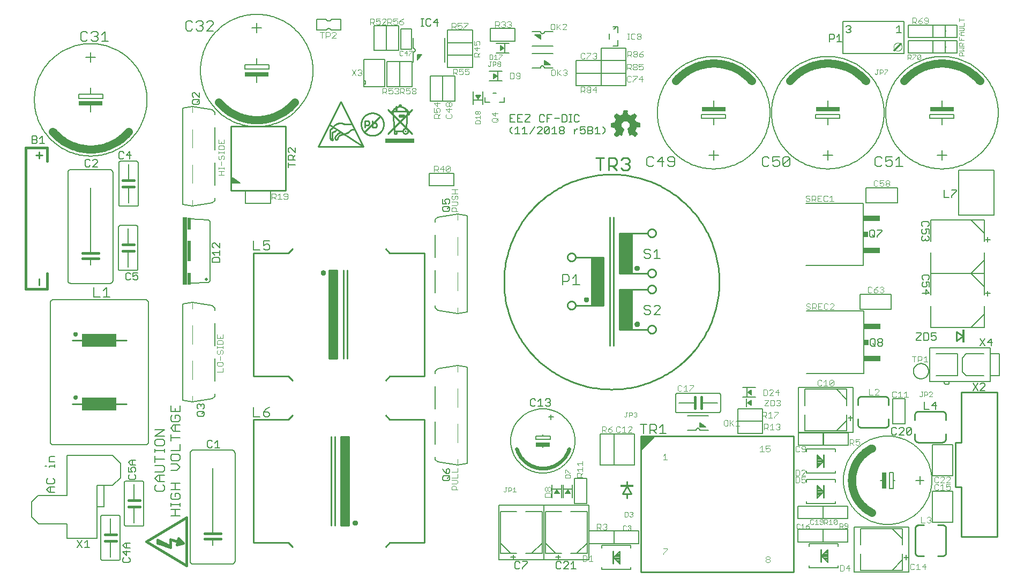
<source format=gto>
G75*
%MOIN*%
%OFA0B0*%
%FSLAX25Y25*%
%IPPOS*%
%LPD*%
%AMOC8*
5,1,8,0,0,1.08239X$1,22.5*
%
%ADD10C,0.00500*%
%ADD11C,0.01600*%
%ADD12C,0.00400*%
%ADD13C,0.00700*%
%ADD14C,0.00600*%
%ADD15R,0.01485X0.00015*%
%ADD16R,0.00045X0.00015*%
%ADD17R,0.00105X0.00015*%
%ADD18R,0.00165X0.00015*%
%ADD19R,0.00225X0.00015*%
%ADD20R,0.00285X0.00015*%
%ADD21R,0.00345X0.00015*%
%ADD22R,0.00405X0.00015*%
%ADD23R,0.00435X0.00015*%
%ADD24R,0.00465X0.00015*%
%ADD25R,0.00495X0.00015*%
%ADD26R,0.00540X0.00015*%
%ADD27R,0.00585X0.00015*%
%ADD28R,0.00645X0.00015*%
%ADD29R,0.00150X0.00015*%
%ADD30R,0.00675X0.00015*%
%ADD31R,0.00195X0.00015*%
%ADD32R,0.00705X0.00015*%
%ADD33R,0.00240X0.00015*%
%ADD34R,0.00735X0.00015*%
%ADD35R,0.00270X0.00015*%
%ADD36R,0.00765X0.00015*%
%ADD37R,0.00300X0.00015*%
%ADD38R,0.00810X0.00015*%
%ADD39R,0.00360X0.00015*%
%ADD40R,0.00855X0.00015*%
%ADD41R,0.00435X0.00015*%
%ADD42R,0.00915X0.00015*%
%ADD43R,0.00465X0.00015*%
%ADD44R,0.00945X0.00015*%
%ADD45R,0.00960X0.00015*%
%ADD46R,0.00525X0.00015*%
%ADD47R,0.00990X0.00015*%
%ADD48R,0.00555X0.00015*%
%ADD49R,0.01035X0.00015*%
%ADD50R,0.00600X0.00015*%
%ADD51R,0.01080X0.00015*%
%ADD52R,0.01125X0.00015*%
%ADD53R,0.01170X0.00015*%
%ADD54R,0.00720X0.00015*%
%ADD55R,0.01200X0.00015*%
%ADD56R,0.00750X0.00015*%
%ADD57R,0.01230X0.00015*%
%ADD58R,0.00780X0.00015*%
%ADD59R,0.01260X0.00015*%
%ADD60R,0.00810X0.00015*%
%ADD61R,0.01305X0.00015*%
%ADD62R,0.01365X0.00015*%
%ADD63R,0.00900X0.00015*%
%ADD64R,0.01395X0.00015*%
%ADD65R,0.01440X0.00015*%
%ADD66R,0.01470X0.00015*%
%ADD67R,0.01005X0.00015*%
%ADD68R,0.01500X0.00015*%
%ADD69R,0.01020X0.00015*%
%ADD70R,0.01530X0.00015*%
%ADD71R,0.01065X0.00015*%
%ADD72R,0.01575X0.00015*%
%ADD73R,0.01095X0.00015*%
%ADD74R,0.01635X0.00015*%
%ADD75R,0.01155X0.00015*%
%ADD76R,0.01680X0.00015*%
%ADD77R,0.01200X0.00015*%
%ADD78R,0.01710X0.00015*%
%ADD79R,0.01230X0.00015*%
%ADD80R,0.01725X0.00015*%
%ADD81R,0.01245X0.00015*%
%ADD82R,0.01755X0.00015*%
%ADD83R,0.01275X0.00015*%
%ADD84R,0.01800X0.00015*%
%ADD85R,0.01320X0.00015*%
%ADD86R,0.01860X0.00015*%
%ADD87R,0.01905X0.00015*%
%ADD88R,0.01410X0.00015*%
%ADD89R,0.01935X0.00015*%
%ADD90R,0.01455X0.00015*%
%ADD91R,0.01965X0.00015*%
%ADD92R,0.01485X0.00015*%
%ADD93R,0.01995X0.00015*%
%ADD94R,0.01515X0.00015*%
%ADD95R,0.02040X0.00015*%
%ADD96R,0.01530X0.00015*%
%ADD97R,0.02070X0.00015*%
%ADD98R,0.01575X0.00015*%
%ADD99R,0.02115X0.00015*%
%ADD100R,0.01620X0.00015*%
%ADD101R,0.02160X0.00015*%
%ADD102R,0.01665X0.00015*%
%ADD103R,0.02190X0.00015*%
%ADD104R,0.00075X0.00015*%
%ADD105R,0.01695X0.00015*%
%ADD106R,0.02220X0.00015*%
%ADD107R,0.00105X0.00015*%
%ADD108R,0.02235X0.00015*%
%ADD109R,0.00135X0.00015*%
%ADD110R,0.01755X0.00015*%
%ADD111R,0.02280X0.00015*%
%ADD112R,0.00180X0.00015*%
%ADD113R,0.01785X0.00015*%
%ADD114R,0.02340X0.00015*%
%ADD115R,0.00240X0.00015*%
%ADD116R,0.01830X0.00015*%
%ADD117R,0.02385X0.00015*%
%ADD118R,0.01890X0.00015*%
%ADD119R,0.02415X0.00015*%
%ADD120R,0.00330X0.00015*%
%ADD121R,0.00120X0.00015*%
%ADD122R,0.01920X0.00015*%
%ADD123R,0.02430X0.00015*%
%ADD124R,0.00375X0.00015*%
%ADD125R,0.02460X0.00015*%
%ADD126R,0.00405X0.00015*%
%ADD127R,0.00195X0.00015*%
%ADD128R,0.01965X0.00015*%
%ADD129R,0.02505X0.00015*%
%ADD130R,0.00210X0.00015*%
%ADD131R,0.02010X0.00015*%
%ADD132R,0.02535X0.00015*%
%ADD133R,0.00480X0.00015*%
%ADD134R,0.02580X0.00015*%
%ADD135R,0.00540X0.00015*%
%ADD136R,0.02085X0.00015*%
%ADD137R,0.02625X0.00015*%
%ADD138R,0.02130X0.00015*%
%ADD139R,0.02670X0.00015*%
%ADD140R,0.00630X0.00015*%
%ADD141R,0.02700X0.00015*%
%ADD142R,0.00660X0.00015*%
%ADD143R,0.00450X0.00015*%
%ADD144R,0.02190X0.00015*%
%ADD145R,0.02715X0.00015*%
%ADD146R,0.02205X0.00015*%
%ADD147R,0.02745X0.00015*%
%ADD148R,0.00510X0.00015*%
%ADD149R,0.02235X0.00015*%
%ADD150R,0.02775X0.00015*%
%ADD151R,0.02820X0.00015*%
%ADD152R,0.02310X0.00015*%
%ADD153R,0.02880X0.00015*%
%ADD154R,0.00855X0.00015*%
%ADD155R,0.02355X0.00015*%
%ADD156R,0.02895X0.00015*%
%ADD157R,0.00870X0.00015*%
%ADD158R,0.00660X0.00015*%
%ADD159R,0.02925X0.00015*%
%ADD160R,0.00690X0.00015*%
%ADD161R,0.02970X0.00015*%
%ADD162R,0.03000X0.00015*%
%ADD163R,0.00750X0.00015*%
%ADD164R,0.03045X0.00015*%
%ADD165R,0.01005X0.00015*%
%ADD166R,0.00780X0.00015*%
%ADD167R,0.02505X0.00015*%
%ADD168R,0.03090X0.00015*%
%ADD169R,0.01050X0.00015*%
%ADD170R,0.00825X0.00015*%
%ADD171R,0.02550X0.00015*%
%ADD172R,0.03135X0.00015*%
%ADD173R,0.01095X0.00015*%
%ADD174R,0.00870X0.00015*%
%ADD175R,0.03165X0.00015*%
%ADD176R,0.01125X0.00015*%
%ADD177R,0.02625X0.00015*%
%ADD178R,0.03195X0.00015*%
%ADD179R,0.01140X0.00015*%
%ADD180R,0.00930X0.00015*%
%ADD181R,0.02655X0.00015*%
%ADD182R,0.03210X0.00015*%
%ADD183R,0.00960X0.00015*%
%ADD184R,0.03240X0.00015*%
%ADD185R,0.02700X0.00015*%
%ADD186R,0.03285X0.00015*%
%ADD187R,0.01245X0.00015*%
%ADD188R,0.02745X0.00015*%
%ADD189R,0.03330X0.00015*%
%ADD190R,0.02790X0.00015*%
%ADD191R,0.03360X0.00015*%
%ADD192R,0.01110X0.00015*%
%ADD193R,0.02835X0.00015*%
%ADD194R,0.03390X0.00015*%
%ADD195R,0.01335X0.00015*%
%ADD196R,0.01140X0.00015*%
%ADD197R,0.02865X0.00015*%
%ADD198R,0.03420X0.00015*%
%ADD199R,0.01155X0.00015*%
%ADD200R,0.04905X0.00015*%
%ADD201R,0.04920X0.00015*%
%ADD202R,0.02940X0.00015*%
%ADD203R,0.04950X0.00015*%
%ADD204R,0.02985X0.00015*%
%ADD205R,0.04965X0.00015*%
%ADD206R,0.01275X0.00015*%
%ADD207R,0.03015X0.00015*%
%ADD208R,0.04980X0.00015*%
%ADD209R,0.03045X0.00015*%
%ADD210R,0.05010X0.00015*%
%ADD211R,0.01335X0.00015*%
%ADD212R,0.03075X0.00015*%
%ADD213R,0.01350X0.00015*%
%ADD214R,0.03105X0.00015*%
%ADD215R,0.05040X0.00015*%
%ADD216R,0.01380X0.00015*%
%ADD217R,0.05040X0.00015*%
%ADD218R,0.01410X0.00015*%
%ADD219R,0.03180X0.00015*%
%ADD220R,0.05070X0.00015*%
%ADD221R,0.03225X0.00015*%
%ADD222R,0.03255X0.00015*%
%ADD223R,0.05085X0.00015*%
%ADD224R,0.01515X0.00015*%
%ADD225R,0.03300X0.00015*%
%ADD226R,0.05100X0.00015*%
%ADD227R,0.04935X0.00015*%
%ADD228R,0.05115X0.00015*%
%ADD229R,0.04995X0.00015*%
%ADD230R,0.05130X0.00015*%
%ADD231R,0.05010X0.00015*%
%ADD232R,0.05130X0.00015*%
%ADD233R,0.05010X0.00015*%
%ADD234R,0.05025X0.00015*%
%ADD235R,0.05040X0.00015*%
%ADD236R,0.05055X0.00015*%
%ADD237R,0.05130X0.00015*%
%ADD238R,0.05085X0.00015*%
%ADD239R,0.05115X0.00015*%
%ADD240R,0.05145X0.00015*%
%ADD241R,0.05160X0.00015*%
%ADD242R,0.05130X0.00015*%
%ADD243R,0.05190X0.00015*%
%ADD244R,0.05190X0.00015*%
%ADD245R,0.05205X0.00015*%
%ADD246R,0.05220X0.00015*%
%ADD247R,0.05070X0.00015*%
%ADD248R,0.05085X0.00015*%
%ADD249R,0.05205X0.00015*%
%ADD250R,0.05220X0.00015*%
%ADD251R,0.05055X0.00015*%
%ADD252R,0.05025X0.00015*%
%ADD253R,0.05205X0.00015*%
%ADD254R,0.05025X0.00015*%
%ADD255R,0.05190X0.00015*%
%ADD256R,0.05190X0.00015*%
%ADD257R,0.04995X0.00015*%
%ADD258R,0.05175X0.00015*%
%ADD259R,0.04950X0.00015*%
%ADD260R,0.05145X0.00015*%
%ADD261R,0.05145X0.00015*%
%ADD262R,0.04920X0.00015*%
%ADD263R,0.04905X0.00015*%
%ADD264R,0.04905X0.00015*%
%ADD265R,0.05115X0.00015*%
%ADD266R,0.04890X0.00015*%
%ADD267R,0.04890X0.00015*%
%ADD268R,0.04875X0.00015*%
%ADD269R,0.04845X0.00015*%
%ADD270R,0.04830X0.00015*%
%ADD271R,0.04830X0.00015*%
%ADD272R,0.05070X0.00015*%
%ADD273R,0.04830X0.00015*%
%ADD274R,0.04815X0.00015*%
%ADD275R,0.04800X0.00015*%
%ADD276R,0.04800X0.00015*%
%ADD277R,0.05010X0.00015*%
%ADD278R,0.04785X0.00015*%
%ADD279R,0.04770X0.00015*%
%ADD280R,0.04770X0.00015*%
%ADD281R,0.04755X0.00015*%
%ADD282R,0.04740X0.00015*%
%ADD283R,0.04725X0.00015*%
%ADD284R,0.04725X0.00015*%
%ADD285R,0.04980X0.00015*%
%ADD286R,0.04710X0.00015*%
%ADD287R,0.04725X0.00015*%
%ADD288R,0.04710X0.00015*%
%ADD289R,0.04695X0.00015*%
%ADD290R,0.04680X0.00015*%
%ADD291R,0.04695X0.00015*%
%ADD292R,0.04680X0.00015*%
%ADD293R,0.04905X0.00015*%
%ADD294R,0.04665X0.00015*%
%ADD295R,0.04650X0.00015*%
%ADD296R,0.04635X0.00015*%
%ADD297R,0.04620X0.00015*%
%ADD298R,0.04620X0.00015*%
%ADD299R,0.04890X0.00015*%
%ADD300R,0.04605X0.00015*%
%ADD301R,0.04605X0.00015*%
%ADD302R,0.04590X0.00015*%
%ADD303R,0.04845X0.00015*%
%ADD304R,0.04575X0.00015*%
%ADD305R,0.04590X0.00015*%
%ADD306R,0.04575X0.00015*%
%ADD307R,0.04845X0.00015*%
%ADD308R,0.04560X0.00015*%
%ADD309R,0.04545X0.00015*%
%ADD310R,0.04530X0.00015*%
%ADD311R,0.04515X0.00015*%
%ADD312R,0.04530X0.00015*%
%ADD313R,0.04500X0.00015*%
%ADD314R,0.04515X0.00015*%
%ADD315R,0.04785X0.00015*%
%ADD316R,0.04485X0.00015*%
%ADD317R,0.04755X0.00015*%
%ADD318R,0.04470X0.00015*%
%ADD319R,0.04740X0.00015*%
%ADD320R,0.04485X0.00015*%
%ADD321R,0.04755X0.00015*%
%ADD322R,0.04545X0.00015*%
%ADD323R,0.04695X0.00015*%
%ADD324R,0.04680X0.00015*%
%ADD325R,0.04665X0.00015*%
%ADD326R,0.04725X0.00015*%
%ADD327R,0.04680X0.00015*%
%ADD328R,0.04860X0.00015*%
%ADD329R,0.04740X0.00015*%
%ADD330R,0.04875X0.00015*%
%ADD331R,0.04965X0.00015*%
%ADD332R,0.04860X0.00015*%
%ADD333R,0.04995X0.00015*%
%ADD334R,0.04875X0.00015*%
%ADD335R,0.04980X0.00015*%
%ADD336R,0.05235X0.00015*%
%ADD337R,0.05235X0.00015*%
%ADD338R,0.05250X0.00015*%
%ADD339R,0.05280X0.00015*%
%ADD340R,0.05295X0.00015*%
%ADD341R,0.05325X0.00015*%
%ADD342R,0.05340X0.00015*%
%ADD343R,0.05235X0.00015*%
%ADD344R,0.05355X0.00015*%
%ADD345R,0.05370X0.00015*%
%ADD346R,0.05265X0.00015*%
%ADD347R,0.05370X0.00015*%
%ADD348R,0.05280X0.00015*%
%ADD349R,0.05385X0.00015*%
%ADD350R,0.05295X0.00015*%
%ADD351R,0.05400X0.00015*%
%ADD352R,0.05415X0.00015*%
%ADD353R,0.05310X0.00015*%
%ADD354R,0.05430X0.00015*%
%ADD355R,0.05445X0.00015*%
%ADD356R,0.05460X0.00015*%
%ADD357R,0.05355X0.00015*%
%ADD358R,0.05475X0.00015*%
%ADD359R,0.05505X0.00015*%
%ADD360R,0.05520X0.00015*%
%ADD361R,0.05535X0.00015*%
%ADD362R,0.05550X0.00015*%
%ADD363R,0.05550X0.00015*%
%ADD364R,0.05475X0.00015*%
%ADD365R,0.05490X0.00015*%
%ADD366R,0.05475X0.00015*%
%ADD367R,0.05385X0.00015*%
%ADD368R,0.05370X0.00015*%
%ADD369R,0.05325X0.00015*%
%ADD370R,0.05310X0.00015*%
%ADD371R,0.05265X0.00015*%
%ADD372R,0.05175X0.00015*%
%ADD373R,0.04980X0.00015*%
%ADD374R,0.04965X0.00015*%
%ADD375R,0.04860X0.00015*%
%ADD376R,0.04845X0.00015*%
%ADD377R,0.04815X0.00015*%
%ADD378R,0.04770X0.00015*%
%ADD379R,0.05295X0.00015*%
%ADD380R,0.04635X0.00015*%
%ADD381R,0.05610X0.00015*%
%ADD382R,0.05700X0.00015*%
%ADD383R,0.05760X0.00015*%
%ADD384R,0.05805X0.00015*%
%ADD385R,0.05850X0.00015*%
%ADD386R,0.05895X0.00015*%
%ADD387R,0.06000X0.00015*%
%ADD388R,0.06135X0.00015*%
%ADD389R,0.06225X0.00015*%
%ADD390R,0.06300X0.00015*%
%ADD391R,0.06330X0.00015*%
%ADD392R,0.06375X0.00015*%
%ADD393R,0.06450X0.00015*%
%ADD394R,0.06570X0.00015*%
%ADD395R,0.05565X0.00015*%
%ADD396R,0.06690X0.00015*%
%ADD397R,0.06735X0.00015*%
%ADD398R,0.05790X0.00015*%
%ADD399R,0.06765X0.00015*%
%ADD400R,0.05850X0.00015*%
%ADD401R,0.06780X0.00015*%
%ADD402R,0.05895X0.00015*%
%ADD403R,0.06795X0.00015*%
%ADD404R,0.05955X0.00015*%
%ADD405R,0.06810X0.00015*%
%ADD406R,0.06060X0.00015*%
%ADD407R,0.06195X0.00015*%
%ADD408R,0.06825X0.00015*%
%ADD409R,0.06330X0.00015*%
%ADD410R,0.06840X0.00015*%
%ADD411R,0.06390X0.00015*%
%ADD412R,0.06495X0.00015*%
%ADD413R,0.06840X0.00015*%
%ADD414R,0.06555X0.00015*%
%ADD415R,0.06825X0.00015*%
%ADD416R,0.06645X0.00015*%
%ADD417R,0.06825X0.00015*%
%ADD418R,0.06705X0.00015*%
%ADD419R,0.06705X0.00015*%
%ADD420R,0.06810X0.00015*%
%ADD421R,0.06720X0.00015*%
%ADD422R,0.06795X0.00015*%
%ADD423R,0.06750X0.00015*%
%ADD424R,0.06765X0.00015*%
%ADD425R,0.06795X0.00015*%
%ADD426R,0.06780X0.00015*%
%ADD427R,0.06780X0.00015*%
%ADD428R,0.06750X0.00015*%
%ADD429R,0.06720X0.00015*%
%ADD430R,0.06720X0.00015*%
%ADD431R,0.06705X0.00015*%
%ADD432R,0.06705X0.00015*%
%ADD433R,0.06690X0.00015*%
%ADD434R,0.06675X0.00015*%
%ADD435R,0.06690X0.00015*%
%ADD436R,0.06675X0.00015*%
%ADD437R,0.06675X0.00015*%
%ADD438R,0.06660X0.00015*%
%ADD439R,0.06675X0.00015*%
%ADD440R,0.06660X0.00015*%
%ADD441R,0.06660X0.00015*%
%ADD442R,0.06645X0.00015*%
%ADD443R,0.06630X0.00015*%
%ADD444R,0.06660X0.00015*%
%ADD445R,0.06630X0.00015*%
%ADD446R,0.06645X0.00015*%
%ADD447R,0.06735X0.00015*%
%ADD448R,0.06765X0.00015*%
%ADD449R,0.06780X0.00015*%
%ADD450R,0.06825X0.00015*%
%ADD451R,0.06855X0.00015*%
%ADD452R,0.06855X0.00015*%
%ADD453R,0.06870X0.00015*%
%ADD454R,0.06885X0.00015*%
%ADD455R,0.06525X0.00015*%
%ADD456R,0.06405X0.00015*%
%ADD457R,0.06255X0.00015*%
%ADD458R,0.06165X0.00015*%
%ADD459R,0.06870X0.00015*%
%ADD460R,0.06120X0.00015*%
%ADD461R,0.06885X0.00015*%
%ADD462R,0.06060X0.00015*%
%ADD463R,0.06015X0.00015*%
%ADD464R,0.05910X0.00015*%
%ADD465R,0.05670X0.00015*%
%ADD466R,0.05595X0.00015*%
%ADD467R,0.06585X0.00015*%
%ADD468R,0.05160X0.00015*%
%ADD469R,0.06390X0.00015*%
%ADD470R,0.05025X0.00015*%
%ADD471R,0.06330X0.00015*%
%ADD472R,0.06075X0.00015*%
%ADD473R,0.05820X0.00015*%
%ADD474R,0.05775X0.00015*%
%ADD475R,0.05685X0.00015*%
%ADD476R,0.05460X0.00015*%
%ADD477R,0.04860X0.00015*%
%ADD478R,0.04935X0.00015*%
%ADD479R,0.05160X0.00015*%
%ADD480R,0.05325X0.00015*%
%ADD481R,0.05340X0.00015*%
%ADD482R,0.05355X0.00015*%
%ADD483R,0.05430X0.00015*%
%ADD484R,0.05535X0.00015*%
%ADD485R,0.05595X0.00015*%
%ADD486R,0.05640X0.00015*%
%ADD487R,0.05640X0.00015*%
%ADD488R,0.05670X0.00015*%
%ADD489R,0.05685X0.00015*%
%ADD490R,0.05700X0.00015*%
%ADD491R,0.05715X0.00015*%
%ADD492R,0.05715X0.00015*%
%ADD493R,0.05730X0.00015*%
%ADD494R,0.05745X0.00015*%
%ADD495R,0.05760X0.00015*%
%ADD496R,0.06000X0.00015*%
%ADD497R,0.06105X0.00015*%
%ADD498R,0.06180X0.00015*%
%ADD499R,0.06210X0.00015*%
%ADD500R,0.12690X0.00015*%
%ADD501R,0.12675X0.00015*%
%ADD502R,0.12660X0.00015*%
%ADD503R,0.12660X0.00015*%
%ADD504R,0.12645X0.00015*%
%ADD505R,0.12615X0.00015*%
%ADD506R,0.12600X0.00015*%
%ADD507R,0.12585X0.00015*%
%ADD508R,0.12555X0.00015*%
%ADD509R,0.12540X0.00015*%
%ADD510R,0.12525X0.00015*%
%ADD511R,0.12510X0.00015*%
%ADD512R,0.12510X0.00015*%
%ADD513R,0.12480X0.00015*%
%ADD514R,0.12450X0.00015*%
%ADD515R,0.12435X0.00015*%
%ADD516R,0.12420X0.00015*%
%ADD517R,0.12390X0.00015*%
%ADD518R,0.12375X0.00015*%
%ADD519R,0.12360X0.00015*%
%ADD520R,0.12330X0.00015*%
%ADD521R,0.12300X0.00015*%
%ADD522R,0.12285X0.00015*%
%ADD523R,0.12270X0.00015*%
%ADD524R,0.12255X0.00015*%
%ADD525R,0.12240X0.00015*%
%ADD526R,0.12225X0.00015*%
%ADD527R,0.12195X0.00015*%
%ADD528R,0.12165X0.00015*%
%ADD529R,0.12150X0.00015*%
%ADD530R,0.12135X0.00015*%
%ADD531R,0.12120X0.00015*%
%ADD532R,0.12090X0.00015*%
%ADD533R,0.12075X0.00015*%
%ADD534R,0.12060X0.00015*%
%ADD535R,0.12045X0.00015*%
%ADD536R,0.12015X0.00015*%
%ADD537R,0.12000X0.00015*%
%ADD538R,0.11985X0.00015*%
%ADD539R,0.11955X0.00015*%
%ADD540R,0.11940X0.00015*%
%ADD541R,0.11925X0.00015*%
%ADD542R,0.11910X0.00015*%
%ADD543R,0.11910X0.00015*%
%ADD544R,0.11880X0.00015*%
%ADD545R,0.11850X0.00015*%
%ADD546R,0.11835X0.00015*%
%ADD547R,0.11805X0.00015*%
%ADD548R,0.11775X0.00015*%
%ADD549R,0.11760X0.00015*%
%ADD550R,0.11745X0.00015*%
%ADD551R,0.11730X0.00015*%
%ADD552R,0.11700X0.00015*%
%ADD553R,0.11700X0.00015*%
%ADD554R,0.11685X0.00015*%
%ADD555R,0.11655X0.00015*%
%ADD556R,0.11640X0.00015*%
%ADD557R,0.11625X0.00015*%
%ADD558R,0.11625X0.00015*%
%ADD559R,0.11670X0.00015*%
%ADD560R,0.11715X0.00015*%
%ADD561R,0.11790X0.00015*%
%ADD562R,0.11820X0.00015*%
%ADD563R,0.11820X0.00015*%
%ADD564R,0.11880X0.00015*%
%ADD565R,0.11895X0.00015*%
%ADD566R,0.11970X0.00015*%
%ADD567R,0.12045X0.00015*%
%ADD568R,0.12075X0.00015*%
%ADD569R,0.12105X0.00015*%
%ADD570R,0.12135X0.00015*%
%ADD571R,0.12165X0.00015*%
%ADD572R,0.12180X0.00015*%
%ADD573R,0.12195X0.00015*%
%ADD574R,0.12210X0.00015*%
%ADD575R,0.12225X0.00015*%
%ADD576R,0.12255X0.00015*%
%ADD577R,0.12360X0.00015*%
%ADD578R,0.12390X0.00015*%
%ADD579R,0.12405X0.00015*%
%ADD580R,0.12435X0.00015*%
%ADD581R,0.12480X0.00015*%
%ADD582R,0.12480X0.00015*%
%ADD583R,0.12510X0.00015*%
%ADD584R,0.12570X0.00015*%
%ADD585R,0.12630X0.00015*%
%ADD586R,0.12675X0.00015*%
%ADD587R,0.12705X0.00015*%
%ADD588R,0.12735X0.00015*%
%ADD589R,0.12750X0.00015*%
%ADD590R,0.12780X0.00015*%
%ADD591R,0.12795X0.00015*%
%ADD592R,0.12810X0.00015*%
%ADD593R,0.12840X0.00015*%
%ADD594R,0.12855X0.00015*%
%ADD595R,0.12885X0.00015*%
%ADD596R,0.12900X0.00015*%
%ADD597R,0.12915X0.00015*%
%ADD598R,0.12945X0.00015*%
%ADD599R,0.12960X0.00015*%
%ADD600R,0.12990X0.00015*%
%ADD601R,0.13005X0.00015*%
%ADD602R,0.13020X0.00015*%
%ADD603R,0.13035X0.00015*%
%ADD604R,0.13065X0.00015*%
%ADD605R,0.13080X0.00015*%
%ADD606R,0.13110X0.00015*%
%ADD607R,0.13125X0.00015*%
%ADD608R,0.13155X0.00015*%
%ADD609R,0.13170X0.00015*%
%ADD610R,0.13200X0.00015*%
%ADD611R,0.13230X0.00015*%
%ADD612R,0.13260X0.00015*%
%ADD613R,0.13290X0.00015*%
%ADD614R,0.13320X0.00015*%
%ADD615R,0.13350X0.00015*%
%ADD616R,0.13365X0.00015*%
%ADD617R,0.13395X0.00015*%
%ADD618R,0.13425X0.00015*%
%ADD619R,0.13455X0.00015*%
%ADD620R,0.13470X0.00015*%
%ADD621R,0.13500X0.00015*%
%ADD622R,0.13530X0.00015*%
%ADD623R,0.13560X0.00015*%
%ADD624R,0.13575X0.00015*%
%ADD625R,0.13605X0.00015*%
%ADD626R,0.13635X0.00015*%
%ADD627R,0.13650X0.00015*%
%ADD628R,0.13680X0.00015*%
%ADD629R,0.13695X0.00015*%
%ADD630R,0.13725X0.00015*%
%ADD631R,0.13740X0.00015*%
%ADD632R,0.13770X0.00015*%
%ADD633R,0.13785X0.00015*%
%ADD634R,0.13800X0.00015*%
%ADD635R,0.13830X0.00015*%
%ADD636R,0.13860X0.00015*%
%ADD637R,0.13875X0.00015*%
%ADD638R,0.13905X0.00015*%
%ADD639R,0.13935X0.00015*%
%ADD640R,0.13950X0.00015*%
%ADD641R,0.13980X0.00015*%
%ADD642R,0.14010X0.00015*%
%ADD643R,0.14025X0.00015*%
%ADD644R,0.14055X0.00015*%
%ADD645R,0.14070X0.00015*%
%ADD646R,0.14085X0.00015*%
%ADD647R,0.14115X0.00015*%
%ADD648R,0.14145X0.00015*%
%ADD649R,0.14160X0.00015*%
%ADD650R,0.14190X0.00015*%
%ADD651R,0.14205X0.00015*%
%ADD652R,0.14220X0.00015*%
%ADD653R,0.14235X0.00015*%
%ADD654R,0.14265X0.00015*%
%ADD655R,0.14280X0.00015*%
%ADD656R,0.14295X0.00015*%
%ADD657R,0.14295X0.00015*%
%ADD658R,0.14250X0.00015*%
%ADD659R,0.14205X0.00015*%
%ADD660R,0.14175X0.00015*%
%ADD661R,0.14160X0.00015*%
%ADD662R,0.14130X0.00015*%
%ADD663R,0.14100X0.00015*%
%ADD664R,0.14040X0.00015*%
%ADD665R,0.14010X0.00015*%
%ADD666R,0.03465X0.00015*%
%ADD667R,0.10440X0.00015*%
%ADD668R,0.03420X0.00015*%
%ADD669R,0.10395X0.00015*%
%ADD670R,0.03375X0.00015*%
%ADD671R,0.10335X0.00015*%
%ADD672R,0.03570X0.00015*%
%ADD673R,0.06600X0.00015*%
%ADD674R,0.03525X0.00015*%
%ADD675R,0.03270X0.00015*%
%ADD676R,0.03495X0.00015*%
%ADD677R,0.03210X0.00015*%
%ADD678R,0.06480X0.00015*%
%ADD679R,0.03435X0.00015*%
%ADD680R,0.03165X0.00015*%
%ADD681R,0.03390X0.00015*%
%ADD682R,0.03120X0.00015*%
%ADD683R,0.06315X0.00015*%
%ADD684R,0.03345X0.00015*%
%ADD685R,0.03090X0.00015*%
%ADD686R,0.03075X0.00015*%
%ADD687R,0.06225X0.00015*%
%ADD688R,0.03270X0.00015*%
%ADD689R,0.06180X0.00015*%
%ADD690R,0.02970X0.00015*%
%ADD691R,0.06075X0.00015*%
%ADD692R,0.03195X0.00015*%
%ADD693R,0.02925X0.00015*%
%ADD694R,0.05985X0.00015*%
%ADD695R,0.03135X0.00015*%
%ADD696R,0.02850X0.00015*%
%ADD697R,0.05835X0.00015*%
%ADD698R,0.03030X0.00015*%
%ADD699R,0.02805X0.00015*%
%ADD700R,0.02730X0.00015*%
%ADD701R,0.05625X0.00015*%
%ADD702R,0.02925X0.00015*%
%ADD703R,0.02640X0.00015*%
%ADD704R,0.02595X0.00015*%
%ADD705R,0.02565X0.00015*%
%ADD706R,0.02760X0.00015*%
%ADD707R,0.02520X0.00015*%
%ADD708R,0.02730X0.00015*%
%ADD709R,0.02475X0.00015*%
%ADD710R,0.02685X0.00015*%
%ADD711R,0.02445X0.00015*%
%ADD712R,0.02400X0.00015*%
%ADD713R,0.02370X0.00015*%
%ADD714R,0.02565X0.00015*%
%ADD715R,0.02340X0.00015*%
%ADD716R,0.02325X0.00015*%
%ADD717R,0.02505X0.00015*%
%ADD718R,0.02280X0.00015*%
%ADD719R,0.02460X0.00015*%
%ADD720R,0.04560X0.00015*%
%ADD721R,0.02190X0.00015*%
%ADD722R,0.04440X0.00015*%
%ADD723R,0.02370X0.00015*%
%ADD724R,0.02145X0.00015*%
%ADD725R,0.04365X0.00015*%
%ADD726R,0.04320X0.00015*%
%ADD727R,0.02310X0.00015*%
%ADD728R,0.02100X0.00015*%
%ADD729R,0.04260X0.00015*%
%ADD730R,0.04200X0.00015*%
%ADD731R,0.02265X0.00015*%
%ADD732R,0.02040X0.00015*%
%ADD733R,0.04095X0.00015*%
%ADD734R,0.02220X0.00015*%
%ADD735R,0.03915X0.00015*%
%ADD736R,0.02175X0.00015*%
%ADD737R,0.03765X0.00015*%
%ADD738R,0.03675X0.00015*%
%ADD739R,0.01890X0.00015*%
%ADD740R,0.03615X0.00015*%
%ADD741R,0.02055X0.00015*%
%ADD742R,0.01860X0.00015*%
%ADD743R,0.03555X0.00015*%
%ADD744R,0.01815X0.00015*%
%ADD745R,0.03450X0.00015*%
%ADD746R,0.01725X0.00015*%
%ADD747R,0.03315X0.00015*%
%ADD748R,0.01905X0.00015*%
%ADD749R,0.01680X0.00015*%
%ADD750R,0.01650X0.00015*%
%ADD751R,0.01620X0.00015*%
%ADD752R,0.01590X0.00015*%
%ADD753R,0.01770X0.00015*%
%ADD754R,0.01560X0.00015*%
%ADD755R,0.03240X0.00015*%
%ADD756R,0.01740X0.00015*%
%ADD757R,0.01665X0.00015*%
%ADD758R,0.01455X0.00015*%
%ADD759R,0.01635X0.00015*%
%ADD760R,0.01410X0.00015*%
%ADD761R,0.01395X0.00015*%
%ADD762R,0.01365X0.00015*%
%ADD763R,0.01335X0.00015*%
%ADD764R,0.01290X0.00015*%
%ADD765R,0.03210X0.00015*%
%ADD766R,0.01455X0.00015*%
%ADD767R,0.01185X0.00015*%
%ADD768R,0.01290X0.00015*%
%ADD769R,0.01110X0.00015*%
%ADD770R,0.01260X0.00015*%
%ADD771R,0.03180X0.00015*%
%ADD772R,0.00975X0.00015*%
%ADD773R,0.03150X0.00015*%
%ADD774R,0.00885X0.00015*%
%ADD775R,0.03150X0.00015*%
%ADD776R,0.01050X0.00015*%
%ADD777R,0.00795X0.00015*%
%ADD778R,0.00885X0.00015*%
%ADD779R,0.00690X0.00015*%
%ADD780R,0.00840X0.00015*%
%ADD781R,0.00570X0.00015*%
%ADD782R,0.00525X0.00015*%
%ADD783R,0.03105X0.00015*%
%ADD784R,0.00660X0.00015*%
%ADD785R,0.00615X0.00015*%
%ADD786R,0.00420X0.00015*%
%ADD787R,0.00555X0.00015*%
%ADD788R,0.00390X0.00015*%
%ADD789R,0.00525X0.00015*%
%ADD790R,0.00360X0.00015*%
%ADD791R,0.00495X0.00015*%
%ADD792R,0.03075X0.00015*%
%ADD793R,0.00450X0.00015*%
%ADD794R,0.00225X0.00015*%
%ADD795R,0.00345X0.00015*%
%ADD796R,0.00255X0.00015*%
%ADD797R,0.03060X0.00015*%
%ADD798R,0.00180X0.00015*%
%ADD799R,0.00075X0.00015*%
%ADD800R,0.03000X0.00015*%
%ADD801R,0.02955X0.00015*%
%ADD802R,0.02940X0.00015*%
%ADD803R,0.02940X0.00015*%
%ADD804R,0.02910X0.00015*%
%ADD805R,0.02910X0.00015*%
%ADD806R,0.02865X0.00015*%
%ADD807R,0.02805X0.00015*%
%ADD808R,0.02775X0.00015*%
%ADD809R,0.02760X0.00015*%
%ADD810R,0.02655X0.00015*%
%ADD811R,0.02640X0.00015*%
%ADD812R,0.02610X0.00015*%
%ADD813R,0.02595X0.00015*%
%ADD814R,0.02535X0.00015*%
%ADD815R,0.02475X0.00015*%
%ADD816R,0.02175X0.00015*%
%ADD817R,0.01575X0.00015*%
%ADD818C,0.01000*%
%ADD819R,0.21654X0.07874*%
%ADD820C,0.01378*%
%ADD821C,0.00800*%
%ADD822R,0.03000X0.03400*%
%ADD823R,0.10196X0.03544*%
%ADD824C,0.05000*%
%ADD825R,0.15000X0.02500*%
%ADD826R,0.00787X0.00787*%
%ADD827C,0.00300*%
%ADD828R,0.08268X0.01181*%
%ADD829R,0.00787X0.05512*%
%ADD830R,0.09000X0.02500*%
%ADD831C,0.02400*%
%ADD832R,0.05512X0.00787*%
%ADD833R,0.18000X0.03000*%
%ADD834R,0.01181X0.08268*%
%ADD835R,0.02500X0.10000*%
%ADD836C,0.01200*%
%ADD837C,0.00200*%
%ADD838C,0.02000*%
%ADD839R,0.03000X0.42000*%
%ADD840R,0.02000X0.07500*%
%ADD841R,0.02000X0.13000*%
%ADD842C,0.01500*%
%ADD843R,0.04724X0.55118*%
%ADD844R,0.07500X0.25000*%
%ADD845R,0.07500X0.30000*%
%ADD846C,0.00900*%
D10*
X0056322Y0038663D02*
X0074826Y0038663D01*
X0074826Y0058348D01*
X0079157Y0058348D01*
X0079157Y0071734D01*
X0074826Y0071734D01*
X0074826Y0058348D01*
X0056322Y0065435D02*
X0056322Y0090238D01*
X0084668Y0090238D01*
X0089393Y0085514D01*
X0089393Y0076459D01*
X0084668Y0071734D01*
X0079157Y0071734D01*
X0094479Y0076054D02*
X0095230Y0075303D01*
X0098232Y0075303D01*
X0098983Y0076054D01*
X0098983Y0077555D01*
X0098232Y0078306D01*
X0098232Y0079907D02*
X0098983Y0080658D01*
X0098983Y0082159D01*
X0098232Y0082910D01*
X0096731Y0082910D01*
X0095980Y0082159D01*
X0095980Y0081408D01*
X0096731Y0079907D01*
X0094479Y0079907D01*
X0094479Y0082910D01*
X0095980Y0084511D02*
X0094479Y0086012D01*
X0095980Y0087514D01*
X0098983Y0087514D01*
X0096731Y0087514D02*
X0096731Y0084511D01*
X0095980Y0084511D02*
X0098983Y0084511D01*
X0095230Y0078306D02*
X0094479Y0077555D01*
X0094479Y0076054D01*
X0104912Y0096916D02*
X0047826Y0096916D01*
X0047826Y0096915D02*
X0047740Y0096917D01*
X0047654Y0096922D01*
X0047569Y0096932D01*
X0047484Y0096945D01*
X0047400Y0096962D01*
X0047316Y0096982D01*
X0047234Y0097006D01*
X0047153Y0097034D01*
X0047072Y0097065D01*
X0046994Y0097099D01*
X0046917Y0097137D01*
X0046842Y0097179D01*
X0046768Y0097223D01*
X0046697Y0097271D01*
X0046627Y0097322D01*
X0046560Y0097376D01*
X0046496Y0097432D01*
X0046434Y0097492D01*
X0046374Y0097554D01*
X0046318Y0097618D01*
X0046264Y0097685D01*
X0046213Y0097755D01*
X0046165Y0097826D01*
X0046121Y0097900D01*
X0046079Y0097975D01*
X0046041Y0098052D01*
X0046007Y0098130D01*
X0045976Y0098211D01*
X0045948Y0098292D01*
X0045924Y0098374D01*
X0045904Y0098458D01*
X0045887Y0098542D01*
X0045874Y0098627D01*
X0045864Y0098712D01*
X0045859Y0098798D01*
X0045857Y0098884D01*
X0045857Y0185498D01*
X0045859Y0185584D01*
X0045864Y0185670D01*
X0045874Y0185755D01*
X0045887Y0185840D01*
X0045904Y0185924D01*
X0045924Y0186008D01*
X0045948Y0186090D01*
X0045976Y0186171D01*
X0046007Y0186252D01*
X0046041Y0186330D01*
X0046079Y0186407D01*
X0046121Y0186483D01*
X0046165Y0186556D01*
X0046213Y0186627D01*
X0046264Y0186697D01*
X0046318Y0186764D01*
X0046374Y0186828D01*
X0046434Y0186890D01*
X0046496Y0186950D01*
X0046560Y0187006D01*
X0046627Y0187060D01*
X0046697Y0187111D01*
X0046768Y0187159D01*
X0046842Y0187203D01*
X0046917Y0187245D01*
X0046994Y0187283D01*
X0047072Y0187317D01*
X0047153Y0187348D01*
X0047234Y0187376D01*
X0047316Y0187400D01*
X0047400Y0187420D01*
X0047484Y0187437D01*
X0047569Y0187450D01*
X0047654Y0187460D01*
X0047740Y0187465D01*
X0047826Y0187467D01*
X0104912Y0187467D01*
X0104998Y0187465D01*
X0105084Y0187460D01*
X0105169Y0187450D01*
X0105254Y0187437D01*
X0105338Y0187420D01*
X0105422Y0187400D01*
X0105504Y0187376D01*
X0105585Y0187348D01*
X0105666Y0187317D01*
X0105744Y0187283D01*
X0105821Y0187245D01*
X0105897Y0187203D01*
X0105970Y0187159D01*
X0106041Y0187111D01*
X0106111Y0187060D01*
X0106178Y0187006D01*
X0106242Y0186950D01*
X0106304Y0186890D01*
X0106364Y0186828D01*
X0106420Y0186764D01*
X0106474Y0186697D01*
X0106525Y0186627D01*
X0106573Y0186556D01*
X0106617Y0186483D01*
X0106659Y0186407D01*
X0106697Y0186330D01*
X0106731Y0186252D01*
X0106762Y0186171D01*
X0106790Y0186090D01*
X0106814Y0186008D01*
X0106834Y0185924D01*
X0106851Y0185840D01*
X0106864Y0185755D01*
X0106874Y0185670D01*
X0106879Y0185584D01*
X0106881Y0185498D01*
X0106881Y0098884D01*
X0106879Y0098798D01*
X0106874Y0098712D01*
X0106864Y0098627D01*
X0106851Y0098542D01*
X0106834Y0098458D01*
X0106814Y0098374D01*
X0106790Y0098292D01*
X0106762Y0098211D01*
X0106731Y0098130D01*
X0106697Y0098052D01*
X0106659Y0097975D01*
X0106617Y0097900D01*
X0106573Y0097826D01*
X0106525Y0097755D01*
X0106474Y0097685D01*
X0106420Y0097618D01*
X0106364Y0097554D01*
X0106304Y0097492D01*
X0106242Y0097432D01*
X0106178Y0097376D01*
X0106111Y0097322D01*
X0106041Y0097271D01*
X0105970Y0097223D01*
X0105897Y0097179D01*
X0105821Y0097137D01*
X0105744Y0097099D01*
X0105666Y0097065D01*
X0105585Y0097034D01*
X0105504Y0097006D01*
X0105422Y0096982D01*
X0105338Y0096962D01*
X0105254Y0096945D01*
X0105169Y0096932D01*
X0105084Y0096922D01*
X0104998Y0096917D01*
X0104912Y0096915D01*
X0137148Y0115575D02*
X0137148Y0117077D01*
X0137899Y0117827D01*
X0140902Y0117827D01*
X0141652Y0117077D01*
X0141652Y0115575D01*
X0140902Y0114825D01*
X0137899Y0114825D01*
X0137148Y0115575D01*
X0140151Y0116326D02*
X0141652Y0117827D01*
X0140902Y0119429D02*
X0141652Y0120179D01*
X0141652Y0121681D01*
X0140902Y0122431D01*
X0140151Y0122431D01*
X0139400Y0121681D01*
X0139400Y0120930D01*
X0139400Y0121681D02*
X0138650Y0122431D01*
X0137899Y0122431D01*
X0137148Y0121681D01*
X0137148Y0120179D01*
X0137899Y0119429D01*
X0144424Y0099620D02*
X0143673Y0098869D01*
X0143673Y0095867D01*
X0144424Y0095116D01*
X0145925Y0095116D01*
X0146676Y0095867D01*
X0148277Y0095116D02*
X0151280Y0095116D01*
X0149779Y0095116D02*
X0149779Y0099620D01*
X0148277Y0098119D01*
X0146676Y0098869D02*
X0145925Y0099620D01*
X0144424Y0099620D01*
X0056322Y0065435D02*
X0038212Y0065435D01*
X0034275Y0061498D01*
X0034275Y0052049D01*
X0038605Y0047719D01*
X0056322Y0047719D01*
X0056322Y0038663D01*
X0062692Y0037377D02*
X0065695Y0032873D01*
X0067296Y0032873D02*
X0070298Y0032873D01*
X0068797Y0032873D02*
X0068797Y0037377D01*
X0067296Y0035875D01*
X0065695Y0037377D02*
X0062692Y0032873D01*
X0090922Y0034248D02*
X0092423Y0035749D01*
X0095426Y0035749D01*
X0093174Y0035749D02*
X0093174Y0032746D01*
X0092423Y0032746D02*
X0090922Y0034248D01*
X0092423Y0032746D02*
X0095426Y0032746D01*
X0095426Y0030394D02*
X0090922Y0030394D01*
X0093174Y0028143D01*
X0093174Y0031145D01*
X0094675Y0026541D02*
X0095426Y0025791D01*
X0095426Y0024289D01*
X0094675Y0023539D01*
X0091673Y0023539D01*
X0090922Y0024289D01*
X0090922Y0025791D01*
X0091673Y0026541D01*
X0289806Y0075316D02*
X0289806Y0076818D01*
X0290557Y0077568D01*
X0293559Y0077568D01*
X0294310Y0076818D01*
X0294310Y0075316D01*
X0293559Y0074566D01*
X0290557Y0074566D01*
X0289806Y0075316D01*
X0292808Y0076067D02*
X0294310Y0077568D01*
X0293559Y0079170D02*
X0294310Y0079920D01*
X0294310Y0081422D01*
X0293559Y0082172D01*
X0292808Y0082172D01*
X0292058Y0081422D01*
X0292058Y0079170D01*
X0293559Y0079170D01*
X0292058Y0079170D02*
X0290557Y0080671D01*
X0289806Y0082172D01*
X0344665Y0121793D02*
X0345416Y0121043D01*
X0346917Y0121043D01*
X0347668Y0121793D01*
X0349269Y0121043D02*
X0352272Y0121043D01*
X0350770Y0121043D02*
X0350770Y0125546D01*
X0349269Y0124045D01*
X0347668Y0124796D02*
X0346917Y0125546D01*
X0345416Y0125546D01*
X0344665Y0124796D01*
X0344665Y0121793D01*
X0353873Y0121793D02*
X0354624Y0121043D01*
X0356125Y0121043D01*
X0356876Y0121793D01*
X0356876Y0122544D01*
X0356125Y0123294D01*
X0355374Y0123294D01*
X0356125Y0123294D02*
X0356876Y0124045D01*
X0356876Y0124796D01*
X0356125Y0125546D01*
X0354624Y0125546D01*
X0353873Y0124796D01*
X0387857Y0103829D02*
X0396597Y0103829D01*
X0396597Y0084356D01*
X0387857Y0084356D01*
X0387857Y0103829D01*
X0396638Y0103829D02*
X0409316Y0103829D01*
X0409316Y0084356D01*
X0396638Y0084356D01*
X0396638Y0103829D01*
X0379597Y0075860D02*
X0371857Y0075860D01*
X0371857Y0060325D01*
X0379597Y0060325D01*
X0379597Y0075860D01*
X0380959Y0043213D02*
X0380959Y0035472D01*
X0396495Y0035472D01*
X0396495Y0043213D01*
X0380959Y0043213D01*
X0388727Y0034343D02*
X0388727Y0032843D01*
X0388727Y0034343D02*
X0406727Y0034343D01*
X0406727Y0032843D01*
X0411995Y0035472D02*
X0411995Y0043213D01*
X0396459Y0043213D01*
X0396459Y0035472D01*
X0411995Y0035472D01*
X0406727Y0020843D02*
X0406727Y0019343D01*
X0388727Y0019343D01*
X0388727Y0020843D01*
X0372787Y0019743D02*
X0369785Y0019743D01*
X0371286Y0019743D02*
X0371286Y0024246D01*
X0369785Y0022745D01*
X0368184Y0022745D02*
X0368184Y0023496D01*
X0367433Y0024246D01*
X0365932Y0024246D01*
X0365181Y0023496D01*
X0363580Y0023496D02*
X0362829Y0024246D01*
X0361328Y0024246D01*
X0360577Y0023496D01*
X0360577Y0020493D01*
X0361328Y0019743D01*
X0362829Y0019743D01*
X0363580Y0020493D01*
X0365181Y0019743D02*
X0368184Y0022745D01*
X0368184Y0019743D02*
X0365181Y0019743D01*
X0342434Y0023496D02*
X0339431Y0020493D01*
X0339431Y0019743D01*
X0337830Y0020493D02*
X0337079Y0019743D01*
X0335578Y0019743D01*
X0334827Y0020493D01*
X0334827Y0023496D01*
X0335578Y0024246D01*
X0337079Y0024246D01*
X0337830Y0023496D01*
X0339431Y0024246D02*
X0342434Y0024246D01*
X0342434Y0023496D01*
X0473459Y0103972D02*
X0473459Y0111713D01*
X0488995Y0111713D01*
X0488995Y0103972D01*
X0473459Y0103972D01*
X0473459Y0111722D02*
X0473459Y0119463D01*
X0488995Y0119463D01*
X0488995Y0111722D01*
X0473459Y0111722D01*
X0511209Y0104463D02*
X0511209Y0096722D01*
X0526745Y0096722D01*
X0526745Y0104463D01*
X0511209Y0104463D01*
X0516227Y0094343D02*
X0516227Y0092843D01*
X0516227Y0094343D02*
X0534227Y0094343D01*
X0534227Y0092843D01*
X0526709Y0096722D02*
X0526709Y0104463D01*
X0542245Y0104463D01*
X0542245Y0096722D01*
X0526709Y0096722D01*
X0534227Y0080843D02*
X0534227Y0079343D01*
X0516227Y0079343D01*
X0516227Y0080843D01*
X0516227Y0075343D02*
X0516227Y0073843D01*
X0516227Y0075343D02*
X0534227Y0075343D01*
X0534227Y0073843D01*
X0534227Y0061843D02*
X0534227Y0060343D01*
X0516227Y0060343D01*
X0516227Y0061843D01*
X0510959Y0058713D02*
X0510959Y0050972D01*
X0526495Y0050972D01*
X0526495Y0058713D01*
X0510959Y0058713D01*
X0526459Y0058713D02*
X0526459Y0050972D01*
X0541995Y0050972D01*
X0541995Y0058713D01*
X0526459Y0058713D01*
X0526459Y0044213D02*
X0541995Y0044213D01*
X0541995Y0036472D01*
X0526459Y0036472D01*
X0526459Y0044213D01*
X0526495Y0044213D02*
X0526495Y0036472D01*
X0510959Y0036472D01*
X0510959Y0044213D01*
X0526495Y0044213D01*
X0517977Y0035343D02*
X0517977Y0033843D01*
X0517977Y0035343D02*
X0535977Y0035343D01*
X0535977Y0033843D01*
X0535977Y0021843D02*
X0535977Y0020343D01*
X0517977Y0020343D01*
X0517977Y0021843D01*
X0594638Y0048606D02*
X0594638Y0068079D01*
X0607316Y0068079D01*
X0607316Y0048606D01*
X0594638Y0048606D01*
X0594638Y0077606D02*
X0607316Y0077606D01*
X0607316Y0097079D01*
X0594638Y0097079D01*
X0594638Y0077606D01*
X0580687Y0103143D02*
X0579186Y0103143D01*
X0578435Y0103893D01*
X0581437Y0106896D01*
X0581437Y0103893D01*
X0580687Y0103143D01*
X0578435Y0103893D02*
X0578435Y0106896D01*
X0579186Y0107646D01*
X0580687Y0107646D01*
X0581437Y0106896D01*
X0576834Y0106896D02*
X0576083Y0107646D01*
X0574582Y0107646D01*
X0573831Y0106896D01*
X0572230Y0106896D02*
X0571479Y0107646D01*
X0569978Y0107646D01*
X0569227Y0106896D01*
X0569227Y0103893D01*
X0569978Y0103143D01*
X0571479Y0103143D01*
X0572230Y0103893D01*
X0573831Y0103143D02*
X0576834Y0106145D01*
X0576834Y0106896D01*
X0577597Y0110075D02*
X0569857Y0110075D01*
X0569857Y0125610D01*
X0577597Y0125610D01*
X0577597Y0110075D01*
X0576834Y0103143D02*
X0573831Y0103143D01*
X0589605Y0119136D02*
X0592608Y0119136D01*
X0594209Y0121388D02*
X0597211Y0121388D01*
X0596461Y0123640D02*
X0594209Y0121388D01*
X0596461Y0119136D02*
X0596461Y0123640D01*
X0589605Y0123640D02*
X0589605Y0119136D01*
X0592829Y0136213D02*
X0592829Y0157472D01*
X0630625Y0157472D01*
X0630625Y0136213D01*
X0605034Y0136213D01*
X0601885Y0136213D01*
X0592829Y0136213D01*
X0596766Y0140150D02*
X0610152Y0140150D01*
X0610152Y0153535D01*
X0596766Y0153535D01*
X0596019Y0162030D02*
X0594517Y0162030D01*
X0593767Y0162780D01*
X0593767Y0164281D02*
X0595268Y0165032D01*
X0596019Y0165032D01*
X0596769Y0164281D01*
X0596769Y0162780D01*
X0596019Y0162030D01*
X0593767Y0164281D02*
X0593767Y0166533D01*
X0596769Y0166533D01*
X0592165Y0165783D02*
X0591415Y0166533D01*
X0589163Y0166533D01*
X0589163Y0162030D01*
X0591415Y0162030D01*
X0592165Y0162780D01*
X0592165Y0165783D01*
X0587561Y0165783D02*
X0584559Y0162780D01*
X0584559Y0162030D01*
X0587561Y0162030D01*
X0587561Y0165783D02*
X0587561Y0166533D01*
X0584559Y0166533D01*
X0563601Y0162278D02*
X0563601Y0161527D01*
X0562851Y0160777D01*
X0561349Y0160777D01*
X0560599Y0161527D01*
X0560599Y0162278D01*
X0561349Y0163029D01*
X0562851Y0163029D01*
X0563601Y0162278D01*
X0562851Y0160777D02*
X0563601Y0160026D01*
X0563601Y0159275D01*
X0562851Y0158525D01*
X0561349Y0158525D01*
X0560599Y0159275D01*
X0560599Y0160026D01*
X0561349Y0160777D01*
X0558997Y0162278D02*
X0558997Y0159275D01*
X0558247Y0158525D01*
X0556745Y0158525D01*
X0555995Y0159275D01*
X0555995Y0162278D01*
X0556745Y0163029D01*
X0558247Y0163029D01*
X0558997Y0162278D01*
X0557496Y0160026D02*
X0558997Y0158525D01*
X0582753Y0142843D02*
X0582755Y0142980D01*
X0582761Y0143118D01*
X0582771Y0143255D01*
X0582785Y0143391D01*
X0582803Y0143528D01*
X0582825Y0143663D01*
X0582851Y0143798D01*
X0582880Y0143932D01*
X0582914Y0144066D01*
X0582951Y0144198D01*
X0582993Y0144329D01*
X0583038Y0144459D01*
X0583087Y0144587D01*
X0583139Y0144714D01*
X0583196Y0144839D01*
X0583255Y0144963D01*
X0583319Y0145085D01*
X0583386Y0145205D01*
X0583456Y0145323D01*
X0583530Y0145439D01*
X0583607Y0145553D01*
X0583688Y0145664D01*
X0583771Y0145773D01*
X0583858Y0145880D01*
X0583948Y0145983D01*
X0584041Y0146085D01*
X0584137Y0146183D01*
X0584235Y0146279D01*
X0584337Y0146372D01*
X0584440Y0146462D01*
X0584547Y0146549D01*
X0584656Y0146632D01*
X0584767Y0146713D01*
X0584881Y0146790D01*
X0584997Y0146864D01*
X0585115Y0146934D01*
X0585235Y0147001D01*
X0585357Y0147065D01*
X0585481Y0147124D01*
X0585606Y0147181D01*
X0585733Y0147233D01*
X0585861Y0147282D01*
X0585991Y0147327D01*
X0586122Y0147369D01*
X0586254Y0147406D01*
X0586388Y0147440D01*
X0586522Y0147469D01*
X0586657Y0147495D01*
X0586792Y0147517D01*
X0586929Y0147535D01*
X0587065Y0147549D01*
X0587202Y0147559D01*
X0587340Y0147565D01*
X0587477Y0147567D01*
X0587614Y0147565D01*
X0587752Y0147559D01*
X0587889Y0147549D01*
X0588025Y0147535D01*
X0588162Y0147517D01*
X0588297Y0147495D01*
X0588432Y0147469D01*
X0588566Y0147440D01*
X0588700Y0147406D01*
X0588832Y0147369D01*
X0588963Y0147327D01*
X0589093Y0147282D01*
X0589221Y0147233D01*
X0589348Y0147181D01*
X0589473Y0147124D01*
X0589597Y0147065D01*
X0589719Y0147001D01*
X0589839Y0146934D01*
X0589957Y0146864D01*
X0590073Y0146790D01*
X0590187Y0146713D01*
X0590298Y0146632D01*
X0590407Y0146549D01*
X0590514Y0146462D01*
X0590617Y0146372D01*
X0590719Y0146279D01*
X0590817Y0146183D01*
X0590913Y0146085D01*
X0591006Y0145983D01*
X0591096Y0145880D01*
X0591183Y0145773D01*
X0591266Y0145664D01*
X0591347Y0145553D01*
X0591424Y0145439D01*
X0591498Y0145323D01*
X0591568Y0145205D01*
X0591635Y0145085D01*
X0591699Y0144963D01*
X0591758Y0144839D01*
X0591815Y0144714D01*
X0591867Y0144587D01*
X0591916Y0144459D01*
X0591961Y0144329D01*
X0592003Y0144198D01*
X0592040Y0144066D01*
X0592074Y0143932D01*
X0592103Y0143798D01*
X0592129Y0143663D01*
X0592151Y0143528D01*
X0592169Y0143391D01*
X0592183Y0143255D01*
X0592193Y0143118D01*
X0592199Y0142980D01*
X0592201Y0142843D01*
X0592199Y0142706D01*
X0592193Y0142568D01*
X0592183Y0142431D01*
X0592169Y0142295D01*
X0592151Y0142158D01*
X0592129Y0142023D01*
X0592103Y0141888D01*
X0592074Y0141754D01*
X0592040Y0141620D01*
X0592003Y0141488D01*
X0591961Y0141357D01*
X0591916Y0141227D01*
X0591867Y0141099D01*
X0591815Y0140972D01*
X0591758Y0140847D01*
X0591699Y0140723D01*
X0591635Y0140601D01*
X0591568Y0140481D01*
X0591498Y0140363D01*
X0591424Y0140247D01*
X0591347Y0140133D01*
X0591266Y0140022D01*
X0591183Y0139913D01*
X0591096Y0139806D01*
X0591006Y0139703D01*
X0590913Y0139601D01*
X0590817Y0139503D01*
X0590719Y0139407D01*
X0590617Y0139314D01*
X0590514Y0139224D01*
X0590407Y0139137D01*
X0590298Y0139054D01*
X0590187Y0138973D01*
X0590073Y0138896D01*
X0589957Y0138822D01*
X0589839Y0138752D01*
X0589719Y0138685D01*
X0589597Y0138621D01*
X0589473Y0138562D01*
X0589348Y0138505D01*
X0589221Y0138453D01*
X0589093Y0138404D01*
X0588963Y0138359D01*
X0588832Y0138317D01*
X0588700Y0138280D01*
X0588566Y0138246D01*
X0588432Y0138217D01*
X0588297Y0138191D01*
X0588162Y0138169D01*
X0588025Y0138151D01*
X0587889Y0138137D01*
X0587752Y0138127D01*
X0587614Y0138121D01*
X0587477Y0138119D01*
X0587340Y0138121D01*
X0587202Y0138127D01*
X0587065Y0138137D01*
X0586929Y0138151D01*
X0586792Y0138169D01*
X0586657Y0138191D01*
X0586522Y0138217D01*
X0586388Y0138246D01*
X0586254Y0138280D01*
X0586122Y0138317D01*
X0585991Y0138359D01*
X0585861Y0138404D01*
X0585733Y0138453D01*
X0585606Y0138505D01*
X0585481Y0138562D01*
X0585357Y0138621D01*
X0585235Y0138685D01*
X0585115Y0138752D01*
X0584997Y0138822D01*
X0584881Y0138896D01*
X0584767Y0138973D01*
X0584656Y0139054D01*
X0584547Y0139137D01*
X0584440Y0139224D01*
X0584337Y0139314D01*
X0584235Y0139407D01*
X0584137Y0139503D01*
X0584041Y0139601D01*
X0583948Y0139703D01*
X0583858Y0139806D01*
X0583771Y0139913D01*
X0583688Y0140022D01*
X0583607Y0140133D01*
X0583530Y0140247D01*
X0583456Y0140363D01*
X0583386Y0140481D01*
X0583319Y0140601D01*
X0583255Y0140723D01*
X0583196Y0140847D01*
X0583139Y0140972D01*
X0583087Y0141099D01*
X0583038Y0141227D01*
X0582993Y0141357D01*
X0582951Y0141488D01*
X0582914Y0141620D01*
X0582880Y0141754D01*
X0582851Y0141888D01*
X0582825Y0142023D01*
X0582803Y0142158D01*
X0582785Y0142295D01*
X0582771Y0142431D01*
X0582761Y0142568D01*
X0582755Y0142706D01*
X0582753Y0142843D01*
X0601884Y0136212D02*
X0601881Y0136133D01*
X0601882Y0136054D01*
X0601887Y0135975D01*
X0601896Y0135896D01*
X0601909Y0135818D01*
X0601926Y0135740D01*
X0601947Y0135664D01*
X0601971Y0135588D01*
X0601999Y0135514D01*
X0602031Y0135442D01*
X0602067Y0135371D01*
X0602106Y0135302D01*
X0602149Y0135235D01*
X0602194Y0135170D01*
X0602243Y0135108D01*
X0602295Y0135048D01*
X0602350Y0134991D01*
X0602408Y0134937D01*
X0602469Y0134885D01*
X0602532Y0134837D01*
X0602597Y0134792D01*
X0602664Y0134751D01*
X0602734Y0134712D01*
X0602805Y0134678D01*
X0602878Y0134647D01*
X0602953Y0134619D01*
X0603028Y0134596D01*
X0603105Y0134576D01*
X0603183Y0134560D01*
X0603261Y0134548D01*
X0603340Y0134540D01*
X0603419Y0134536D01*
X0603499Y0134536D01*
X0603578Y0134540D01*
X0603657Y0134548D01*
X0603735Y0134560D01*
X0603813Y0134576D01*
X0603890Y0134596D01*
X0603965Y0134619D01*
X0604040Y0134647D01*
X0604113Y0134678D01*
X0604184Y0134712D01*
X0604254Y0134751D01*
X0604321Y0134792D01*
X0604386Y0134837D01*
X0604449Y0134885D01*
X0604510Y0134937D01*
X0604568Y0134991D01*
X0604623Y0135048D01*
X0604675Y0135108D01*
X0604724Y0135170D01*
X0604769Y0135235D01*
X0604812Y0135302D01*
X0604851Y0135371D01*
X0604887Y0135442D01*
X0604919Y0135514D01*
X0604947Y0135588D01*
X0604971Y0135664D01*
X0604992Y0135740D01*
X0605009Y0135818D01*
X0605022Y0135896D01*
X0605031Y0135975D01*
X0605036Y0136054D01*
X0605037Y0136133D01*
X0605034Y0136212D01*
X0613302Y0142512D02*
X0615664Y0140150D01*
X0626688Y0140150D01*
X0630625Y0140150D02*
X0636136Y0140150D01*
X0636136Y0153535D01*
X0630625Y0153535D01*
X0626688Y0153535D02*
X0615664Y0153535D01*
X0613302Y0151173D01*
X0613302Y0142512D01*
X0619769Y0135346D02*
X0622772Y0130843D01*
X0624373Y0130843D02*
X0627376Y0133845D01*
X0627376Y0134596D01*
X0626625Y0135346D01*
X0625124Y0135346D01*
X0624373Y0134596D01*
X0622772Y0135346D02*
X0619769Y0130843D01*
X0624373Y0130843D02*
X0627376Y0130843D01*
X0627230Y0158593D02*
X0624227Y0163096D01*
X0627230Y0163096D02*
X0624227Y0158593D01*
X0628831Y0160844D02*
X0631834Y0160844D01*
X0631083Y0158593D02*
X0631083Y0163096D01*
X0628831Y0160844D01*
X0592631Y0191383D02*
X0590379Y0193635D01*
X0590379Y0190632D01*
X0588127Y0191383D02*
X0592631Y0191383D01*
X0592631Y0195236D02*
X0592631Y0198239D01*
X0590379Y0198239D01*
X0591130Y0196737D01*
X0591130Y0195987D01*
X0590379Y0195236D01*
X0588878Y0195236D01*
X0588127Y0195987D01*
X0588127Y0197488D01*
X0588878Y0198239D01*
X0588878Y0199840D02*
X0588127Y0200591D01*
X0588127Y0202092D01*
X0588878Y0202843D01*
X0591880Y0202843D01*
X0592631Y0202092D01*
X0592631Y0200591D01*
X0591880Y0199840D01*
X0568963Y0190713D02*
X0568963Y0181472D01*
X0549491Y0181472D01*
X0549491Y0190713D01*
X0568963Y0190713D01*
X0560168Y0226206D02*
X0560168Y0226957D01*
X0563170Y0229959D01*
X0563170Y0230710D01*
X0560168Y0230710D01*
X0558566Y0229959D02*
X0558566Y0226957D01*
X0557816Y0226206D01*
X0556314Y0226206D01*
X0555564Y0226957D01*
X0555564Y0229959D01*
X0556314Y0230710D01*
X0557816Y0230710D01*
X0558566Y0229959D01*
X0557065Y0227707D02*
X0558566Y0226206D01*
X0587877Y0226134D02*
X0588628Y0226885D01*
X0587877Y0226134D02*
X0587877Y0224633D01*
X0588628Y0223882D01*
X0589378Y0223882D01*
X0590129Y0224633D01*
X0590129Y0225383D01*
X0590129Y0224633D02*
X0590880Y0223882D01*
X0591630Y0223882D01*
X0592381Y0224633D01*
X0592381Y0226134D01*
X0591630Y0226885D01*
X0592381Y0228486D02*
X0592381Y0231489D01*
X0590129Y0231489D01*
X0590880Y0229987D01*
X0590880Y0229237D01*
X0590129Y0228486D01*
X0588628Y0228486D01*
X0587877Y0229237D01*
X0587877Y0230738D01*
X0588628Y0231489D01*
X0588628Y0233090D02*
X0587877Y0233841D01*
X0587877Y0235342D01*
X0588628Y0236093D01*
X0591630Y0236093D01*
X0592381Y0235342D01*
X0592381Y0233841D01*
X0591630Y0233090D01*
X0572713Y0247722D02*
X0572713Y0256963D01*
X0553241Y0256963D01*
X0553241Y0247722D01*
X0572713Y0247722D01*
X0601855Y0251136D02*
X0604858Y0251136D01*
X0606459Y0251136D02*
X0606459Y0251886D01*
X0609461Y0254889D01*
X0609461Y0255640D01*
X0606459Y0255640D01*
X0601855Y0255640D02*
X0601855Y0251136D01*
X0602477Y0341093D02*
X0594977Y0341093D01*
X0594977Y0348593D01*
X0602477Y0348593D01*
X0602477Y0341093D01*
X0609977Y0341093D01*
X0609977Y0348593D01*
X0602477Y0348593D01*
X0602477Y0350843D02*
X0594977Y0350843D01*
X0594977Y0358343D01*
X0602477Y0358343D01*
X0602477Y0350843D01*
X0609977Y0350843D01*
X0609977Y0358343D01*
X0602477Y0358343D01*
X0594995Y0358463D02*
X0594995Y0350722D01*
X0579459Y0350722D01*
X0579459Y0358463D01*
X0594995Y0358463D01*
X0594995Y0348713D02*
X0579459Y0348713D01*
X0579459Y0340972D01*
X0594995Y0340972D01*
X0594995Y0348713D01*
X0575230Y0353593D02*
X0572227Y0353593D01*
X0573728Y0353593D02*
X0573728Y0358096D01*
X0572227Y0356595D01*
X0543730Y0356595D02*
X0542979Y0355844D01*
X0543730Y0355094D01*
X0543730Y0354343D01*
X0542979Y0353593D01*
X0541478Y0353593D01*
X0540727Y0354343D01*
X0542228Y0355844D02*
X0542979Y0355844D01*
X0543730Y0356595D02*
X0543730Y0357346D01*
X0542979Y0358096D01*
X0541478Y0358096D01*
X0540727Y0357346D01*
X0536582Y0352646D02*
X0536582Y0348143D01*
X0535081Y0348143D02*
X0538084Y0348143D01*
X0535081Y0351145D02*
X0536582Y0352646D01*
X0533480Y0351896D02*
X0533480Y0350394D01*
X0532729Y0349644D01*
X0530477Y0349644D01*
X0530477Y0348143D02*
X0530477Y0352646D01*
X0532729Y0352646D01*
X0533480Y0351896D01*
X0403995Y0343963D02*
X0403995Y0336222D01*
X0388459Y0336222D01*
X0388459Y0343963D01*
X0403995Y0343963D01*
X0403995Y0336213D02*
X0388459Y0336213D01*
X0388459Y0328472D01*
X0403995Y0328472D01*
X0403995Y0336213D01*
X0403995Y0328463D02*
X0388459Y0328463D01*
X0388459Y0320722D01*
X0403995Y0320722D01*
X0403995Y0328463D01*
X0388495Y0328463D02*
X0388495Y0320722D01*
X0372959Y0320722D01*
X0372959Y0328463D01*
X0388495Y0328463D01*
X0388495Y0328472D02*
X0388495Y0336213D01*
X0372959Y0336213D01*
X0372959Y0328472D01*
X0388495Y0328472D01*
X0373996Y0302581D02*
X0372494Y0302581D01*
X0371744Y0301830D01*
X0371744Y0298827D01*
X0372494Y0298077D01*
X0373996Y0298077D01*
X0374746Y0298827D01*
X0374746Y0301830D02*
X0373996Y0302581D01*
X0370176Y0302581D02*
X0368675Y0302581D01*
X0369425Y0302581D02*
X0369425Y0298077D01*
X0368675Y0298077D02*
X0370176Y0298077D01*
X0367073Y0298827D02*
X0367073Y0301830D01*
X0366323Y0302581D01*
X0364071Y0302581D01*
X0364071Y0298077D01*
X0366323Y0298077D01*
X0367073Y0298827D01*
X0364788Y0295081D02*
X0365539Y0294330D01*
X0365539Y0293579D01*
X0364788Y0292829D01*
X0363287Y0292829D01*
X0362536Y0293579D01*
X0362536Y0294330D01*
X0363287Y0295081D01*
X0364788Y0295081D01*
X0364788Y0292829D02*
X0365539Y0292078D01*
X0365539Y0291327D01*
X0364788Y0290577D01*
X0363287Y0290577D01*
X0362536Y0291327D01*
X0362536Y0292078D01*
X0363287Y0292829D01*
X0360935Y0290577D02*
X0357932Y0290577D01*
X0359433Y0290577D02*
X0359433Y0295081D01*
X0357932Y0293579D01*
X0356331Y0294330D02*
X0353328Y0291327D01*
X0354079Y0290577D01*
X0355580Y0290577D01*
X0356331Y0291327D01*
X0356331Y0294330D01*
X0355580Y0295081D01*
X0354079Y0295081D01*
X0353328Y0294330D01*
X0353328Y0291327D01*
X0351727Y0290577D02*
X0348724Y0290577D01*
X0351727Y0293579D01*
X0351727Y0294330D01*
X0350976Y0295081D01*
X0349475Y0295081D01*
X0348724Y0294330D01*
X0347123Y0295081D02*
X0344120Y0290577D01*
X0342519Y0290577D02*
X0339516Y0290577D01*
X0341018Y0290577D02*
X0341018Y0295081D01*
X0339516Y0293579D01*
X0337915Y0290577D02*
X0334912Y0290577D01*
X0336414Y0290577D02*
X0336414Y0295081D01*
X0334912Y0293579D01*
X0333344Y0295081D02*
X0331843Y0293579D01*
X0331843Y0292078D01*
X0333344Y0290577D01*
X0331843Y0298077D02*
X0334846Y0298077D01*
X0336447Y0298077D02*
X0339450Y0298077D01*
X0341051Y0298077D02*
X0344054Y0298077D01*
X0341051Y0298077D02*
X0341051Y0298827D01*
X0344054Y0301830D01*
X0344054Y0302581D01*
X0341051Y0302581D01*
X0339450Y0302581D02*
X0336447Y0302581D01*
X0336447Y0298077D01*
X0336447Y0300329D02*
X0337948Y0300329D01*
X0334846Y0302581D02*
X0331843Y0302581D01*
X0331843Y0298077D01*
X0331843Y0300329D02*
X0333344Y0300329D01*
X0350259Y0301830D02*
X0350259Y0298827D01*
X0351010Y0298077D01*
X0352511Y0298077D01*
X0353261Y0298827D01*
X0354863Y0298077D02*
X0354863Y0302581D01*
X0357865Y0302581D01*
X0356364Y0300329D02*
X0354863Y0300329D01*
X0353261Y0301830D02*
X0352511Y0302581D01*
X0351010Y0302581D01*
X0350259Y0301830D01*
X0359467Y0300329D02*
X0362469Y0300329D01*
X0371744Y0293579D02*
X0371744Y0290577D01*
X0371744Y0292078D02*
X0373245Y0293579D01*
X0373996Y0293579D01*
X0375580Y0292829D02*
X0377082Y0293579D01*
X0377832Y0293579D01*
X0378583Y0292829D01*
X0378583Y0291327D01*
X0377832Y0290577D01*
X0376331Y0290577D01*
X0375580Y0291327D01*
X0375580Y0292829D02*
X0375580Y0295081D01*
X0378583Y0295081D01*
X0380184Y0295081D02*
X0380184Y0290577D01*
X0382436Y0290577D01*
X0383187Y0291327D01*
X0383187Y0292078D01*
X0382436Y0292829D01*
X0380184Y0292829D01*
X0380184Y0295081D02*
X0382436Y0295081D01*
X0383187Y0294330D01*
X0383187Y0293579D01*
X0382436Y0292829D01*
X0384788Y0293579D02*
X0386290Y0295081D01*
X0386290Y0290577D01*
X0387791Y0290577D02*
X0384788Y0290577D01*
X0389392Y0290577D02*
X0390894Y0292078D01*
X0390894Y0293579D01*
X0389392Y0295081D01*
X0308495Y0331972D02*
X0292959Y0331972D01*
X0292959Y0339713D01*
X0308495Y0339713D01*
X0308495Y0331972D01*
X0308495Y0339722D02*
X0308495Y0347463D01*
X0292959Y0347463D01*
X0292959Y0339722D01*
X0308495Y0339722D01*
X0308495Y0347472D02*
X0292959Y0347472D01*
X0292959Y0355213D01*
X0308495Y0355213D01*
X0308495Y0347472D01*
X0319459Y0348472D02*
X0319459Y0356213D01*
X0334995Y0356213D01*
X0334995Y0348472D01*
X0319459Y0348472D01*
X0297597Y0326610D02*
X0289857Y0326610D01*
X0289857Y0311075D01*
X0297597Y0311075D01*
X0297597Y0326610D01*
X0289847Y0326610D02*
X0289847Y0311075D01*
X0282107Y0311075D01*
X0282107Y0326610D01*
X0289847Y0326610D01*
X0270847Y0320075D02*
X0263107Y0320075D01*
X0263107Y0335610D01*
X0270847Y0335610D01*
X0270847Y0320075D01*
X0263097Y0320075D02*
X0255357Y0320075D01*
X0255357Y0335610D01*
X0263097Y0335610D01*
X0263097Y0320075D01*
X0262597Y0342575D02*
X0254857Y0342575D01*
X0254857Y0358110D01*
X0262597Y0358110D01*
X0262597Y0342575D01*
X0263857Y0343293D02*
X0263857Y0355892D01*
X0270597Y0355892D01*
X0270597Y0343293D01*
X0263857Y0343293D01*
X0254847Y0342575D02*
X0247107Y0342575D01*
X0247107Y0358110D01*
X0254847Y0358110D01*
X0254847Y0342575D01*
X0276627Y0357843D02*
X0278128Y0357843D01*
X0277378Y0357843D02*
X0277378Y0362346D01*
X0278128Y0362346D02*
X0276627Y0362346D01*
X0279696Y0361596D02*
X0279696Y0358593D01*
X0280447Y0357843D01*
X0281948Y0357843D01*
X0282699Y0358593D01*
X0284300Y0360094D02*
X0287303Y0360094D01*
X0286552Y0357843D02*
X0286552Y0362346D01*
X0284300Y0360094D01*
X0282699Y0361596D02*
X0281948Y0362346D01*
X0280447Y0362346D01*
X0279696Y0361596D01*
X0198227Y0282053D02*
X0198227Y0279050D01*
X0195224Y0282053D01*
X0194474Y0282053D01*
X0193723Y0281302D01*
X0193723Y0279801D01*
X0194474Y0279050D01*
X0194474Y0277449D02*
X0195975Y0277449D01*
X0196726Y0276698D01*
X0196726Y0274446D01*
X0198227Y0274446D02*
X0193723Y0274446D01*
X0193723Y0276698D01*
X0194474Y0277449D01*
X0196726Y0275948D02*
X0198227Y0277449D01*
X0198227Y0271344D02*
X0193723Y0271344D01*
X0193723Y0269843D02*
X0193723Y0272845D01*
X0182745Y0255063D02*
X0167209Y0255063D01*
X0167209Y0247322D01*
X0182745Y0247322D01*
X0182745Y0255063D01*
X0151152Y0222777D02*
X0151152Y0219775D01*
X0148150Y0222777D01*
X0147399Y0222777D01*
X0146648Y0222027D01*
X0146648Y0220525D01*
X0147399Y0219775D01*
X0146648Y0216672D02*
X0151152Y0216672D01*
X0151152Y0215171D02*
X0151152Y0218173D01*
X0148150Y0215171D02*
X0146648Y0216672D01*
X0147399Y0213569D02*
X0146648Y0212819D01*
X0146648Y0210567D01*
X0151152Y0210567D01*
X0151152Y0212819D01*
X0150402Y0213569D01*
X0147399Y0213569D01*
X0100368Y0204094D02*
X0097365Y0204094D01*
X0097365Y0201842D01*
X0098866Y0202593D01*
X0099617Y0202593D01*
X0100368Y0201842D01*
X0100368Y0200341D01*
X0099617Y0199590D01*
X0098116Y0199590D01*
X0097365Y0200341D01*
X0095764Y0200341D02*
X0095013Y0199590D01*
X0093512Y0199590D01*
X0092761Y0200341D01*
X0092761Y0203343D01*
X0093512Y0204094D01*
X0095013Y0204094D01*
X0095764Y0203343D01*
X0075082Y0270150D02*
X0072080Y0270150D01*
X0075082Y0273153D01*
X0075082Y0273904D01*
X0074332Y0274654D01*
X0072830Y0274654D01*
X0072080Y0273904D01*
X0070478Y0273904D02*
X0069728Y0274654D01*
X0068226Y0274654D01*
X0067476Y0273904D01*
X0067476Y0270901D01*
X0068226Y0270150D01*
X0069728Y0270150D01*
X0070478Y0270901D01*
X0088477Y0275843D02*
X0089228Y0275093D01*
X0090729Y0275093D01*
X0091480Y0275843D01*
X0093081Y0277344D02*
X0096084Y0277344D01*
X0095333Y0275093D02*
X0095333Y0279596D01*
X0093081Y0277344D01*
X0091480Y0278846D02*
X0090729Y0279596D01*
X0089228Y0279596D01*
X0088477Y0278846D01*
X0088477Y0275843D01*
X0042282Y0284760D02*
X0039280Y0284760D01*
X0040781Y0284760D02*
X0040781Y0289264D01*
X0039280Y0287762D01*
X0037678Y0287762D02*
X0036928Y0287012D01*
X0034676Y0287012D01*
X0034676Y0289264D02*
X0036928Y0289264D01*
X0037678Y0288513D01*
X0037678Y0287762D01*
X0036928Y0287012D02*
X0037678Y0286261D01*
X0037678Y0285510D01*
X0036928Y0284760D01*
X0034676Y0284760D01*
X0034676Y0289264D01*
X0134148Y0309623D02*
X0134148Y0311124D01*
X0134899Y0311875D01*
X0137902Y0311875D01*
X0138652Y0311124D01*
X0138652Y0309623D01*
X0137902Y0308872D01*
X0134899Y0308872D01*
X0134148Y0309623D01*
X0137151Y0310373D02*
X0138652Y0311875D01*
X0138652Y0313476D02*
X0135650Y0316479D01*
X0134899Y0316479D01*
X0134148Y0315728D01*
X0134148Y0314227D01*
X0134899Y0313476D01*
X0138652Y0313476D02*
X0138652Y0316479D01*
X0281459Y0265963D02*
X0281459Y0258222D01*
X0296995Y0258222D01*
X0296995Y0265963D01*
X0281459Y0265963D01*
X0289816Y0250081D02*
X0289816Y0247078D01*
X0292068Y0247078D01*
X0291317Y0248580D01*
X0291317Y0249330D01*
X0292068Y0250081D01*
X0293569Y0250081D01*
X0294320Y0249330D01*
X0294320Y0247829D01*
X0293569Y0247078D01*
X0293569Y0245477D02*
X0294320Y0244726D01*
X0294320Y0243225D01*
X0293569Y0242474D01*
X0290566Y0242474D01*
X0289816Y0243225D01*
X0289816Y0244726D01*
X0290566Y0245477D01*
X0293569Y0245477D01*
X0294320Y0245477D02*
X0292818Y0243976D01*
D11*
X0446727Y0126593D02*
X0446727Y0123093D01*
X0446727Y0119593D01*
X0450727Y0119593D02*
X0450727Y0123093D01*
X0450727Y0126593D01*
X0151735Y0041694D02*
X0146735Y0041694D01*
X0141735Y0041694D01*
X0141735Y0038194D02*
X0146735Y0038194D01*
X0151735Y0038194D01*
X0128609Y0035618D02*
X0125609Y0038618D01*
X0124609Y0034618D01*
X0128609Y0035618D01*
X0128109Y0035618D02*
X0120609Y0038118D01*
X0120609Y0033118D01*
X0113109Y0035618D01*
X0112609Y0035618D02*
X0120609Y0033618D01*
X0112609Y0037618D01*
X0112609Y0035618D01*
X0112609Y0036820D02*
X0114205Y0036820D01*
X0114195Y0035222D02*
X0117402Y0035222D01*
X0120589Y0033623D02*
X0120599Y0033623D01*
X0124760Y0035222D02*
X0127023Y0035222D01*
X0127407Y0036820D02*
X0125159Y0036820D01*
X0125559Y0038419D02*
X0125808Y0038419D01*
X0130609Y0051618D02*
X0105609Y0036618D01*
X0130609Y0021618D01*
X0130609Y0051618D01*
X0101426Y0058350D02*
X0097926Y0058350D01*
X0094426Y0058350D01*
X0094426Y0062350D02*
X0097926Y0062350D01*
X0101426Y0062350D01*
X0086778Y0041085D02*
X0083278Y0041085D01*
X0079778Y0041085D01*
X0079778Y0037085D02*
X0083278Y0037085D01*
X0086778Y0037085D01*
X0043900Y0193925D02*
X0030514Y0193925D01*
X0030514Y0282114D01*
X0043900Y0282114D01*
X0043900Y0273846D01*
X0090977Y0261593D02*
X0094477Y0261593D01*
X0097977Y0261593D01*
X0097977Y0257593D02*
X0094477Y0257593D01*
X0090977Y0257593D01*
X0090727Y0221593D02*
X0094227Y0221593D01*
X0097727Y0221593D01*
X0097727Y0217593D02*
X0094227Y0217593D01*
X0090727Y0217593D01*
X0075769Y0216491D02*
X0070769Y0216491D01*
X0065769Y0216491D01*
X0065769Y0212991D02*
X0070769Y0212991D01*
X0075769Y0212991D01*
X0043900Y0203768D02*
X0043900Y0193925D01*
D12*
X0149674Y0165686D02*
X0149674Y0163284D01*
X0153277Y0163284D01*
X0153277Y0165686D01*
X0151475Y0164485D02*
X0151475Y0163284D01*
X0150274Y0162003D02*
X0149674Y0161402D01*
X0149674Y0159601D01*
X0153277Y0159601D01*
X0153277Y0161402D01*
X0152677Y0162003D01*
X0150274Y0162003D01*
X0149674Y0158346D02*
X0149674Y0157145D01*
X0149674Y0157746D02*
X0153277Y0157746D01*
X0153277Y0158346D02*
X0153277Y0157145D01*
X0152677Y0155864D02*
X0153277Y0155264D01*
X0153277Y0154063D01*
X0152677Y0153462D01*
X0151475Y0154063D02*
X0151475Y0155264D01*
X0152076Y0155864D01*
X0152677Y0155864D01*
X0151475Y0154063D02*
X0150875Y0153462D01*
X0150274Y0153462D01*
X0149674Y0154063D01*
X0149674Y0155264D01*
X0150274Y0155864D01*
X0151475Y0152181D02*
X0151475Y0149779D01*
X0150274Y0148498D02*
X0149674Y0147897D01*
X0149674Y0146696D01*
X0150274Y0146096D01*
X0152677Y0146096D01*
X0153277Y0146696D01*
X0153277Y0147897D01*
X0152677Y0148498D01*
X0150274Y0148498D01*
X0153277Y0144815D02*
X0153277Y0142413D01*
X0149674Y0142413D01*
X0295674Y0079989D02*
X0299277Y0079989D01*
X0299277Y0082391D01*
X0299277Y0078708D02*
X0299277Y0076306D01*
X0295674Y0076306D01*
X0295674Y0075025D02*
X0298677Y0075025D01*
X0299277Y0074425D01*
X0299277Y0073223D01*
X0298677Y0072623D01*
X0295674Y0072623D01*
X0296274Y0071342D02*
X0297475Y0071342D01*
X0298076Y0070741D01*
X0298076Y0068940D01*
X0299277Y0068940D02*
X0295674Y0068940D01*
X0295674Y0070741D01*
X0296274Y0071342D01*
X0353487Y0069946D02*
X0354087Y0070547D01*
X0354688Y0070547D01*
X0355288Y0069946D01*
X0355288Y0068745D01*
X0354688Y0068145D01*
X0354087Y0068145D01*
X0353487Y0068745D01*
X0353487Y0069946D01*
X0355288Y0069946D02*
X0355889Y0070547D01*
X0356490Y0070547D01*
X0357090Y0069946D01*
X0357090Y0068745D01*
X0356490Y0068145D01*
X0355889Y0068145D01*
X0355288Y0068745D01*
X0354087Y0066864D02*
X0353487Y0066263D01*
X0353487Y0064462D01*
X0357090Y0064462D01*
X0357090Y0066263D01*
X0356490Y0066864D01*
X0354087Y0066864D01*
X0373424Y0076793D02*
X0373424Y0078594D01*
X0374024Y0079195D01*
X0375225Y0079195D01*
X0375826Y0078594D01*
X0375826Y0076793D01*
X0375826Y0077994D02*
X0377027Y0079195D01*
X0377027Y0080476D02*
X0377027Y0082878D01*
X0377027Y0081677D02*
X0373424Y0081677D01*
X0374625Y0080476D01*
X0374625Y0084159D02*
X0373424Y0085360D01*
X0377027Y0085360D01*
X0377027Y0084159D02*
X0377027Y0086561D01*
X0377027Y0076793D02*
X0373424Y0076793D01*
X0385927Y0047646D02*
X0387729Y0047646D01*
X0388329Y0047045D01*
X0388329Y0045844D01*
X0387729Y0045244D01*
X0385927Y0045244D01*
X0387128Y0045244D02*
X0388329Y0044043D01*
X0389610Y0044643D02*
X0390211Y0044043D01*
X0391412Y0044043D01*
X0392012Y0044643D01*
X0392012Y0045244D01*
X0391412Y0045844D01*
X0390811Y0045844D01*
X0391412Y0045844D02*
X0392012Y0046445D01*
X0392012Y0047045D01*
X0391412Y0047646D01*
X0390211Y0047646D01*
X0389610Y0047045D01*
X0385927Y0047646D02*
X0385927Y0044043D01*
X0382061Y0027896D02*
X0382061Y0024293D01*
X0380860Y0024293D02*
X0383262Y0024293D01*
X0380860Y0026695D02*
X0382061Y0027896D01*
X0379579Y0027295D02*
X0378979Y0027896D01*
X0377177Y0027896D01*
X0377177Y0024293D01*
X0378979Y0024293D01*
X0379579Y0024893D01*
X0379579Y0027295D01*
X0427177Y0028843D02*
X0427177Y0029443D01*
X0429579Y0031845D01*
X0429579Y0032446D01*
X0427177Y0032446D01*
X0490994Y0026845D02*
X0490994Y0026245D01*
X0491594Y0025644D01*
X0492795Y0025644D01*
X0493396Y0025044D01*
X0493396Y0024443D01*
X0492795Y0023843D01*
X0491594Y0023843D01*
X0490994Y0024443D01*
X0490994Y0025044D01*
X0491594Y0025644D01*
X0492795Y0025644D02*
X0493396Y0026245D01*
X0493396Y0026845D01*
X0492795Y0027446D01*
X0491594Y0027446D01*
X0490994Y0026845D01*
X0537177Y0021896D02*
X0537177Y0018293D01*
X0538979Y0018293D01*
X0539579Y0018893D01*
X0539579Y0021295D01*
X0538979Y0021896D01*
X0537177Y0021896D01*
X0540860Y0020094D02*
X0543262Y0020094D01*
X0542662Y0018293D02*
X0542662Y0021896D01*
X0540860Y0020094D01*
X0580777Y0019793D02*
X0581378Y0019193D01*
X0582579Y0019193D01*
X0583179Y0019793D01*
X0584460Y0019193D02*
X0586862Y0019193D01*
X0585661Y0019193D02*
X0585661Y0022796D01*
X0584460Y0021595D01*
X0583179Y0022195D02*
X0582579Y0022796D01*
X0581378Y0022796D01*
X0580777Y0022195D01*
X0580777Y0019793D01*
X0588143Y0020994D02*
X0590545Y0020994D01*
X0589945Y0019193D02*
X0589945Y0022796D01*
X0588143Y0020994D01*
X0587555Y0048336D02*
X0589957Y0048336D01*
X0591238Y0048936D02*
X0591839Y0048336D01*
X0593040Y0048336D01*
X0593640Y0048936D01*
X0593640Y0049537D01*
X0593040Y0050137D01*
X0592439Y0050137D01*
X0593040Y0050137D02*
X0593640Y0050738D01*
X0593640Y0051338D01*
X0593040Y0051939D01*
X0591839Y0051939D01*
X0591238Y0051338D01*
X0587555Y0051939D02*
X0587555Y0048336D01*
X0596528Y0068793D02*
X0597729Y0068793D01*
X0598329Y0069393D01*
X0599610Y0068793D02*
X0602012Y0068793D01*
X0600811Y0068793D02*
X0600811Y0072396D01*
X0599610Y0071195D01*
X0598329Y0071795D02*
X0597729Y0072396D01*
X0596528Y0072396D01*
X0595927Y0071795D01*
X0595927Y0069393D01*
X0596528Y0068793D01*
X0596528Y0073293D02*
X0597729Y0073293D01*
X0598329Y0073893D01*
X0599610Y0073293D02*
X0602012Y0075695D01*
X0602012Y0076295D01*
X0601412Y0076896D01*
X0600211Y0076896D01*
X0599610Y0076295D01*
X0598329Y0076295D02*
X0597729Y0076896D01*
X0596528Y0076896D01*
X0595927Y0076295D01*
X0595927Y0073893D01*
X0596528Y0073293D01*
X0599610Y0073293D02*
X0602012Y0073293D01*
X0603293Y0073293D02*
X0605695Y0075695D01*
X0605695Y0076295D01*
X0605095Y0076896D01*
X0603894Y0076896D01*
X0603293Y0076295D01*
X0603293Y0073293D02*
X0605695Y0073293D01*
X0605695Y0072396D02*
X0603293Y0072396D01*
X0603293Y0070594D01*
X0604494Y0071195D01*
X0605095Y0071195D01*
X0605695Y0070594D01*
X0605695Y0069393D01*
X0605095Y0068793D01*
X0603894Y0068793D01*
X0603293Y0069393D01*
X0549262Y0097393D02*
X0548662Y0096793D01*
X0547461Y0096793D01*
X0546860Y0097393D01*
X0546860Y0098594D02*
X0548061Y0099195D01*
X0548662Y0099195D01*
X0549262Y0098594D01*
X0549262Y0097393D01*
X0546860Y0098594D02*
X0546860Y0100396D01*
X0549262Y0100396D01*
X0545579Y0099795D02*
X0545579Y0098594D01*
X0544979Y0097994D01*
X0543177Y0097994D01*
X0544378Y0097994D02*
X0545579Y0096793D01*
X0543177Y0096793D02*
X0543177Y0100396D01*
X0544979Y0100396D01*
X0545579Y0099795D01*
X0515512Y0095545D02*
X0515512Y0093143D01*
X0514912Y0092543D01*
X0513711Y0092543D01*
X0513110Y0093143D01*
X0511829Y0093143D02*
X0511229Y0092543D01*
X0510028Y0092543D01*
X0509427Y0093143D01*
X0509427Y0095545D01*
X0510028Y0096146D01*
X0511229Y0096146D01*
X0511829Y0095545D01*
X0513110Y0095545D02*
X0513110Y0094945D01*
X0513711Y0094344D01*
X0515512Y0094344D01*
X0515512Y0095545D02*
X0514912Y0096146D01*
X0513711Y0096146D01*
X0513110Y0095545D01*
X0499695Y0106893D02*
X0499095Y0106293D01*
X0497894Y0106293D01*
X0497293Y0106893D01*
X0496012Y0106293D02*
X0493610Y0106293D01*
X0494811Y0106293D02*
X0494811Y0109896D01*
X0493610Y0108695D01*
X0492329Y0109295D02*
X0492329Y0108094D01*
X0491729Y0107494D01*
X0489927Y0107494D01*
X0491128Y0107494D02*
X0492329Y0106293D01*
X0489927Y0106293D02*
X0489927Y0109896D01*
X0491729Y0109896D01*
X0492329Y0109295D01*
X0492610Y0113793D02*
X0495012Y0113793D01*
X0493811Y0113793D02*
X0493811Y0117396D01*
X0492610Y0116195D01*
X0491329Y0116795D02*
X0491329Y0115594D01*
X0490729Y0114994D01*
X0488927Y0114994D01*
X0490128Y0114994D02*
X0491329Y0113793D01*
X0488927Y0113793D02*
X0488927Y0117396D01*
X0490729Y0117396D01*
X0491329Y0116795D01*
X0492498Y0121230D02*
X0490096Y0121230D01*
X0490096Y0121830D01*
X0492498Y0124232D01*
X0492498Y0124833D01*
X0490096Y0124833D01*
X0489427Y0127793D02*
X0491229Y0127793D01*
X0491829Y0128393D01*
X0491829Y0130795D01*
X0491229Y0131396D01*
X0489427Y0131396D01*
X0489427Y0127793D01*
X0493110Y0127793D02*
X0495512Y0130195D01*
X0495512Y0130795D01*
X0494912Y0131396D01*
X0493711Y0131396D01*
X0493110Y0130795D01*
X0493110Y0127793D02*
X0495512Y0127793D01*
X0496793Y0129594D02*
X0499195Y0129594D01*
X0498595Y0127793D02*
X0498595Y0131396D01*
X0496793Y0129594D01*
X0495581Y0124833D02*
X0493779Y0124833D01*
X0493779Y0121230D01*
X0495581Y0121230D01*
X0496182Y0121830D01*
X0496182Y0124232D01*
X0495581Y0124833D01*
X0497463Y0124232D02*
X0498063Y0124833D01*
X0499264Y0124833D01*
X0499865Y0124232D01*
X0499865Y0123632D01*
X0499264Y0123031D01*
X0499865Y0122431D01*
X0499865Y0121830D01*
X0499264Y0121230D01*
X0498063Y0121230D01*
X0497463Y0121830D01*
X0498664Y0123031D02*
X0499264Y0123031D01*
X0498695Y0117396D02*
X0498695Y0116795D01*
X0496293Y0114393D01*
X0496293Y0113793D01*
X0496293Y0117396D02*
X0498695Y0117396D01*
X0499095Y0109896D02*
X0499695Y0109295D01*
X0499695Y0108695D01*
X0499095Y0108094D01*
X0499695Y0107494D01*
X0499695Y0106893D01*
X0499095Y0108094D02*
X0498494Y0108094D01*
X0497293Y0109295D02*
X0497894Y0109896D01*
X0499095Y0109896D01*
X0493396Y0096196D02*
X0490994Y0096196D01*
X0490994Y0094394D01*
X0492195Y0094995D01*
X0492795Y0094995D01*
X0493396Y0094394D01*
X0493396Y0093193D01*
X0492795Y0092593D01*
X0491594Y0092593D01*
X0490994Y0093193D01*
X0489713Y0092593D02*
X0487311Y0092593D01*
X0488512Y0092593D02*
X0488512Y0096196D01*
X0487311Y0094995D01*
X0474695Y0108793D02*
X0472293Y0108793D01*
X0473494Y0108793D02*
X0473494Y0112396D01*
X0472293Y0111195D01*
X0471012Y0112396D02*
X0468610Y0109994D01*
X0469211Y0110594D02*
X0471012Y0108793D01*
X0468610Y0108793D02*
X0468610Y0112396D01*
X0467329Y0111795D02*
X0466729Y0112396D01*
X0465528Y0112396D01*
X0464927Y0111795D01*
X0464927Y0109393D01*
X0465528Y0108793D01*
X0466729Y0108793D01*
X0467329Y0109393D01*
X0467329Y0111795D01*
X0443543Y0130293D02*
X0443543Y0130893D01*
X0445945Y0133295D01*
X0445945Y0133896D01*
X0443543Y0133896D01*
X0441061Y0133896D02*
X0441061Y0130293D01*
X0439860Y0130293D02*
X0442262Y0130293D01*
X0439860Y0132695D02*
X0441061Y0133896D01*
X0438579Y0133295D02*
X0437979Y0133896D01*
X0436778Y0133896D01*
X0436177Y0133295D01*
X0436177Y0130893D01*
X0436778Y0130293D01*
X0437979Y0130293D01*
X0438579Y0130893D01*
X0407695Y0107795D02*
X0407095Y0108396D01*
X0405894Y0108396D01*
X0405293Y0107795D01*
X0407695Y0107795D02*
X0407695Y0107195D01*
X0405293Y0104793D01*
X0407695Y0104793D01*
X0404012Y0104793D02*
X0401610Y0104793D01*
X0402811Y0104793D02*
X0402811Y0108396D01*
X0401610Y0107195D01*
X0400329Y0107795D02*
X0399729Y0108396D01*
X0398528Y0108396D01*
X0397927Y0107795D01*
X0397927Y0105393D01*
X0398528Y0104793D01*
X0399729Y0104793D01*
X0400329Y0105393D01*
X0395262Y0105393D02*
X0395262Y0105994D01*
X0394662Y0106594D01*
X0392860Y0106594D01*
X0392860Y0105393D01*
X0393461Y0104793D01*
X0394662Y0104793D01*
X0395262Y0105393D01*
X0394061Y0107795D02*
X0392860Y0106594D01*
X0391579Y0106594D02*
X0391579Y0107795D01*
X0390979Y0108396D01*
X0389177Y0108396D01*
X0389177Y0104793D01*
X0389177Y0105994D02*
X0390979Y0105994D01*
X0391579Y0106594D01*
X0390378Y0105994D02*
X0391579Y0104793D01*
X0394061Y0107795D02*
X0395262Y0108396D01*
X0427177Y0089995D02*
X0428378Y0091196D01*
X0428378Y0087593D01*
X0427177Y0087593D02*
X0429579Y0087593D01*
X0509427Y0081396D02*
X0509427Y0077793D01*
X0511229Y0077793D01*
X0511829Y0078393D01*
X0511829Y0080795D01*
X0511229Y0081396D01*
X0509427Y0081396D01*
X0513110Y0080795D02*
X0513711Y0081396D01*
X0514912Y0081396D01*
X0515512Y0080795D01*
X0515512Y0080195D01*
X0513110Y0077793D01*
X0515512Y0077793D01*
X0515512Y0076896D02*
X0513110Y0076896D01*
X0513110Y0075094D01*
X0514311Y0075695D01*
X0514912Y0075695D01*
X0515512Y0075094D01*
X0515512Y0073893D01*
X0514912Y0073293D01*
X0513711Y0073293D01*
X0513110Y0073893D01*
X0511829Y0073893D02*
X0511829Y0076295D01*
X0511229Y0076896D01*
X0509427Y0076896D01*
X0509427Y0073293D01*
X0511229Y0073293D01*
X0511829Y0073893D01*
X0569677Y0127143D02*
X0570278Y0126543D01*
X0571479Y0126543D01*
X0572079Y0127143D01*
X0573360Y0126543D02*
X0575762Y0126543D01*
X0574561Y0126543D02*
X0574561Y0130146D01*
X0573360Y0128945D01*
X0572079Y0129545D02*
X0571479Y0130146D01*
X0570278Y0130146D01*
X0569677Y0129545D01*
X0569677Y0127143D01*
X0577043Y0126543D02*
X0579445Y0126543D01*
X0578244Y0126543D02*
X0578244Y0130146D01*
X0577043Y0128945D01*
X0561140Y0128086D02*
X0558738Y0128086D01*
X0561140Y0130488D01*
X0561140Y0131088D01*
X0560540Y0131689D01*
X0559339Y0131689D01*
X0558738Y0131088D01*
X0557457Y0128086D02*
X0555055Y0128086D01*
X0555055Y0131689D01*
X0533045Y0134293D02*
X0532445Y0133693D01*
X0531244Y0133693D01*
X0530643Y0134293D01*
X0533045Y0136695D01*
X0533045Y0134293D01*
X0530643Y0134293D02*
X0530643Y0136695D01*
X0531244Y0137296D01*
X0532445Y0137296D01*
X0533045Y0136695D01*
X0529362Y0133693D02*
X0526960Y0133693D01*
X0528161Y0133693D02*
X0528161Y0137296D01*
X0526960Y0136095D01*
X0525679Y0136695D02*
X0525079Y0137296D01*
X0523878Y0137296D01*
X0523277Y0136695D01*
X0523277Y0134293D01*
X0523878Y0133693D01*
X0525079Y0133693D01*
X0525679Y0134293D01*
X0581927Y0152146D02*
X0584329Y0152146D01*
X0583128Y0152146D02*
X0583128Y0148543D01*
X0585610Y0148543D02*
X0585610Y0152146D01*
X0587412Y0152146D01*
X0588012Y0151545D01*
X0588012Y0150344D01*
X0587412Y0149744D01*
X0585610Y0149744D01*
X0589293Y0150945D02*
X0590494Y0152146D01*
X0590494Y0148543D01*
X0589293Y0148543D02*
X0591695Y0148543D01*
X0533312Y0181293D02*
X0530910Y0181293D01*
X0533312Y0183695D01*
X0533312Y0184295D01*
X0532711Y0184896D01*
X0531510Y0184896D01*
X0530910Y0184295D01*
X0529629Y0184295D02*
X0529028Y0184896D01*
X0527827Y0184896D01*
X0527226Y0184295D01*
X0527226Y0181893D01*
X0527827Y0181293D01*
X0529028Y0181293D01*
X0529629Y0181893D01*
X0525945Y0181293D02*
X0523543Y0181293D01*
X0523543Y0184896D01*
X0525945Y0184896D01*
X0524744Y0183094D02*
X0523543Y0183094D01*
X0522262Y0183094D02*
X0521662Y0182494D01*
X0519860Y0182494D01*
X0521061Y0182494D02*
X0522262Y0181293D01*
X0522262Y0183094D02*
X0522262Y0184295D01*
X0521662Y0184896D01*
X0519860Y0184896D01*
X0519860Y0181293D01*
X0518579Y0181893D02*
X0517979Y0181293D01*
X0516778Y0181293D01*
X0516177Y0181893D01*
X0516778Y0183094D02*
X0517979Y0183094D01*
X0518579Y0182494D01*
X0518579Y0181893D01*
X0516778Y0183094D02*
X0516177Y0183695D01*
X0516177Y0184295D01*
X0516778Y0184896D01*
X0517979Y0184896D01*
X0518579Y0184295D01*
X0554427Y0192393D02*
X0555028Y0191793D01*
X0556229Y0191793D01*
X0556829Y0192393D01*
X0558110Y0192393D02*
X0558711Y0191793D01*
X0559912Y0191793D01*
X0560512Y0192393D01*
X0560512Y0192994D01*
X0559912Y0193594D01*
X0558110Y0193594D01*
X0558110Y0192393D01*
X0558110Y0193594D02*
X0559311Y0194795D01*
X0560512Y0195396D01*
X0561793Y0194795D02*
X0562394Y0195396D01*
X0563595Y0195396D01*
X0564195Y0194795D01*
X0564195Y0194195D01*
X0563595Y0193594D01*
X0564195Y0192994D01*
X0564195Y0192393D01*
X0563595Y0191793D01*
X0562394Y0191793D01*
X0561793Y0192393D01*
X0562994Y0193594D02*
X0563595Y0193594D01*
X0556829Y0194795D02*
X0556229Y0195396D01*
X0555028Y0195396D01*
X0554427Y0194795D01*
X0554427Y0192393D01*
X0533062Y0248543D02*
X0530660Y0248543D01*
X0531861Y0248543D02*
X0531861Y0252146D01*
X0530660Y0250945D01*
X0529379Y0251545D02*
X0528778Y0252146D01*
X0527577Y0252146D01*
X0526976Y0251545D01*
X0526976Y0249143D01*
X0527577Y0248543D01*
X0528778Y0248543D01*
X0529379Y0249143D01*
X0525695Y0248543D02*
X0523293Y0248543D01*
X0523293Y0252146D01*
X0525695Y0252146D01*
X0524494Y0250344D02*
X0523293Y0250344D01*
X0522012Y0250344D02*
X0521412Y0249744D01*
X0519610Y0249744D01*
X0520811Y0249744D02*
X0522012Y0248543D01*
X0522012Y0250344D02*
X0522012Y0251545D01*
X0521412Y0252146D01*
X0519610Y0252146D01*
X0519610Y0248543D01*
X0518329Y0249143D02*
X0517729Y0248543D01*
X0516528Y0248543D01*
X0515927Y0249143D01*
X0516528Y0250344D02*
X0517729Y0250344D01*
X0518329Y0249744D01*
X0518329Y0249143D01*
X0516528Y0250344D02*
X0515927Y0250945D01*
X0515927Y0251545D01*
X0516528Y0252146D01*
X0517729Y0252146D01*
X0518329Y0251545D01*
X0558177Y0258643D02*
X0558778Y0258043D01*
X0559979Y0258043D01*
X0560579Y0258643D01*
X0561860Y0258643D02*
X0562461Y0258043D01*
X0563662Y0258043D01*
X0564262Y0258643D01*
X0564262Y0259844D01*
X0563662Y0260445D01*
X0563061Y0260445D01*
X0561860Y0259844D01*
X0561860Y0261646D01*
X0564262Y0261646D01*
X0565543Y0261045D02*
X0565543Y0260445D01*
X0566144Y0259844D01*
X0567345Y0259844D01*
X0567945Y0259244D01*
X0567945Y0258643D01*
X0567345Y0258043D01*
X0566144Y0258043D01*
X0565543Y0258643D01*
X0565543Y0259244D01*
X0566144Y0259844D01*
X0567345Y0259844D02*
X0567945Y0260445D01*
X0567945Y0261045D01*
X0567345Y0261646D01*
X0566144Y0261646D01*
X0565543Y0261045D01*
X0560579Y0261045D02*
X0559979Y0261646D01*
X0558778Y0261646D01*
X0558177Y0261045D01*
X0558177Y0258643D01*
X0413845Y0323043D02*
X0413845Y0326646D01*
X0412043Y0324844D01*
X0414445Y0324844D01*
X0410762Y0326045D02*
X0408360Y0323643D01*
X0408360Y0323043D01*
X0407079Y0323643D02*
X0406479Y0323043D01*
X0405278Y0323043D01*
X0404677Y0323643D01*
X0404677Y0326045D01*
X0405278Y0326646D01*
X0406479Y0326646D01*
X0407079Y0326045D01*
X0408360Y0326646D02*
X0410762Y0326646D01*
X0410762Y0326045D01*
X0410162Y0330543D02*
X0408961Y0330543D01*
X0408360Y0331143D01*
X0408360Y0331744D01*
X0408961Y0332344D01*
X0410162Y0332344D01*
X0410762Y0331744D01*
X0410762Y0331143D01*
X0410162Y0330543D01*
X0410162Y0332344D02*
X0410762Y0332945D01*
X0410762Y0333545D01*
X0410162Y0334146D01*
X0408961Y0334146D01*
X0408360Y0333545D01*
X0408360Y0332945D01*
X0408961Y0332344D01*
X0407079Y0332344D02*
X0406479Y0331744D01*
X0404677Y0331744D01*
X0405878Y0331744D02*
X0407079Y0330543D01*
X0407079Y0332344D02*
X0407079Y0333545D01*
X0406479Y0334146D01*
X0404677Y0334146D01*
X0404677Y0330543D01*
X0412043Y0331143D02*
X0412644Y0330543D01*
X0413845Y0330543D01*
X0414445Y0331143D01*
X0414445Y0332344D01*
X0413845Y0332945D01*
X0413244Y0332945D01*
X0412043Y0332344D01*
X0412043Y0334146D01*
X0414445Y0334146D01*
X0414095Y0338543D02*
X0414695Y0339143D01*
X0414695Y0339744D01*
X0414095Y0340344D01*
X0412293Y0340344D01*
X0412293Y0339143D01*
X0412894Y0338543D01*
X0414095Y0338543D01*
X0412293Y0340344D02*
X0413494Y0341545D01*
X0414695Y0342146D01*
X0411012Y0341545D02*
X0411012Y0340945D01*
X0410412Y0340344D01*
X0409211Y0340344D01*
X0408610Y0340945D01*
X0408610Y0341545D01*
X0409211Y0342146D01*
X0410412Y0342146D01*
X0411012Y0341545D01*
X0410412Y0340344D02*
X0411012Y0339744D01*
X0411012Y0339143D01*
X0410412Y0338543D01*
X0409211Y0338543D01*
X0408610Y0339143D01*
X0408610Y0339744D01*
X0409211Y0340344D01*
X0407329Y0340344D02*
X0406729Y0339744D01*
X0404927Y0339744D01*
X0406128Y0339744D02*
X0407329Y0338543D01*
X0407329Y0340344D02*
X0407329Y0341545D01*
X0406729Y0342146D01*
X0404927Y0342146D01*
X0404927Y0338543D01*
X0404827Y0349543D02*
X0406028Y0349543D01*
X0405428Y0349543D02*
X0405428Y0353146D01*
X0406028Y0353146D02*
X0404827Y0353146D01*
X0407282Y0352545D02*
X0407282Y0350143D01*
X0407883Y0349543D01*
X0409084Y0349543D01*
X0409684Y0350143D01*
X0410966Y0350143D02*
X0410966Y0350744D01*
X0411566Y0351344D01*
X0412767Y0351344D01*
X0413368Y0350744D01*
X0413368Y0350143D01*
X0412767Y0349543D01*
X0411566Y0349543D01*
X0410966Y0350143D01*
X0411566Y0351344D02*
X0410966Y0351945D01*
X0410966Y0352545D01*
X0411566Y0353146D01*
X0412767Y0353146D01*
X0413368Y0352545D01*
X0413368Y0351945D01*
X0412767Y0351344D01*
X0409684Y0352545D02*
X0409084Y0353146D01*
X0407883Y0353146D01*
X0407282Y0352545D01*
X0385695Y0340295D02*
X0385695Y0339695D01*
X0385095Y0339094D01*
X0385695Y0338494D01*
X0385695Y0337893D01*
X0385095Y0337293D01*
X0383894Y0337293D01*
X0383293Y0337893D01*
X0384494Y0339094D02*
X0385095Y0339094D01*
X0385695Y0340295D02*
X0385095Y0340896D01*
X0383894Y0340896D01*
X0383293Y0340295D01*
X0382012Y0340295D02*
X0379610Y0337893D01*
X0379610Y0337293D01*
X0378329Y0337893D02*
X0377729Y0337293D01*
X0376528Y0337293D01*
X0375927Y0337893D01*
X0375927Y0340295D01*
X0376528Y0340896D01*
X0377729Y0340896D01*
X0378329Y0340295D01*
X0379610Y0340896D02*
X0382012Y0340896D01*
X0382012Y0340295D01*
X0367195Y0330045D02*
X0367195Y0329445D01*
X0366595Y0328844D01*
X0367195Y0328244D01*
X0367195Y0327643D01*
X0366595Y0327043D01*
X0365394Y0327043D01*
X0364793Y0327643D01*
X0363512Y0327043D02*
X0361711Y0328844D01*
X0361110Y0328244D02*
X0363512Y0330646D01*
X0364793Y0330045D02*
X0365394Y0330646D01*
X0366595Y0330646D01*
X0367195Y0330045D01*
X0366595Y0328844D02*
X0365994Y0328844D01*
X0361110Y0330646D02*
X0361110Y0327043D01*
X0359829Y0327643D02*
X0359829Y0330045D01*
X0359229Y0330646D01*
X0358028Y0330646D01*
X0357427Y0330045D01*
X0357427Y0327643D01*
X0358028Y0327043D01*
X0359229Y0327043D01*
X0359829Y0327643D01*
X0375927Y0319896D02*
X0377729Y0319896D01*
X0378329Y0319295D01*
X0378329Y0318094D01*
X0377729Y0317494D01*
X0375927Y0317494D01*
X0377128Y0317494D02*
X0378329Y0316293D01*
X0379610Y0316893D02*
X0379610Y0317494D01*
X0380211Y0318094D01*
X0381412Y0318094D01*
X0382012Y0317494D01*
X0382012Y0316893D01*
X0381412Y0316293D01*
X0380211Y0316293D01*
X0379610Y0316893D01*
X0380211Y0318094D02*
X0379610Y0318695D01*
X0379610Y0319295D01*
X0380211Y0319896D01*
X0381412Y0319896D01*
X0382012Y0319295D01*
X0382012Y0318695D01*
X0381412Y0318094D01*
X0383293Y0318094D02*
X0385695Y0318094D01*
X0385095Y0316293D02*
X0385095Y0319896D01*
X0383293Y0318094D01*
X0375927Y0316293D02*
X0375927Y0319896D01*
X0338012Y0325643D02*
X0337412Y0325043D01*
X0336211Y0325043D01*
X0335610Y0325643D01*
X0334329Y0325643D02*
X0334329Y0328045D01*
X0333729Y0328646D01*
X0331927Y0328646D01*
X0331927Y0325043D01*
X0333729Y0325043D01*
X0334329Y0325643D01*
X0335610Y0327445D02*
X0336211Y0326844D01*
X0338012Y0326844D01*
X0338012Y0325643D02*
X0338012Y0328045D01*
X0337412Y0328646D01*
X0336211Y0328646D01*
X0335610Y0328045D01*
X0335610Y0327445D01*
X0313027Y0338543D02*
X0309424Y0338543D01*
X0309424Y0340344D01*
X0310024Y0340945D01*
X0311225Y0340945D01*
X0311826Y0340344D01*
X0311826Y0338543D01*
X0311826Y0339744D02*
X0313027Y0340945D01*
X0311225Y0342226D02*
X0311225Y0344628D01*
X0311225Y0345909D02*
X0310625Y0347110D01*
X0310625Y0347710D01*
X0311225Y0348311D01*
X0312427Y0348311D01*
X0313027Y0347710D01*
X0313027Y0346509D01*
X0312427Y0345909D01*
X0311225Y0345909D02*
X0309424Y0345909D01*
X0309424Y0348311D01*
X0309424Y0344027D02*
X0311225Y0342226D01*
X0309424Y0344027D02*
X0313027Y0344027D01*
X0306195Y0331146D02*
X0303793Y0331146D01*
X0303793Y0329344D01*
X0304994Y0329945D01*
X0305595Y0329945D01*
X0306195Y0329344D01*
X0306195Y0328143D01*
X0305595Y0327543D01*
X0304394Y0327543D01*
X0303793Y0328143D01*
X0302512Y0328143D02*
X0301912Y0327543D01*
X0300711Y0327543D01*
X0300110Y0328143D01*
X0300110Y0329344D02*
X0301311Y0329945D01*
X0301912Y0329945D01*
X0302512Y0329344D01*
X0302512Y0328143D01*
X0300110Y0329344D02*
X0300110Y0331146D01*
X0302512Y0331146D01*
X0298829Y0330545D02*
X0298829Y0329344D01*
X0298229Y0328744D01*
X0296427Y0328744D01*
X0297628Y0328744D02*
X0298829Y0327543D01*
X0296427Y0327543D02*
X0296427Y0331146D01*
X0298229Y0331146D01*
X0298829Y0330545D01*
X0273195Y0318545D02*
X0273195Y0317945D01*
X0272595Y0317344D01*
X0271394Y0317344D01*
X0270793Y0317945D01*
X0270793Y0318545D01*
X0271394Y0319146D01*
X0272595Y0319146D01*
X0273195Y0318545D01*
X0272595Y0317344D02*
X0273195Y0316744D01*
X0273195Y0316143D01*
X0272595Y0315543D01*
X0271394Y0315543D01*
X0270793Y0316143D01*
X0270793Y0316744D01*
X0271394Y0317344D01*
X0269512Y0317344D02*
X0268912Y0317945D01*
X0268311Y0317945D01*
X0267110Y0317344D01*
X0267110Y0319146D01*
X0269512Y0319146D01*
X0269512Y0317344D02*
X0269512Y0316143D01*
X0268912Y0315543D01*
X0267711Y0315543D01*
X0267110Y0316143D01*
X0265829Y0315543D02*
X0264628Y0316744D01*
X0265229Y0316744D02*
X0263427Y0316744D01*
X0262396Y0316744D02*
X0262396Y0316143D01*
X0261795Y0315543D01*
X0260594Y0315543D01*
X0259994Y0316143D01*
X0258713Y0316143D02*
X0258112Y0315543D01*
X0256911Y0315543D01*
X0256311Y0316143D01*
X0256311Y0317344D02*
X0257512Y0317945D01*
X0258112Y0317945D01*
X0258713Y0317344D01*
X0258713Y0316143D01*
X0256311Y0317344D02*
X0256311Y0319146D01*
X0258713Y0319146D01*
X0259994Y0318545D02*
X0260594Y0319146D01*
X0261795Y0319146D01*
X0262396Y0318545D01*
X0262396Y0317945D01*
X0261795Y0317344D01*
X0262396Y0316744D01*
X0261795Y0317344D02*
X0261195Y0317344D01*
X0263427Y0315543D02*
X0263427Y0319146D01*
X0265229Y0319146D01*
X0265829Y0318545D01*
X0265829Y0317344D01*
X0265229Y0316744D01*
X0255030Y0317344D02*
X0254429Y0316744D01*
X0252628Y0316744D01*
X0253829Y0316744D02*
X0255030Y0315543D01*
X0255030Y0317344D02*
X0255030Y0318545D01*
X0254429Y0319146D01*
X0252628Y0319146D01*
X0252628Y0315543D01*
X0239512Y0327643D02*
X0238912Y0327043D01*
X0237711Y0327043D01*
X0237110Y0327643D01*
X0235829Y0327043D02*
X0233427Y0330646D01*
X0235829Y0330646D02*
X0233427Y0327043D01*
X0237110Y0330045D02*
X0237711Y0330646D01*
X0238912Y0330646D01*
X0239512Y0330045D01*
X0239512Y0329445D01*
X0238912Y0328844D01*
X0239512Y0328244D01*
X0239512Y0327643D01*
X0238912Y0328844D02*
X0238311Y0328844D01*
X0223445Y0350293D02*
X0221043Y0350293D01*
X0223445Y0352695D01*
X0223445Y0353295D01*
X0222845Y0353896D01*
X0221644Y0353896D01*
X0221043Y0353295D01*
X0219762Y0353295D02*
X0219762Y0352094D01*
X0219162Y0351494D01*
X0217360Y0351494D01*
X0217360Y0350293D02*
X0217360Y0353896D01*
X0219162Y0353896D01*
X0219762Y0353295D01*
X0216079Y0353896D02*
X0213677Y0353896D01*
X0214878Y0353896D02*
X0214878Y0350293D01*
X0244927Y0358793D02*
X0244927Y0362396D01*
X0246729Y0362396D01*
X0247329Y0361795D01*
X0247329Y0360594D01*
X0246729Y0359994D01*
X0244927Y0359994D01*
X0246128Y0359994D02*
X0247329Y0358793D01*
X0248610Y0359393D02*
X0249211Y0358793D01*
X0250412Y0358793D01*
X0251012Y0359393D01*
X0251012Y0360594D01*
X0250412Y0361195D01*
X0249811Y0361195D01*
X0248610Y0360594D01*
X0248610Y0362396D01*
X0251012Y0362396D01*
X0252293Y0361795D02*
X0252894Y0362396D01*
X0254095Y0362396D01*
X0254695Y0361795D01*
X0254695Y0361195D01*
X0252293Y0358793D01*
X0254695Y0358793D01*
X0255677Y0358793D02*
X0255677Y0362396D01*
X0257479Y0362396D01*
X0258079Y0361795D01*
X0258079Y0360594D01*
X0257479Y0359994D01*
X0255677Y0359994D01*
X0256878Y0359994D02*
X0258079Y0358793D01*
X0259360Y0359393D02*
X0259961Y0358793D01*
X0261162Y0358793D01*
X0261762Y0359393D01*
X0261762Y0360594D01*
X0261162Y0361195D01*
X0260561Y0361195D01*
X0259360Y0360594D01*
X0259360Y0362396D01*
X0261762Y0362396D01*
X0263043Y0360594D02*
X0264845Y0360594D01*
X0265445Y0359994D01*
X0265445Y0359393D01*
X0264845Y0358793D01*
X0263644Y0358793D01*
X0263043Y0359393D01*
X0263043Y0360594D01*
X0264244Y0361795D01*
X0265445Y0362396D01*
X0295677Y0359646D02*
X0295677Y0356043D01*
X0295677Y0357244D02*
X0297479Y0357244D01*
X0298079Y0357844D01*
X0298079Y0359045D01*
X0297479Y0359646D01*
X0295677Y0359646D01*
X0296878Y0357244D02*
X0298079Y0356043D01*
X0299360Y0356643D02*
X0299961Y0356043D01*
X0301162Y0356043D01*
X0301762Y0356643D01*
X0301762Y0357844D01*
X0301162Y0358445D01*
X0300561Y0358445D01*
X0299360Y0357844D01*
X0299360Y0359646D01*
X0301762Y0359646D01*
X0303043Y0359646D02*
X0305445Y0359646D01*
X0305445Y0359045D01*
X0303043Y0356643D01*
X0303043Y0356043D01*
X0322677Y0357043D02*
X0322677Y0360646D01*
X0324479Y0360646D01*
X0325079Y0360045D01*
X0325079Y0358844D01*
X0324479Y0358244D01*
X0322677Y0358244D01*
X0323878Y0358244D02*
X0325079Y0357043D01*
X0326360Y0357643D02*
X0326961Y0357043D01*
X0328162Y0357043D01*
X0328762Y0357643D01*
X0328762Y0358244D01*
X0328162Y0358844D01*
X0327561Y0358844D01*
X0328162Y0358844D02*
X0328762Y0359445D01*
X0328762Y0360045D01*
X0328162Y0360646D01*
X0326961Y0360646D01*
X0326360Y0360045D01*
X0330043Y0360045D02*
X0330644Y0360646D01*
X0331845Y0360646D01*
X0332445Y0360045D01*
X0332445Y0359445D01*
X0331845Y0358844D01*
X0332445Y0358244D01*
X0332445Y0357643D01*
X0331845Y0357043D01*
X0330644Y0357043D01*
X0330043Y0357643D01*
X0331244Y0358844D02*
X0331845Y0358844D01*
X0357177Y0358545D02*
X0357177Y0356143D01*
X0357778Y0355543D01*
X0358979Y0355543D01*
X0359579Y0356143D01*
X0359579Y0358545D01*
X0358979Y0359146D01*
X0357778Y0359146D01*
X0357177Y0358545D01*
X0360860Y0359146D02*
X0360860Y0355543D01*
X0360860Y0356744D02*
X0363262Y0359146D01*
X0364543Y0358545D02*
X0365144Y0359146D01*
X0366345Y0359146D01*
X0366945Y0358545D01*
X0366945Y0357945D01*
X0364543Y0355543D01*
X0366945Y0355543D01*
X0363262Y0355543D02*
X0361461Y0357344D01*
X0295527Y0309661D02*
X0294927Y0310261D01*
X0294326Y0310261D01*
X0293725Y0309661D01*
X0293725Y0308460D01*
X0293125Y0307859D01*
X0292524Y0307859D01*
X0291924Y0308460D01*
X0291924Y0309661D01*
X0292524Y0310261D01*
X0293125Y0310261D01*
X0293725Y0309661D01*
X0293725Y0308460D02*
X0294326Y0307859D01*
X0294927Y0307859D01*
X0295527Y0308460D01*
X0295527Y0309661D01*
X0293725Y0306578D02*
X0293725Y0304176D01*
X0291924Y0305978D01*
X0295527Y0305978D01*
X0294927Y0302895D02*
X0295527Y0302295D01*
X0295527Y0301094D01*
X0294927Y0300493D01*
X0292524Y0300493D01*
X0291924Y0301094D01*
X0291924Y0302295D01*
X0292524Y0302895D01*
X0288277Y0302895D02*
X0287076Y0301694D01*
X0287076Y0302295D02*
X0287076Y0300493D01*
X0288277Y0300493D02*
X0284674Y0300493D01*
X0284674Y0302295D01*
X0285274Y0302895D01*
X0286475Y0302895D01*
X0287076Y0302295D01*
X0287677Y0304176D02*
X0288277Y0304777D01*
X0288277Y0305978D01*
X0287677Y0306578D01*
X0286475Y0306578D01*
X0285875Y0305978D01*
X0285875Y0305377D01*
X0286475Y0304176D01*
X0284674Y0304176D01*
X0284674Y0306578D01*
X0286475Y0307859D02*
X0286475Y0310261D01*
X0284674Y0309661D02*
X0286475Y0307859D01*
X0284674Y0309661D02*
X0288277Y0309661D01*
X0320674Y0303411D02*
X0322475Y0301609D01*
X0322475Y0304011D01*
X0320674Y0303411D02*
X0324277Y0303411D01*
X0324277Y0300328D02*
X0323076Y0299127D01*
X0324277Y0298527D02*
X0323677Y0297926D01*
X0321274Y0297926D01*
X0320674Y0298527D01*
X0320674Y0299728D01*
X0321274Y0300328D01*
X0323677Y0300328D01*
X0324277Y0299728D01*
X0324277Y0298527D01*
X0294445Y0270045D02*
X0292043Y0267643D01*
X0292644Y0267043D01*
X0293845Y0267043D01*
X0294445Y0267643D01*
X0294445Y0270045D01*
X0293845Y0270646D01*
X0292644Y0270646D01*
X0292043Y0270045D01*
X0292043Y0267643D01*
X0290762Y0268844D02*
X0288360Y0268844D01*
X0290162Y0270646D01*
X0290162Y0267043D01*
X0287079Y0267043D02*
X0285878Y0268244D01*
X0286479Y0268244D02*
X0284677Y0268244D01*
X0284677Y0267043D02*
X0284677Y0270646D01*
X0286479Y0270646D01*
X0287079Y0270045D01*
X0287079Y0268844D01*
X0286479Y0268244D01*
X0295674Y0255864D02*
X0299277Y0255864D01*
X0297475Y0255864D02*
X0297475Y0253462D01*
X0298076Y0252181D02*
X0298677Y0252181D01*
X0299277Y0251580D01*
X0299277Y0250379D01*
X0298677Y0249779D01*
X0298677Y0248498D02*
X0295674Y0248498D01*
X0296274Y0249779D02*
X0296875Y0249779D01*
X0297475Y0250379D01*
X0297475Y0251580D01*
X0298076Y0252181D01*
X0299277Y0253462D02*
X0295674Y0253462D01*
X0296274Y0252181D02*
X0295674Y0251580D01*
X0295674Y0250379D01*
X0296274Y0249779D01*
X0298677Y0248498D02*
X0299277Y0247897D01*
X0299277Y0246696D01*
X0298677Y0246096D01*
X0295674Y0246096D01*
X0296274Y0244815D02*
X0297475Y0244815D01*
X0298076Y0244214D01*
X0298076Y0242413D01*
X0299277Y0242413D02*
X0295674Y0242413D01*
X0295674Y0244214D01*
X0296274Y0244815D01*
X0193445Y0250493D02*
X0192845Y0249893D01*
X0191644Y0249893D01*
X0191043Y0250493D01*
X0191644Y0251694D02*
X0193445Y0251694D01*
X0193445Y0250493D02*
X0193445Y0252895D01*
X0192845Y0253496D01*
X0191644Y0253496D01*
X0191043Y0252895D01*
X0191043Y0252295D01*
X0191644Y0251694D01*
X0189762Y0249893D02*
X0187360Y0249893D01*
X0188561Y0249893D02*
X0188561Y0253496D01*
X0187360Y0252295D01*
X0186079Y0252895D02*
X0186079Y0251694D01*
X0185479Y0251094D01*
X0183677Y0251094D01*
X0184878Y0251094D02*
X0186079Y0249893D01*
X0183677Y0249893D02*
X0183677Y0253496D01*
X0185479Y0253496D01*
X0186079Y0252895D01*
X0154027Y0264913D02*
X0150424Y0264913D01*
X0152225Y0264913D02*
X0152225Y0267315D01*
X0150424Y0267315D02*
X0154027Y0267315D01*
X0154027Y0268596D02*
X0154027Y0269797D01*
X0154027Y0269196D02*
X0150424Y0269196D01*
X0150424Y0268596D02*
X0150424Y0269797D01*
X0152225Y0271051D02*
X0152225Y0273453D01*
X0151625Y0274734D02*
X0152225Y0275335D01*
X0152225Y0276536D01*
X0152826Y0277136D01*
X0153427Y0277136D01*
X0154027Y0276536D01*
X0154027Y0275335D01*
X0153427Y0274734D01*
X0151625Y0274734D02*
X0151024Y0274734D01*
X0150424Y0275335D01*
X0150424Y0276536D01*
X0151024Y0277136D01*
X0150424Y0278417D02*
X0150424Y0279618D01*
X0150424Y0279018D02*
X0154027Y0279018D01*
X0154027Y0279618D02*
X0154027Y0278417D01*
X0154027Y0280873D02*
X0154027Y0282674D01*
X0153427Y0283275D01*
X0151024Y0283275D01*
X0150424Y0282674D01*
X0150424Y0280873D01*
X0154027Y0280873D01*
X0154027Y0284556D02*
X0154027Y0286958D01*
X0152225Y0285757D02*
X0152225Y0284556D01*
X0150424Y0284556D02*
X0154027Y0284556D01*
X0150424Y0284556D02*
X0150424Y0286958D01*
X0582177Y0359293D02*
X0582177Y0362896D01*
X0583979Y0362896D01*
X0584579Y0362295D01*
X0584579Y0361094D01*
X0583979Y0360494D01*
X0582177Y0360494D01*
X0583378Y0360494D02*
X0584579Y0359293D01*
X0585860Y0359893D02*
X0586461Y0359293D01*
X0587662Y0359293D01*
X0588262Y0359893D01*
X0588262Y0360494D01*
X0587662Y0361094D01*
X0585860Y0361094D01*
X0585860Y0359893D01*
X0585860Y0361094D02*
X0587061Y0362295D01*
X0588262Y0362896D01*
X0589543Y0362295D02*
X0589543Y0361695D01*
X0590144Y0361094D01*
X0591945Y0361094D01*
X0591945Y0359893D02*
X0591945Y0362295D01*
X0591345Y0362896D01*
X0590144Y0362896D01*
X0589543Y0362295D01*
X0589543Y0359893D02*
X0590144Y0359293D01*
X0591345Y0359293D01*
X0591945Y0359893D01*
D13*
X0574033Y0276498D02*
X0574033Y0270193D01*
X0571932Y0270193D02*
X0576135Y0270193D01*
X0571932Y0274396D02*
X0574033Y0276498D01*
X0569690Y0276498D02*
X0565486Y0276498D01*
X0565486Y0273345D01*
X0567588Y0274396D01*
X0568639Y0274396D01*
X0569690Y0273345D01*
X0569690Y0271243D01*
X0568639Y0270193D01*
X0566537Y0270193D01*
X0565486Y0271243D01*
X0563244Y0271243D02*
X0562193Y0270193D01*
X0560091Y0270193D01*
X0559041Y0271243D01*
X0559041Y0275447D01*
X0560091Y0276498D01*
X0562193Y0276498D01*
X0563244Y0275447D01*
X0505835Y0275447D02*
X0501632Y0271243D01*
X0502682Y0270193D01*
X0504784Y0270193D01*
X0505835Y0271243D01*
X0505835Y0275447D01*
X0504784Y0276498D01*
X0502682Y0276498D01*
X0501632Y0275447D01*
X0501632Y0271243D01*
X0499390Y0271243D02*
X0498339Y0270193D01*
X0496237Y0270193D01*
X0495186Y0271243D01*
X0495186Y0273345D02*
X0497288Y0274396D01*
X0498339Y0274396D01*
X0499390Y0273345D01*
X0499390Y0271243D01*
X0495186Y0273345D02*
X0495186Y0276498D01*
X0499390Y0276498D01*
X0492944Y0275447D02*
X0491893Y0276498D01*
X0489791Y0276498D01*
X0488741Y0275447D01*
X0488741Y0271243D01*
X0489791Y0270193D01*
X0491893Y0270193D01*
X0492944Y0271243D01*
X0434135Y0271243D02*
X0434135Y0275447D01*
X0433084Y0276498D01*
X0430982Y0276498D01*
X0429932Y0275447D01*
X0429932Y0274396D01*
X0430982Y0273345D01*
X0434135Y0273345D01*
X0434135Y0271243D02*
X0433084Y0270193D01*
X0430982Y0270193D01*
X0429932Y0271243D01*
X0427690Y0273345D02*
X0423486Y0273345D01*
X0426639Y0276498D01*
X0426639Y0270193D01*
X0421244Y0271243D02*
X0420193Y0270193D01*
X0418091Y0270193D01*
X0417041Y0271243D01*
X0417041Y0275447D01*
X0418091Y0276498D01*
X0420193Y0276498D01*
X0421244Y0275447D01*
X0423373Y0218848D02*
X0423373Y0212943D01*
X0425341Y0212943D02*
X0421404Y0212943D01*
X0419264Y0213927D02*
X0418280Y0212943D01*
X0416311Y0212943D01*
X0415327Y0213927D01*
X0416311Y0215895D02*
X0418280Y0215895D01*
X0419264Y0214911D01*
X0419264Y0213927D01*
X0416311Y0215895D02*
X0415327Y0216879D01*
X0415327Y0217863D01*
X0416311Y0218848D01*
X0418280Y0218848D01*
X0419264Y0217863D01*
X0421404Y0216879D02*
X0423373Y0218848D01*
X0372952Y0202907D02*
X0372952Y0196602D01*
X0370850Y0196602D02*
X0375054Y0196602D01*
X0370850Y0200806D02*
X0372952Y0202907D01*
X0368608Y0201856D02*
X0368608Y0199755D01*
X0367557Y0198704D01*
X0364405Y0198704D01*
X0364405Y0196602D02*
X0364405Y0202907D01*
X0367557Y0202907D01*
X0368608Y0201856D01*
X0415327Y0182863D02*
X0415327Y0181879D01*
X0416311Y0180895D01*
X0418280Y0180895D01*
X0419264Y0179911D01*
X0419264Y0178927D01*
X0418280Y0177943D01*
X0416311Y0177943D01*
X0415327Y0178927D01*
X0415327Y0182863D02*
X0416311Y0183848D01*
X0418280Y0183848D01*
X0419264Y0182863D01*
X0421404Y0182863D02*
X0422388Y0183848D01*
X0424357Y0183848D01*
X0425341Y0182863D01*
X0425341Y0181879D01*
X0421404Y0177943D01*
X0425341Y0177943D01*
X0426950Y0109798D02*
X0426950Y0103893D01*
X0428918Y0103893D02*
X0424981Y0103893D01*
X0422841Y0103893D02*
X0420873Y0105861D01*
X0421857Y0105861D02*
X0418904Y0105861D01*
X0418904Y0103893D02*
X0418904Y0109798D01*
X0421857Y0109798D01*
X0422841Y0108813D01*
X0422841Y0106845D01*
X0421857Y0105861D01*
X0424981Y0107829D02*
X0426950Y0109798D01*
X0416764Y0109798D02*
X0412827Y0109798D01*
X0414795Y0109798D02*
X0414795Y0103893D01*
X0182341Y0115427D02*
X0181357Y0114443D01*
X0179388Y0114443D01*
X0178404Y0115427D01*
X0178404Y0117395D01*
X0181357Y0117395D01*
X0182341Y0116411D01*
X0182341Y0115427D01*
X0180373Y0119363D02*
X0178404Y0117395D01*
X0180373Y0119363D02*
X0182341Y0120348D01*
X0176264Y0114443D02*
X0172327Y0114443D01*
X0172327Y0120348D01*
X0126627Y0121502D02*
X0126627Y0117566D01*
X0120722Y0117566D01*
X0120722Y0121502D01*
X0123675Y0119534D02*
X0123675Y0117566D01*
X0123675Y0115425D02*
X0123675Y0113457D01*
X0123675Y0115425D02*
X0125643Y0115425D01*
X0126627Y0114441D01*
X0126627Y0112473D01*
X0125643Y0111488D01*
X0121706Y0111488D01*
X0120722Y0112473D01*
X0120722Y0114441D01*
X0121706Y0115425D01*
X0122690Y0109348D02*
X0120722Y0107380D01*
X0122690Y0105411D01*
X0126627Y0105411D01*
X0123675Y0105411D02*
X0123675Y0109348D01*
X0122690Y0109348D02*
X0126627Y0109348D01*
X0120722Y0103271D02*
X0120722Y0099334D01*
X0120722Y0101302D02*
X0126627Y0101302D01*
X0126627Y0097194D02*
X0126627Y0093257D01*
X0120722Y0093257D01*
X0121706Y0091116D02*
X0120722Y0090132D01*
X0120722Y0088164D01*
X0121706Y0087180D01*
X0125643Y0087180D01*
X0126627Y0088164D01*
X0126627Y0090132D01*
X0125643Y0091116D01*
X0121706Y0091116D01*
X0116727Y0092244D02*
X0116727Y0094212D01*
X0116727Y0093228D02*
X0110822Y0093228D01*
X0110822Y0092244D02*
X0110822Y0094212D01*
X0111806Y0096295D02*
X0115743Y0096295D01*
X0116727Y0097280D01*
X0116727Y0099248D01*
X0115743Y0100232D01*
X0111806Y0100232D01*
X0110822Y0099248D01*
X0110822Y0097280D01*
X0111806Y0096295D01*
X0110822Y0102373D02*
X0116727Y0106309D01*
X0110822Y0106309D01*
X0110822Y0102373D02*
X0116727Y0102373D01*
X0110822Y0090103D02*
X0110822Y0086167D01*
X0110822Y0088135D02*
X0116727Y0088135D01*
X0115743Y0084026D02*
X0110822Y0084026D01*
X0110822Y0080090D02*
X0115743Y0080090D01*
X0116727Y0081074D01*
X0116727Y0083042D01*
X0115743Y0084026D01*
X0120722Y0085039D02*
X0124659Y0085039D01*
X0126627Y0083071D01*
X0124659Y0081102D01*
X0120722Y0081102D01*
X0116727Y0077949D02*
X0112790Y0077949D01*
X0110822Y0075981D01*
X0112790Y0074012D01*
X0116727Y0074012D01*
X0115743Y0071872D02*
X0116727Y0070888D01*
X0116727Y0068919D01*
X0115743Y0067935D01*
X0111806Y0067935D01*
X0110822Y0068919D01*
X0110822Y0070888D01*
X0111806Y0071872D01*
X0113775Y0074012D02*
X0113775Y0077949D01*
X0120722Y0072885D02*
X0126627Y0072885D01*
X0123675Y0072885D02*
X0123675Y0068948D01*
X0123675Y0066808D02*
X0123675Y0064839D01*
X0123675Y0066808D02*
X0125643Y0066808D01*
X0126627Y0065823D01*
X0126627Y0063855D01*
X0125643Y0062871D01*
X0121706Y0062871D01*
X0120722Y0063855D01*
X0120722Y0065823D01*
X0121706Y0066808D01*
X0120722Y0068948D02*
X0126627Y0068948D01*
X0126627Y0060788D02*
X0126627Y0058819D01*
X0126627Y0059804D02*
X0120722Y0059804D01*
X0120722Y0060788D02*
X0120722Y0058819D01*
X0120722Y0056679D02*
X0126627Y0056679D01*
X0123675Y0056679D02*
X0123675Y0052742D01*
X0126627Y0052742D02*
X0120722Y0052742D01*
X0082900Y0188960D02*
X0078963Y0188960D01*
X0080931Y0188960D02*
X0080931Y0194865D01*
X0078963Y0192897D01*
X0076822Y0188960D02*
X0072886Y0188960D01*
X0072886Y0194865D01*
X0172327Y0218193D02*
X0176264Y0218193D01*
X0178404Y0219177D02*
X0179388Y0218193D01*
X0181357Y0218193D01*
X0182341Y0219177D01*
X0182341Y0221145D01*
X0181357Y0222129D01*
X0180373Y0222129D01*
X0178404Y0221145D01*
X0178404Y0224098D01*
X0182341Y0224098D01*
X0172327Y0224098D02*
X0172327Y0218193D01*
X0081922Y0348193D02*
X0077718Y0348193D01*
X0079820Y0348193D02*
X0079820Y0354498D01*
X0077718Y0352396D01*
X0075476Y0352396D02*
X0075476Y0353447D01*
X0074425Y0354498D01*
X0072323Y0354498D01*
X0071273Y0353447D01*
X0069031Y0353447D02*
X0067980Y0354498D01*
X0065878Y0354498D01*
X0064827Y0353447D01*
X0064827Y0349243D01*
X0065878Y0348193D01*
X0067980Y0348193D01*
X0069031Y0349243D01*
X0071273Y0349243D02*
X0072323Y0348193D01*
X0074425Y0348193D01*
X0075476Y0349243D01*
X0075476Y0350294D01*
X0074425Y0351345D01*
X0073374Y0351345D01*
X0074425Y0351345D02*
X0075476Y0352396D01*
X0130172Y0355867D02*
X0131223Y0354817D01*
X0133324Y0354817D01*
X0134375Y0355867D01*
X0136617Y0355867D02*
X0137668Y0354817D01*
X0139770Y0354817D01*
X0140821Y0355867D01*
X0140821Y0356918D01*
X0139770Y0357969D01*
X0138719Y0357969D01*
X0139770Y0357969D02*
X0140821Y0359020D01*
X0140821Y0360071D01*
X0139770Y0361122D01*
X0137668Y0361122D01*
X0136617Y0360071D01*
X0134375Y0360071D02*
X0133324Y0361122D01*
X0131223Y0361122D01*
X0130172Y0360071D01*
X0130172Y0355867D01*
X0143063Y0354817D02*
X0147266Y0359020D01*
X0147266Y0360071D01*
X0146215Y0361122D01*
X0144114Y0361122D01*
X0143063Y0360071D01*
X0143063Y0354817D02*
X0147266Y0354817D01*
D14*
X0171227Y0356593D02*
X0177227Y0356593D01*
X0174227Y0359593D02*
X0174227Y0353593D01*
X0174227Y0337593D02*
X0174227Y0333593D01*
X0166727Y0333593D01*
X0166727Y0331093D01*
X0181727Y0331093D01*
X0181727Y0333593D01*
X0174227Y0333593D01*
X0139227Y0330093D02*
X0139238Y0330952D01*
X0139269Y0331810D01*
X0139322Y0332668D01*
X0139396Y0333524D01*
X0139490Y0334377D01*
X0139606Y0335229D01*
X0139742Y0336077D01*
X0139900Y0336921D01*
X0140077Y0337762D01*
X0140276Y0338597D01*
X0140495Y0339428D01*
X0140734Y0340253D01*
X0140994Y0341072D01*
X0141273Y0341884D01*
X0141572Y0342689D01*
X0141891Y0343487D01*
X0142230Y0344276D01*
X0142587Y0345057D01*
X0142964Y0345829D01*
X0143360Y0346592D01*
X0143774Y0347344D01*
X0144206Y0348087D01*
X0144657Y0348818D01*
X0145126Y0349538D01*
X0145612Y0350246D01*
X0146115Y0350942D01*
X0146635Y0351626D01*
X0147172Y0352297D01*
X0147725Y0352954D01*
X0148294Y0353598D01*
X0148878Y0354227D01*
X0149478Y0354842D01*
X0150093Y0355442D01*
X0150722Y0356026D01*
X0151366Y0356595D01*
X0152023Y0357148D01*
X0152694Y0357685D01*
X0153378Y0358205D01*
X0154074Y0358708D01*
X0154782Y0359194D01*
X0155502Y0359663D01*
X0156233Y0360114D01*
X0156976Y0360546D01*
X0157728Y0360960D01*
X0158491Y0361356D01*
X0159263Y0361733D01*
X0160044Y0362090D01*
X0160833Y0362429D01*
X0161631Y0362748D01*
X0162436Y0363047D01*
X0163248Y0363326D01*
X0164067Y0363586D01*
X0164892Y0363825D01*
X0165723Y0364044D01*
X0166558Y0364243D01*
X0167399Y0364420D01*
X0168243Y0364578D01*
X0169091Y0364714D01*
X0169943Y0364830D01*
X0170796Y0364924D01*
X0171652Y0364998D01*
X0172510Y0365051D01*
X0173368Y0365082D01*
X0174227Y0365093D01*
X0175086Y0365082D01*
X0175944Y0365051D01*
X0176802Y0364998D01*
X0177658Y0364924D01*
X0178511Y0364830D01*
X0179363Y0364714D01*
X0180211Y0364578D01*
X0181055Y0364420D01*
X0181896Y0364243D01*
X0182731Y0364044D01*
X0183562Y0363825D01*
X0184387Y0363586D01*
X0185206Y0363326D01*
X0186018Y0363047D01*
X0186823Y0362748D01*
X0187621Y0362429D01*
X0188410Y0362090D01*
X0189191Y0361733D01*
X0189963Y0361356D01*
X0190726Y0360960D01*
X0191478Y0360546D01*
X0192221Y0360114D01*
X0192952Y0359663D01*
X0193672Y0359194D01*
X0194380Y0358708D01*
X0195076Y0358205D01*
X0195760Y0357685D01*
X0196431Y0357148D01*
X0197088Y0356595D01*
X0197732Y0356026D01*
X0198361Y0355442D01*
X0198976Y0354842D01*
X0199576Y0354227D01*
X0200160Y0353598D01*
X0200729Y0352954D01*
X0201282Y0352297D01*
X0201819Y0351626D01*
X0202339Y0350942D01*
X0202842Y0350246D01*
X0203328Y0349538D01*
X0203797Y0348818D01*
X0204248Y0348087D01*
X0204680Y0347344D01*
X0205094Y0346592D01*
X0205490Y0345829D01*
X0205867Y0345057D01*
X0206224Y0344276D01*
X0206563Y0343487D01*
X0206882Y0342689D01*
X0207181Y0341884D01*
X0207460Y0341072D01*
X0207720Y0340253D01*
X0207959Y0339428D01*
X0208178Y0338597D01*
X0208377Y0337762D01*
X0208554Y0336921D01*
X0208712Y0336077D01*
X0208848Y0335229D01*
X0208964Y0334377D01*
X0209058Y0333524D01*
X0209132Y0332668D01*
X0209185Y0331810D01*
X0209216Y0330952D01*
X0209227Y0330093D01*
X0209216Y0329234D01*
X0209185Y0328376D01*
X0209132Y0327518D01*
X0209058Y0326662D01*
X0208964Y0325809D01*
X0208848Y0324957D01*
X0208712Y0324109D01*
X0208554Y0323265D01*
X0208377Y0322424D01*
X0208178Y0321589D01*
X0207959Y0320758D01*
X0207720Y0319933D01*
X0207460Y0319114D01*
X0207181Y0318302D01*
X0206882Y0317497D01*
X0206563Y0316699D01*
X0206224Y0315910D01*
X0205867Y0315129D01*
X0205490Y0314357D01*
X0205094Y0313594D01*
X0204680Y0312842D01*
X0204248Y0312099D01*
X0203797Y0311368D01*
X0203328Y0310648D01*
X0202842Y0309940D01*
X0202339Y0309244D01*
X0201819Y0308560D01*
X0201282Y0307889D01*
X0200729Y0307232D01*
X0200160Y0306588D01*
X0199576Y0305959D01*
X0198976Y0305344D01*
X0198361Y0304744D01*
X0197732Y0304160D01*
X0197088Y0303591D01*
X0196431Y0303038D01*
X0195760Y0302501D01*
X0195076Y0301981D01*
X0194380Y0301478D01*
X0193672Y0300992D01*
X0192952Y0300523D01*
X0192221Y0300072D01*
X0191478Y0299640D01*
X0190726Y0299226D01*
X0189963Y0298830D01*
X0189191Y0298453D01*
X0188410Y0298096D01*
X0187621Y0297757D01*
X0186823Y0297438D01*
X0186018Y0297139D01*
X0185206Y0296860D01*
X0184387Y0296600D01*
X0183562Y0296361D01*
X0182731Y0296142D01*
X0181896Y0295943D01*
X0181055Y0295766D01*
X0180211Y0295608D01*
X0179363Y0295472D01*
X0178511Y0295356D01*
X0177658Y0295262D01*
X0176802Y0295188D01*
X0175944Y0295135D01*
X0175086Y0295104D01*
X0174227Y0295093D01*
X0173368Y0295104D01*
X0172510Y0295135D01*
X0171652Y0295188D01*
X0170796Y0295262D01*
X0169943Y0295356D01*
X0169091Y0295472D01*
X0168243Y0295608D01*
X0167399Y0295766D01*
X0166558Y0295943D01*
X0165723Y0296142D01*
X0164892Y0296361D01*
X0164067Y0296600D01*
X0163248Y0296860D01*
X0162436Y0297139D01*
X0161631Y0297438D01*
X0160833Y0297757D01*
X0160044Y0298096D01*
X0159263Y0298453D01*
X0158491Y0298830D01*
X0157728Y0299226D01*
X0156976Y0299640D01*
X0156233Y0300072D01*
X0155502Y0300523D01*
X0154782Y0300992D01*
X0154074Y0301478D01*
X0153378Y0301981D01*
X0152694Y0302501D01*
X0152023Y0303038D01*
X0151366Y0303591D01*
X0150722Y0304160D01*
X0150093Y0304744D01*
X0149478Y0305344D01*
X0148878Y0305959D01*
X0148294Y0306588D01*
X0147725Y0307232D01*
X0147172Y0307889D01*
X0146635Y0308560D01*
X0146115Y0309244D01*
X0145612Y0309940D01*
X0145126Y0310648D01*
X0144657Y0311368D01*
X0144206Y0312099D01*
X0143774Y0312842D01*
X0143360Y0313594D01*
X0142964Y0314357D01*
X0142587Y0315129D01*
X0142230Y0315910D01*
X0141891Y0316699D01*
X0141572Y0317497D01*
X0141273Y0318302D01*
X0140994Y0319114D01*
X0140734Y0319933D01*
X0140495Y0320758D01*
X0140276Y0321589D01*
X0140077Y0322424D01*
X0139900Y0323265D01*
X0139742Y0324109D01*
X0139606Y0324957D01*
X0139490Y0325809D01*
X0139396Y0326662D01*
X0139322Y0327518D01*
X0139269Y0328376D01*
X0139238Y0329234D01*
X0139227Y0330093D01*
X0134152Y0307622D02*
X0128152Y0306622D01*
X0128152Y0246622D01*
X0134152Y0245622D01*
X0146652Y0247622D01*
X0148152Y0249122D01*
X0148152Y0250622D01*
X0148152Y0258622D02*
X0148152Y0272622D01*
X0148152Y0280622D02*
X0148152Y0294622D01*
X0148152Y0302622D02*
X0148152Y0304122D01*
X0146652Y0305622D01*
X0134152Y0307622D01*
X0174227Y0322593D02*
X0174227Y0327593D01*
X0100477Y0272593D02*
X0100477Y0246593D01*
X0100475Y0246533D01*
X0100470Y0246472D01*
X0100461Y0246413D01*
X0100448Y0246354D01*
X0100432Y0246295D01*
X0100412Y0246238D01*
X0100389Y0246183D01*
X0100362Y0246128D01*
X0100333Y0246076D01*
X0100300Y0246025D01*
X0100264Y0245976D01*
X0100226Y0245930D01*
X0100184Y0245886D01*
X0100140Y0245844D01*
X0100094Y0245806D01*
X0100045Y0245770D01*
X0099994Y0245737D01*
X0099942Y0245708D01*
X0099887Y0245681D01*
X0099832Y0245658D01*
X0099775Y0245638D01*
X0099716Y0245622D01*
X0099657Y0245609D01*
X0099598Y0245600D01*
X0099537Y0245595D01*
X0099477Y0245593D01*
X0089477Y0245593D01*
X0089417Y0245595D01*
X0089356Y0245600D01*
X0089297Y0245609D01*
X0089238Y0245622D01*
X0089179Y0245638D01*
X0089122Y0245658D01*
X0089067Y0245681D01*
X0089012Y0245708D01*
X0088960Y0245737D01*
X0088909Y0245770D01*
X0088860Y0245806D01*
X0088814Y0245844D01*
X0088770Y0245886D01*
X0088728Y0245930D01*
X0088690Y0245976D01*
X0088654Y0246025D01*
X0088621Y0246076D01*
X0088592Y0246128D01*
X0088565Y0246183D01*
X0088542Y0246238D01*
X0088522Y0246295D01*
X0088506Y0246354D01*
X0088493Y0246413D01*
X0088484Y0246472D01*
X0088479Y0246533D01*
X0088477Y0246593D01*
X0088477Y0272593D01*
X0088479Y0272653D01*
X0088484Y0272714D01*
X0088493Y0272773D01*
X0088506Y0272832D01*
X0088522Y0272891D01*
X0088542Y0272948D01*
X0088565Y0273003D01*
X0088592Y0273058D01*
X0088621Y0273110D01*
X0088654Y0273161D01*
X0088690Y0273210D01*
X0088728Y0273256D01*
X0088770Y0273300D01*
X0088814Y0273342D01*
X0088860Y0273380D01*
X0088909Y0273416D01*
X0088960Y0273449D01*
X0089012Y0273478D01*
X0089067Y0273505D01*
X0089122Y0273528D01*
X0089179Y0273548D01*
X0089238Y0273564D01*
X0089297Y0273577D01*
X0089356Y0273586D01*
X0089417Y0273591D01*
X0089477Y0273593D01*
X0099477Y0273593D01*
X0099537Y0273591D01*
X0099598Y0273586D01*
X0099657Y0273577D01*
X0099716Y0273564D01*
X0099775Y0273548D01*
X0099832Y0273528D01*
X0099887Y0273505D01*
X0099942Y0273478D01*
X0099994Y0273449D01*
X0100045Y0273416D01*
X0100094Y0273380D01*
X0100140Y0273342D01*
X0100184Y0273300D01*
X0100226Y0273256D01*
X0100264Y0273210D01*
X0100300Y0273161D01*
X0100333Y0273110D01*
X0100362Y0273058D01*
X0100389Y0273003D01*
X0100412Y0272948D01*
X0100432Y0272891D01*
X0100448Y0272832D01*
X0100461Y0272773D01*
X0100470Y0272714D01*
X0100475Y0272653D01*
X0100477Y0272593D01*
X0094477Y0271593D02*
X0094477Y0261593D01*
X0094477Y0257593D02*
X0094477Y0247593D01*
X0070769Y0256991D02*
X0070769Y0216491D01*
X0070769Y0212991D02*
X0070769Y0208991D01*
X0058769Y0197491D02*
X0058682Y0197493D01*
X0058595Y0197499D01*
X0058508Y0197508D01*
X0058422Y0197521D01*
X0058336Y0197538D01*
X0058251Y0197559D01*
X0058168Y0197584D01*
X0058085Y0197612D01*
X0058004Y0197643D01*
X0057924Y0197678D01*
X0057846Y0197717D01*
X0057769Y0197759D01*
X0057694Y0197804D01*
X0057622Y0197853D01*
X0057551Y0197904D01*
X0057483Y0197959D01*
X0057418Y0198016D01*
X0057355Y0198077D01*
X0057294Y0198140D01*
X0057237Y0198205D01*
X0057182Y0198273D01*
X0057131Y0198344D01*
X0057082Y0198416D01*
X0057037Y0198491D01*
X0056995Y0198568D01*
X0056956Y0198646D01*
X0056921Y0198726D01*
X0056890Y0198807D01*
X0056862Y0198890D01*
X0056837Y0198973D01*
X0056816Y0199058D01*
X0056799Y0199144D01*
X0056786Y0199230D01*
X0056777Y0199317D01*
X0056771Y0199404D01*
X0056769Y0199491D01*
X0056769Y0266491D01*
X0056771Y0266578D01*
X0056777Y0266665D01*
X0056786Y0266752D01*
X0056799Y0266838D01*
X0056816Y0266924D01*
X0056837Y0267009D01*
X0056862Y0267092D01*
X0056890Y0267175D01*
X0056921Y0267256D01*
X0056956Y0267336D01*
X0056995Y0267414D01*
X0057037Y0267491D01*
X0057082Y0267566D01*
X0057131Y0267638D01*
X0057182Y0267709D01*
X0057237Y0267777D01*
X0057294Y0267842D01*
X0057355Y0267905D01*
X0057418Y0267966D01*
X0057483Y0268023D01*
X0057551Y0268078D01*
X0057622Y0268129D01*
X0057694Y0268178D01*
X0057769Y0268223D01*
X0057846Y0268265D01*
X0057924Y0268304D01*
X0058004Y0268339D01*
X0058085Y0268370D01*
X0058168Y0268398D01*
X0058251Y0268423D01*
X0058336Y0268444D01*
X0058422Y0268461D01*
X0058508Y0268474D01*
X0058595Y0268483D01*
X0058682Y0268489D01*
X0058769Y0268491D01*
X0082769Y0268491D01*
X0082856Y0268489D01*
X0082943Y0268483D01*
X0083030Y0268474D01*
X0083116Y0268461D01*
X0083202Y0268444D01*
X0083287Y0268423D01*
X0083370Y0268398D01*
X0083453Y0268370D01*
X0083534Y0268339D01*
X0083614Y0268304D01*
X0083692Y0268265D01*
X0083769Y0268223D01*
X0083844Y0268178D01*
X0083916Y0268129D01*
X0083987Y0268078D01*
X0084055Y0268023D01*
X0084120Y0267966D01*
X0084183Y0267905D01*
X0084244Y0267842D01*
X0084301Y0267777D01*
X0084356Y0267709D01*
X0084407Y0267638D01*
X0084456Y0267566D01*
X0084501Y0267491D01*
X0084543Y0267414D01*
X0084582Y0267336D01*
X0084617Y0267256D01*
X0084648Y0267175D01*
X0084676Y0267092D01*
X0084701Y0267009D01*
X0084722Y0266924D01*
X0084739Y0266838D01*
X0084752Y0266752D01*
X0084761Y0266665D01*
X0084767Y0266578D01*
X0084769Y0266491D01*
X0084769Y0199491D01*
X0084767Y0199404D01*
X0084761Y0199317D01*
X0084752Y0199230D01*
X0084739Y0199144D01*
X0084722Y0199058D01*
X0084701Y0198973D01*
X0084676Y0198890D01*
X0084648Y0198807D01*
X0084617Y0198726D01*
X0084582Y0198646D01*
X0084543Y0198568D01*
X0084501Y0198491D01*
X0084456Y0198416D01*
X0084407Y0198344D01*
X0084356Y0198273D01*
X0084301Y0198205D01*
X0084244Y0198140D01*
X0084183Y0198077D01*
X0084120Y0198016D01*
X0084055Y0197959D01*
X0083987Y0197904D01*
X0083916Y0197853D01*
X0083844Y0197804D01*
X0083769Y0197759D01*
X0083692Y0197717D01*
X0083614Y0197678D01*
X0083534Y0197643D01*
X0083453Y0197612D01*
X0083370Y0197584D01*
X0083287Y0197559D01*
X0083202Y0197538D01*
X0083116Y0197521D01*
X0083030Y0197508D01*
X0082943Y0197499D01*
X0082856Y0197493D01*
X0082769Y0197491D01*
X0058769Y0197491D01*
X0088227Y0206593D02*
X0088227Y0232593D01*
X0088229Y0232653D01*
X0088234Y0232714D01*
X0088243Y0232773D01*
X0088256Y0232832D01*
X0088272Y0232891D01*
X0088292Y0232948D01*
X0088315Y0233003D01*
X0088342Y0233058D01*
X0088371Y0233110D01*
X0088404Y0233161D01*
X0088440Y0233210D01*
X0088478Y0233256D01*
X0088520Y0233300D01*
X0088564Y0233342D01*
X0088610Y0233380D01*
X0088659Y0233416D01*
X0088710Y0233449D01*
X0088762Y0233478D01*
X0088817Y0233505D01*
X0088872Y0233528D01*
X0088929Y0233548D01*
X0088988Y0233564D01*
X0089047Y0233577D01*
X0089106Y0233586D01*
X0089167Y0233591D01*
X0089227Y0233593D01*
X0099227Y0233593D01*
X0099287Y0233591D01*
X0099348Y0233586D01*
X0099407Y0233577D01*
X0099466Y0233564D01*
X0099525Y0233548D01*
X0099582Y0233528D01*
X0099637Y0233505D01*
X0099692Y0233478D01*
X0099744Y0233449D01*
X0099795Y0233416D01*
X0099844Y0233380D01*
X0099890Y0233342D01*
X0099934Y0233300D01*
X0099976Y0233256D01*
X0100014Y0233210D01*
X0100050Y0233161D01*
X0100083Y0233110D01*
X0100112Y0233058D01*
X0100139Y0233003D01*
X0100162Y0232948D01*
X0100182Y0232891D01*
X0100198Y0232832D01*
X0100211Y0232773D01*
X0100220Y0232714D01*
X0100225Y0232653D01*
X0100227Y0232593D01*
X0100227Y0206593D01*
X0100225Y0206533D01*
X0100220Y0206472D01*
X0100211Y0206413D01*
X0100198Y0206354D01*
X0100182Y0206295D01*
X0100162Y0206238D01*
X0100139Y0206183D01*
X0100112Y0206128D01*
X0100083Y0206076D01*
X0100050Y0206025D01*
X0100014Y0205976D01*
X0099976Y0205930D01*
X0099934Y0205886D01*
X0099890Y0205844D01*
X0099844Y0205806D01*
X0099795Y0205770D01*
X0099744Y0205737D01*
X0099692Y0205708D01*
X0099637Y0205681D01*
X0099582Y0205658D01*
X0099525Y0205638D01*
X0099466Y0205622D01*
X0099407Y0205609D01*
X0099348Y0205600D01*
X0099287Y0205595D01*
X0099227Y0205593D01*
X0089227Y0205593D01*
X0089167Y0205595D01*
X0089106Y0205600D01*
X0089047Y0205609D01*
X0088988Y0205622D01*
X0088929Y0205638D01*
X0088872Y0205658D01*
X0088817Y0205681D01*
X0088762Y0205708D01*
X0088710Y0205737D01*
X0088659Y0205770D01*
X0088610Y0205806D01*
X0088564Y0205844D01*
X0088520Y0205886D01*
X0088478Y0205930D01*
X0088440Y0205976D01*
X0088404Y0206025D01*
X0088371Y0206076D01*
X0088342Y0206128D01*
X0088315Y0206183D01*
X0088292Y0206238D01*
X0088272Y0206295D01*
X0088256Y0206354D01*
X0088243Y0206413D01*
X0088234Y0206472D01*
X0088229Y0206533D01*
X0088227Y0206593D01*
X0094227Y0207593D02*
X0094227Y0217593D01*
X0094227Y0221593D02*
X0094227Y0231593D01*
X0132652Y0237567D02*
X0144152Y0237067D01*
X0145152Y0236067D01*
X0145152Y0199067D01*
X0144152Y0198067D01*
X0132652Y0197567D01*
X0134152Y0185575D02*
X0128152Y0184575D01*
X0128152Y0124575D01*
X0134152Y0123575D01*
X0146652Y0125575D01*
X0148152Y0127075D01*
X0148152Y0128575D01*
X0148152Y0136575D02*
X0148152Y0150575D01*
X0148152Y0158575D02*
X0148152Y0172575D01*
X0148152Y0180575D02*
X0148152Y0182075D01*
X0146652Y0183575D01*
X0134152Y0185575D01*
X0159367Y0259906D02*
X0159367Y0263390D01*
X0163851Y0259906D01*
X0159367Y0259906D01*
X0159367Y0260028D02*
X0163694Y0260028D01*
X0162923Y0260626D02*
X0159367Y0260626D01*
X0159367Y0261225D02*
X0162153Y0261225D01*
X0161383Y0261823D02*
X0159367Y0261823D01*
X0159367Y0262422D02*
X0160613Y0262422D01*
X0159842Y0263020D02*
X0159367Y0263020D01*
X0078477Y0312843D02*
X0078477Y0315343D01*
X0070977Y0315343D01*
X0063477Y0315343D01*
X0063477Y0312843D01*
X0078477Y0312843D01*
X0035977Y0311843D02*
X0035988Y0312702D01*
X0036019Y0313560D01*
X0036072Y0314418D01*
X0036146Y0315274D01*
X0036240Y0316127D01*
X0036356Y0316979D01*
X0036492Y0317827D01*
X0036650Y0318671D01*
X0036827Y0319512D01*
X0037026Y0320347D01*
X0037245Y0321178D01*
X0037484Y0322003D01*
X0037744Y0322822D01*
X0038023Y0323634D01*
X0038322Y0324439D01*
X0038641Y0325237D01*
X0038980Y0326026D01*
X0039337Y0326807D01*
X0039714Y0327579D01*
X0040110Y0328342D01*
X0040524Y0329094D01*
X0040956Y0329837D01*
X0041407Y0330568D01*
X0041876Y0331288D01*
X0042362Y0331996D01*
X0042865Y0332692D01*
X0043385Y0333376D01*
X0043922Y0334047D01*
X0044475Y0334704D01*
X0045044Y0335348D01*
X0045628Y0335977D01*
X0046228Y0336592D01*
X0046843Y0337192D01*
X0047472Y0337776D01*
X0048116Y0338345D01*
X0048773Y0338898D01*
X0049444Y0339435D01*
X0050128Y0339955D01*
X0050824Y0340458D01*
X0051532Y0340944D01*
X0052252Y0341413D01*
X0052983Y0341864D01*
X0053726Y0342296D01*
X0054478Y0342710D01*
X0055241Y0343106D01*
X0056013Y0343483D01*
X0056794Y0343840D01*
X0057583Y0344179D01*
X0058381Y0344498D01*
X0059186Y0344797D01*
X0059998Y0345076D01*
X0060817Y0345336D01*
X0061642Y0345575D01*
X0062473Y0345794D01*
X0063308Y0345993D01*
X0064149Y0346170D01*
X0064993Y0346328D01*
X0065841Y0346464D01*
X0066693Y0346580D01*
X0067546Y0346674D01*
X0068402Y0346748D01*
X0069260Y0346801D01*
X0070118Y0346832D01*
X0070977Y0346843D01*
X0071836Y0346832D01*
X0072694Y0346801D01*
X0073552Y0346748D01*
X0074408Y0346674D01*
X0075261Y0346580D01*
X0076113Y0346464D01*
X0076961Y0346328D01*
X0077805Y0346170D01*
X0078646Y0345993D01*
X0079481Y0345794D01*
X0080312Y0345575D01*
X0081137Y0345336D01*
X0081956Y0345076D01*
X0082768Y0344797D01*
X0083573Y0344498D01*
X0084371Y0344179D01*
X0085160Y0343840D01*
X0085941Y0343483D01*
X0086713Y0343106D01*
X0087476Y0342710D01*
X0088228Y0342296D01*
X0088971Y0341864D01*
X0089702Y0341413D01*
X0090422Y0340944D01*
X0091130Y0340458D01*
X0091826Y0339955D01*
X0092510Y0339435D01*
X0093181Y0338898D01*
X0093838Y0338345D01*
X0094482Y0337776D01*
X0095111Y0337192D01*
X0095726Y0336592D01*
X0096326Y0335977D01*
X0096910Y0335348D01*
X0097479Y0334704D01*
X0098032Y0334047D01*
X0098569Y0333376D01*
X0099089Y0332692D01*
X0099592Y0331996D01*
X0100078Y0331288D01*
X0100547Y0330568D01*
X0100998Y0329837D01*
X0101430Y0329094D01*
X0101844Y0328342D01*
X0102240Y0327579D01*
X0102617Y0326807D01*
X0102974Y0326026D01*
X0103313Y0325237D01*
X0103632Y0324439D01*
X0103931Y0323634D01*
X0104210Y0322822D01*
X0104470Y0322003D01*
X0104709Y0321178D01*
X0104928Y0320347D01*
X0105127Y0319512D01*
X0105304Y0318671D01*
X0105462Y0317827D01*
X0105598Y0316979D01*
X0105714Y0316127D01*
X0105808Y0315274D01*
X0105882Y0314418D01*
X0105935Y0313560D01*
X0105966Y0312702D01*
X0105977Y0311843D01*
X0105966Y0310984D01*
X0105935Y0310126D01*
X0105882Y0309268D01*
X0105808Y0308412D01*
X0105714Y0307559D01*
X0105598Y0306707D01*
X0105462Y0305859D01*
X0105304Y0305015D01*
X0105127Y0304174D01*
X0104928Y0303339D01*
X0104709Y0302508D01*
X0104470Y0301683D01*
X0104210Y0300864D01*
X0103931Y0300052D01*
X0103632Y0299247D01*
X0103313Y0298449D01*
X0102974Y0297660D01*
X0102617Y0296879D01*
X0102240Y0296107D01*
X0101844Y0295344D01*
X0101430Y0294592D01*
X0100998Y0293849D01*
X0100547Y0293118D01*
X0100078Y0292398D01*
X0099592Y0291690D01*
X0099089Y0290994D01*
X0098569Y0290310D01*
X0098032Y0289639D01*
X0097479Y0288982D01*
X0096910Y0288338D01*
X0096326Y0287709D01*
X0095726Y0287094D01*
X0095111Y0286494D01*
X0094482Y0285910D01*
X0093838Y0285341D01*
X0093181Y0284788D01*
X0092510Y0284251D01*
X0091826Y0283731D01*
X0091130Y0283228D01*
X0090422Y0282742D01*
X0089702Y0282273D01*
X0088971Y0281822D01*
X0088228Y0281390D01*
X0087476Y0280976D01*
X0086713Y0280580D01*
X0085941Y0280203D01*
X0085160Y0279846D01*
X0084371Y0279507D01*
X0083573Y0279188D01*
X0082768Y0278889D01*
X0081956Y0278610D01*
X0081137Y0278350D01*
X0080312Y0278111D01*
X0079481Y0277892D01*
X0078646Y0277693D01*
X0077805Y0277516D01*
X0076961Y0277358D01*
X0076113Y0277222D01*
X0075261Y0277106D01*
X0074408Y0277012D01*
X0073552Y0276938D01*
X0072694Y0276885D01*
X0071836Y0276854D01*
X0070977Y0276843D01*
X0070118Y0276854D01*
X0069260Y0276885D01*
X0068402Y0276938D01*
X0067546Y0277012D01*
X0066693Y0277106D01*
X0065841Y0277222D01*
X0064993Y0277358D01*
X0064149Y0277516D01*
X0063308Y0277693D01*
X0062473Y0277892D01*
X0061642Y0278111D01*
X0060817Y0278350D01*
X0059998Y0278610D01*
X0059186Y0278889D01*
X0058381Y0279188D01*
X0057583Y0279507D01*
X0056794Y0279846D01*
X0056013Y0280203D01*
X0055241Y0280580D01*
X0054478Y0280976D01*
X0053726Y0281390D01*
X0052983Y0281822D01*
X0052252Y0282273D01*
X0051532Y0282742D01*
X0050824Y0283228D01*
X0050128Y0283731D01*
X0049444Y0284251D01*
X0048773Y0284788D01*
X0048116Y0285341D01*
X0047472Y0285910D01*
X0046843Y0286494D01*
X0046228Y0287094D01*
X0045628Y0287709D01*
X0045044Y0288338D01*
X0044475Y0288982D01*
X0043922Y0289639D01*
X0043385Y0290310D01*
X0042865Y0290994D01*
X0042362Y0291690D01*
X0041876Y0292398D01*
X0041407Y0293118D01*
X0040956Y0293849D01*
X0040524Y0294592D01*
X0040110Y0295344D01*
X0039714Y0296107D01*
X0039337Y0296879D01*
X0038980Y0297660D01*
X0038641Y0298449D01*
X0038322Y0299247D01*
X0038023Y0300052D01*
X0037744Y0300864D01*
X0037484Y0301683D01*
X0037245Y0302508D01*
X0037026Y0303339D01*
X0036827Y0304174D01*
X0036650Y0305015D01*
X0036492Y0305859D01*
X0036356Y0306707D01*
X0036240Y0307559D01*
X0036146Y0308412D01*
X0036072Y0309268D01*
X0036019Y0310126D01*
X0035988Y0310984D01*
X0035977Y0311843D01*
X0070977Y0309343D02*
X0070977Y0304343D01*
X0070977Y0315343D02*
X0070977Y0319343D01*
X0070977Y0335343D02*
X0070977Y0341343D01*
X0067977Y0338343D02*
X0073977Y0338343D01*
X0271677Y0335474D02*
X0271677Y0341643D01*
X0271746Y0341645D01*
X0271814Y0341651D01*
X0271882Y0341661D01*
X0271949Y0341674D01*
X0272015Y0341692D01*
X0272080Y0341713D01*
X0272144Y0341738D01*
X0272206Y0341766D01*
X0272267Y0341798D01*
X0272326Y0341833D01*
X0272382Y0341872D01*
X0272437Y0341914D01*
X0272488Y0341959D01*
X0272538Y0342007D01*
X0272584Y0342057D01*
X0272627Y0342110D01*
X0272668Y0342166D01*
X0272705Y0342223D01*
X0272738Y0342283D01*
X0272769Y0342345D01*
X0272795Y0342408D01*
X0272818Y0342472D01*
X0272838Y0342538D01*
X0272853Y0342605D01*
X0272865Y0342672D01*
X0272873Y0342740D01*
X0272877Y0342809D01*
X0272877Y0342877D01*
X0272873Y0342946D01*
X0272865Y0343014D01*
X0272853Y0343081D01*
X0272838Y0343148D01*
X0272818Y0343214D01*
X0272795Y0343278D01*
X0272769Y0343341D01*
X0272738Y0343403D01*
X0272705Y0343463D01*
X0272668Y0343520D01*
X0272627Y0343576D01*
X0272584Y0343629D01*
X0272538Y0343679D01*
X0272488Y0343727D01*
X0272437Y0343772D01*
X0272382Y0343814D01*
X0272326Y0343853D01*
X0272267Y0343888D01*
X0272206Y0343920D01*
X0272144Y0343948D01*
X0272080Y0343973D01*
X0272015Y0343994D01*
X0271949Y0344012D01*
X0271882Y0344025D01*
X0271814Y0344035D01*
X0271746Y0344041D01*
X0271677Y0344043D01*
X0271677Y0350211D01*
X0274227Y0340093D02*
X0276727Y0340093D01*
X0274227Y0336593D01*
X0274227Y0340093D01*
X0274227Y0339630D02*
X0276396Y0339630D01*
X0275969Y0339031D02*
X0274227Y0339031D01*
X0274227Y0338433D02*
X0275541Y0338433D01*
X0275114Y0337834D02*
X0274227Y0337834D01*
X0274227Y0337236D02*
X0274686Y0337236D01*
X0274259Y0336637D02*
X0274227Y0336637D01*
X0291277Y0335474D02*
X0291277Y0350211D01*
X0323290Y0347045D02*
X0331164Y0347045D01*
X0327977Y0344093D02*
X0325727Y0342593D01*
X0325727Y0345593D01*
X0327977Y0344093D01*
X0327567Y0343819D02*
X0325727Y0343819D01*
X0325727Y0343221D02*
X0326669Y0343221D01*
X0325772Y0342622D02*
X0325727Y0342622D01*
X0325727Y0344418D02*
X0327489Y0344418D01*
X0326591Y0345016D02*
X0325727Y0345016D01*
X0323290Y0341140D02*
X0331164Y0341140D01*
X0326914Y0329545D02*
X0319040Y0329545D01*
X0321477Y0328093D02*
X0323727Y0326593D01*
X0321477Y0325093D01*
X0321477Y0328093D01*
X0321477Y0327659D02*
X0322127Y0327659D01*
X0321477Y0327061D02*
X0323024Y0327061D01*
X0323532Y0326462D02*
X0321477Y0326462D01*
X0321477Y0325864D02*
X0322634Y0325864D01*
X0321736Y0325265D02*
X0321477Y0325265D01*
X0319040Y0323640D02*
X0326914Y0323640D01*
X0323077Y0315893D02*
X0321377Y0315893D01*
X0316327Y0313493D02*
X0316327Y0310293D01*
X0319077Y0310293D01*
X0314930Y0309156D02*
X0314930Y0317030D01*
X0313477Y0314593D02*
X0311977Y0312343D01*
X0310477Y0314593D01*
X0313477Y0314593D01*
X0313410Y0314492D02*
X0310544Y0314492D01*
X0310943Y0313894D02*
X0313011Y0313894D01*
X0312612Y0313295D02*
X0311342Y0313295D01*
X0311741Y0312697D02*
X0312213Y0312697D01*
X0309024Y0309156D02*
X0309024Y0317030D01*
X0325377Y0310293D02*
X0328127Y0310293D01*
X0328127Y0313493D01*
X0345527Y0331843D02*
X0350777Y0331843D01*
X0350779Y0331912D01*
X0350785Y0331980D01*
X0350795Y0332048D01*
X0350808Y0332115D01*
X0350826Y0332181D01*
X0350847Y0332246D01*
X0350872Y0332310D01*
X0350900Y0332372D01*
X0350932Y0332433D01*
X0350967Y0332492D01*
X0351006Y0332548D01*
X0351048Y0332603D01*
X0351093Y0332654D01*
X0351141Y0332704D01*
X0351191Y0332750D01*
X0351244Y0332793D01*
X0351300Y0332834D01*
X0351357Y0332871D01*
X0351417Y0332904D01*
X0351479Y0332935D01*
X0351542Y0332961D01*
X0351606Y0332984D01*
X0351672Y0333004D01*
X0351739Y0333019D01*
X0351806Y0333031D01*
X0351874Y0333039D01*
X0351943Y0333043D01*
X0352011Y0333043D01*
X0352080Y0333039D01*
X0352148Y0333031D01*
X0352215Y0333019D01*
X0352282Y0333004D01*
X0352348Y0332984D01*
X0352412Y0332961D01*
X0352475Y0332935D01*
X0352537Y0332904D01*
X0352597Y0332871D01*
X0352654Y0332834D01*
X0352710Y0332793D01*
X0352763Y0332750D01*
X0352813Y0332704D01*
X0352861Y0332654D01*
X0352906Y0332603D01*
X0352948Y0332548D01*
X0352987Y0332492D01*
X0353022Y0332433D01*
X0353054Y0332372D01*
X0353082Y0332310D01*
X0353107Y0332246D01*
X0353128Y0332181D01*
X0353146Y0332115D01*
X0353159Y0332048D01*
X0353169Y0331980D01*
X0353175Y0331912D01*
X0353177Y0331843D01*
X0358427Y0331843D01*
X0356727Y0333843D02*
X0353227Y0336343D01*
X0353227Y0333843D01*
X0356727Y0333843D01*
X0356166Y0334243D02*
X0353227Y0334243D01*
X0353227Y0334842D02*
X0355328Y0334842D01*
X0354490Y0335440D02*
X0353227Y0335440D01*
X0353227Y0336039D02*
X0353652Y0336039D01*
X0358427Y0340843D02*
X0345527Y0340843D01*
X0345527Y0345343D02*
X0358427Y0345343D01*
X0350727Y0349843D02*
X0347227Y0352343D01*
X0350727Y0352343D01*
X0350727Y0349843D01*
X0350727Y0350403D02*
X0349942Y0350403D01*
X0350727Y0351001D02*
X0349105Y0351001D01*
X0348267Y0351600D02*
X0350727Y0351600D01*
X0350727Y0352198D02*
X0347429Y0352198D01*
X0345527Y0354343D02*
X0350777Y0354343D01*
X0350779Y0354274D01*
X0350785Y0354206D01*
X0350795Y0354138D01*
X0350808Y0354071D01*
X0350826Y0354005D01*
X0350847Y0353940D01*
X0350872Y0353876D01*
X0350900Y0353814D01*
X0350932Y0353753D01*
X0350967Y0353694D01*
X0351006Y0353638D01*
X0351048Y0353583D01*
X0351093Y0353532D01*
X0351141Y0353482D01*
X0351191Y0353436D01*
X0351244Y0353393D01*
X0351300Y0353352D01*
X0351357Y0353315D01*
X0351417Y0353282D01*
X0351479Y0353251D01*
X0351542Y0353225D01*
X0351606Y0353202D01*
X0351672Y0353182D01*
X0351739Y0353167D01*
X0351806Y0353155D01*
X0351874Y0353147D01*
X0351943Y0353143D01*
X0352011Y0353143D01*
X0352080Y0353147D01*
X0352148Y0353155D01*
X0352215Y0353167D01*
X0352282Y0353182D01*
X0352348Y0353202D01*
X0352412Y0353225D01*
X0352475Y0353251D01*
X0352537Y0353282D01*
X0352597Y0353315D01*
X0352654Y0353352D01*
X0352710Y0353393D01*
X0352763Y0353436D01*
X0352813Y0353482D01*
X0352861Y0353532D01*
X0352906Y0353583D01*
X0352948Y0353638D01*
X0352987Y0353694D01*
X0353022Y0353753D01*
X0353054Y0353814D01*
X0353082Y0353876D01*
X0353107Y0353940D01*
X0353128Y0354005D01*
X0353146Y0354071D01*
X0353159Y0354138D01*
X0353169Y0354206D01*
X0353175Y0354274D01*
X0353177Y0354343D01*
X0358427Y0354343D01*
X0393427Y0352943D02*
X0393427Y0349743D01*
X0395827Y0345443D02*
X0399027Y0345443D01*
X0399027Y0348943D01*
X0399027Y0353743D02*
X0399027Y0357243D01*
X0397427Y0357243D01*
X0395827Y0357243D01*
X0396127Y0356042D02*
X0396195Y0356038D01*
X0396264Y0356039D01*
X0396332Y0356043D01*
X0396400Y0356051D01*
X0396468Y0356062D01*
X0396535Y0356078D01*
X0396601Y0356098D01*
X0396665Y0356121D01*
X0396728Y0356148D01*
X0396790Y0356178D01*
X0396849Y0356212D01*
X0396907Y0356249D01*
X0396962Y0356290D01*
X0397015Y0356333D01*
X0397066Y0356380D01*
X0397113Y0356429D01*
X0397158Y0356481D01*
X0397200Y0356536D01*
X0397239Y0356592D01*
X0397274Y0356651D01*
X0397306Y0356712D01*
X0397334Y0356774D01*
X0397359Y0356839D01*
X0397380Y0356904D01*
X0397397Y0356970D01*
X0397410Y0357038D01*
X0397420Y0357105D01*
X0397425Y0357174D01*
X0397427Y0357242D01*
X0458477Y0311343D02*
X0458477Y0306343D01*
X0423477Y0303843D02*
X0423488Y0304702D01*
X0423519Y0305560D01*
X0423572Y0306418D01*
X0423646Y0307274D01*
X0423740Y0308127D01*
X0423856Y0308979D01*
X0423992Y0309827D01*
X0424150Y0310671D01*
X0424327Y0311512D01*
X0424526Y0312347D01*
X0424745Y0313178D01*
X0424984Y0314003D01*
X0425244Y0314822D01*
X0425523Y0315634D01*
X0425822Y0316439D01*
X0426141Y0317237D01*
X0426480Y0318026D01*
X0426837Y0318807D01*
X0427214Y0319579D01*
X0427610Y0320342D01*
X0428024Y0321094D01*
X0428456Y0321837D01*
X0428907Y0322568D01*
X0429376Y0323288D01*
X0429862Y0323996D01*
X0430365Y0324692D01*
X0430885Y0325376D01*
X0431422Y0326047D01*
X0431975Y0326704D01*
X0432544Y0327348D01*
X0433128Y0327977D01*
X0433728Y0328592D01*
X0434343Y0329192D01*
X0434972Y0329776D01*
X0435616Y0330345D01*
X0436273Y0330898D01*
X0436944Y0331435D01*
X0437628Y0331955D01*
X0438324Y0332458D01*
X0439032Y0332944D01*
X0439752Y0333413D01*
X0440483Y0333864D01*
X0441226Y0334296D01*
X0441978Y0334710D01*
X0442741Y0335106D01*
X0443513Y0335483D01*
X0444294Y0335840D01*
X0445083Y0336179D01*
X0445881Y0336498D01*
X0446686Y0336797D01*
X0447498Y0337076D01*
X0448317Y0337336D01*
X0449142Y0337575D01*
X0449973Y0337794D01*
X0450808Y0337993D01*
X0451649Y0338170D01*
X0452493Y0338328D01*
X0453341Y0338464D01*
X0454193Y0338580D01*
X0455046Y0338674D01*
X0455902Y0338748D01*
X0456760Y0338801D01*
X0457618Y0338832D01*
X0458477Y0338843D01*
X0459336Y0338832D01*
X0460194Y0338801D01*
X0461052Y0338748D01*
X0461908Y0338674D01*
X0462761Y0338580D01*
X0463613Y0338464D01*
X0464461Y0338328D01*
X0465305Y0338170D01*
X0466146Y0337993D01*
X0466981Y0337794D01*
X0467812Y0337575D01*
X0468637Y0337336D01*
X0469456Y0337076D01*
X0470268Y0336797D01*
X0471073Y0336498D01*
X0471871Y0336179D01*
X0472660Y0335840D01*
X0473441Y0335483D01*
X0474213Y0335106D01*
X0474976Y0334710D01*
X0475728Y0334296D01*
X0476471Y0333864D01*
X0477202Y0333413D01*
X0477922Y0332944D01*
X0478630Y0332458D01*
X0479326Y0331955D01*
X0480010Y0331435D01*
X0480681Y0330898D01*
X0481338Y0330345D01*
X0481982Y0329776D01*
X0482611Y0329192D01*
X0483226Y0328592D01*
X0483826Y0327977D01*
X0484410Y0327348D01*
X0484979Y0326704D01*
X0485532Y0326047D01*
X0486069Y0325376D01*
X0486589Y0324692D01*
X0487092Y0323996D01*
X0487578Y0323288D01*
X0488047Y0322568D01*
X0488498Y0321837D01*
X0488930Y0321094D01*
X0489344Y0320342D01*
X0489740Y0319579D01*
X0490117Y0318807D01*
X0490474Y0318026D01*
X0490813Y0317237D01*
X0491132Y0316439D01*
X0491431Y0315634D01*
X0491710Y0314822D01*
X0491970Y0314003D01*
X0492209Y0313178D01*
X0492428Y0312347D01*
X0492627Y0311512D01*
X0492804Y0310671D01*
X0492962Y0309827D01*
X0493098Y0308979D01*
X0493214Y0308127D01*
X0493308Y0307274D01*
X0493382Y0306418D01*
X0493435Y0305560D01*
X0493466Y0304702D01*
X0493477Y0303843D01*
X0493466Y0302984D01*
X0493435Y0302126D01*
X0493382Y0301268D01*
X0493308Y0300412D01*
X0493214Y0299559D01*
X0493098Y0298707D01*
X0492962Y0297859D01*
X0492804Y0297015D01*
X0492627Y0296174D01*
X0492428Y0295339D01*
X0492209Y0294508D01*
X0491970Y0293683D01*
X0491710Y0292864D01*
X0491431Y0292052D01*
X0491132Y0291247D01*
X0490813Y0290449D01*
X0490474Y0289660D01*
X0490117Y0288879D01*
X0489740Y0288107D01*
X0489344Y0287344D01*
X0488930Y0286592D01*
X0488498Y0285849D01*
X0488047Y0285118D01*
X0487578Y0284398D01*
X0487092Y0283690D01*
X0486589Y0282994D01*
X0486069Y0282310D01*
X0485532Y0281639D01*
X0484979Y0280982D01*
X0484410Y0280338D01*
X0483826Y0279709D01*
X0483226Y0279094D01*
X0482611Y0278494D01*
X0481982Y0277910D01*
X0481338Y0277341D01*
X0480681Y0276788D01*
X0480010Y0276251D01*
X0479326Y0275731D01*
X0478630Y0275228D01*
X0477922Y0274742D01*
X0477202Y0274273D01*
X0476471Y0273822D01*
X0475728Y0273390D01*
X0474976Y0272976D01*
X0474213Y0272580D01*
X0473441Y0272203D01*
X0472660Y0271846D01*
X0471871Y0271507D01*
X0471073Y0271188D01*
X0470268Y0270889D01*
X0469456Y0270610D01*
X0468637Y0270350D01*
X0467812Y0270111D01*
X0466981Y0269892D01*
X0466146Y0269693D01*
X0465305Y0269516D01*
X0464461Y0269358D01*
X0463613Y0269222D01*
X0462761Y0269106D01*
X0461908Y0269012D01*
X0461052Y0268938D01*
X0460194Y0268885D01*
X0459336Y0268854D01*
X0458477Y0268843D01*
X0457618Y0268854D01*
X0456760Y0268885D01*
X0455902Y0268938D01*
X0455046Y0269012D01*
X0454193Y0269106D01*
X0453341Y0269222D01*
X0452493Y0269358D01*
X0451649Y0269516D01*
X0450808Y0269693D01*
X0449973Y0269892D01*
X0449142Y0270111D01*
X0448317Y0270350D01*
X0447498Y0270610D01*
X0446686Y0270889D01*
X0445881Y0271188D01*
X0445083Y0271507D01*
X0444294Y0271846D01*
X0443513Y0272203D01*
X0442741Y0272580D01*
X0441978Y0272976D01*
X0441226Y0273390D01*
X0440483Y0273822D01*
X0439752Y0274273D01*
X0439032Y0274742D01*
X0438324Y0275228D01*
X0437628Y0275731D01*
X0436944Y0276251D01*
X0436273Y0276788D01*
X0435616Y0277341D01*
X0434972Y0277910D01*
X0434343Y0278494D01*
X0433728Y0279094D01*
X0433128Y0279709D01*
X0432544Y0280338D01*
X0431975Y0280982D01*
X0431422Y0281639D01*
X0430885Y0282310D01*
X0430365Y0282994D01*
X0429862Y0283690D01*
X0429376Y0284398D01*
X0428907Y0285118D01*
X0428456Y0285849D01*
X0428024Y0286592D01*
X0427610Y0287344D01*
X0427214Y0288107D01*
X0426837Y0288879D01*
X0426480Y0289660D01*
X0426141Y0290449D01*
X0425822Y0291247D01*
X0425523Y0292052D01*
X0425244Y0292864D01*
X0424984Y0293683D01*
X0424745Y0294508D01*
X0424526Y0295339D01*
X0424327Y0296174D01*
X0424150Y0297015D01*
X0423992Y0297859D01*
X0423856Y0298707D01*
X0423740Y0299559D01*
X0423646Y0300412D01*
X0423572Y0301268D01*
X0423519Y0302126D01*
X0423488Y0302984D01*
X0423477Y0303843D01*
X0450977Y0302843D02*
X0450977Y0300343D01*
X0458477Y0300343D01*
X0465977Y0300343D01*
X0465977Y0302843D01*
X0450977Y0302843D01*
X0458477Y0300343D02*
X0458477Y0296343D01*
X0458477Y0280343D02*
X0458477Y0274343D01*
X0461477Y0277343D02*
X0455477Y0277343D01*
X0521977Y0300343D02*
X0521977Y0302843D01*
X0536977Y0302843D01*
X0536977Y0300343D01*
X0529477Y0300343D01*
X0521977Y0300343D01*
X0529477Y0300343D02*
X0529477Y0296343D01*
X0494477Y0303843D02*
X0494488Y0304702D01*
X0494519Y0305560D01*
X0494572Y0306418D01*
X0494646Y0307274D01*
X0494740Y0308127D01*
X0494856Y0308979D01*
X0494992Y0309827D01*
X0495150Y0310671D01*
X0495327Y0311512D01*
X0495526Y0312347D01*
X0495745Y0313178D01*
X0495984Y0314003D01*
X0496244Y0314822D01*
X0496523Y0315634D01*
X0496822Y0316439D01*
X0497141Y0317237D01*
X0497480Y0318026D01*
X0497837Y0318807D01*
X0498214Y0319579D01*
X0498610Y0320342D01*
X0499024Y0321094D01*
X0499456Y0321837D01*
X0499907Y0322568D01*
X0500376Y0323288D01*
X0500862Y0323996D01*
X0501365Y0324692D01*
X0501885Y0325376D01*
X0502422Y0326047D01*
X0502975Y0326704D01*
X0503544Y0327348D01*
X0504128Y0327977D01*
X0504728Y0328592D01*
X0505343Y0329192D01*
X0505972Y0329776D01*
X0506616Y0330345D01*
X0507273Y0330898D01*
X0507944Y0331435D01*
X0508628Y0331955D01*
X0509324Y0332458D01*
X0510032Y0332944D01*
X0510752Y0333413D01*
X0511483Y0333864D01*
X0512226Y0334296D01*
X0512978Y0334710D01*
X0513741Y0335106D01*
X0514513Y0335483D01*
X0515294Y0335840D01*
X0516083Y0336179D01*
X0516881Y0336498D01*
X0517686Y0336797D01*
X0518498Y0337076D01*
X0519317Y0337336D01*
X0520142Y0337575D01*
X0520973Y0337794D01*
X0521808Y0337993D01*
X0522649Y0338170D01*
X0523493Y0338328D01*
X0524341Y0338464D01*
X0525193Y0338580D01*
X0526046Y0338674D01*
X0526902Y0338748D01*
X0527760Y0338801D01*
X0528618Y0338832D01*
X0529477Y0338843D01*
X0530336Y0338832D01*
X0531194Y0338801D01*
X0532052Y0338748D01*
X0532908Y0338674D01*
X0533761Y0338580D01*
X0534613Y0338464D01*
X0535461Y0338328D01*
X0536305Y0338170D01*
X0537146Y0337993D01*
X0537981Y0337794D01*
X0538812Y0337575D01*
X0539637Y0337336D01*
X0540456Y0337076D01*
X0541268Y0336797D01*
X0542073Y0336498D01*
X0542871Y0336179D01*
X0543660Y0335840D01*
X0544441Y0335483D01*
X0545213Y0335106D01*
X0545976Y0334710D01*
X0546728Y0334296D01*
X0547471Y0333864D01*
X0548202Y0333413D01*
X0548922Y0332944D01*
X0549630Y0332458D01*
X0550326Y0331955D01*
X0551010Y0331435D01*
X0551681Y0330898D01*
X0552338Y0330345D01*
X0552982Y0329776D01*
X0553611Y0329192D01*
X0554226Y0328592D01*
X0554826Y0327977D01*
X0555410Y0327348D01*
X0555979Y0326704D01*
X0556532Y0326047D01*
X0557069Y0325376D01*
X0557589Y0324692D01*
X0558092Y0323996D01*
X0558578Y0323288D01*
X0559047Y0322568D01*
X0559498Y0321837D01*
X0559930Y0321094D01*
X0560344Y0320342D01*
X0560740Y0319579D01*
X0561117Y0318807D01*
X0561474Y0318026D01*
X0561813Y0317237D01*
X0562132Y0316439D01*
X0562431Y0315634D01*
X0562710Y0314822D01*
X0562970Y0314003D01*
X0563209Y0313178D01*
X0563428Y0312347D01*
X0563627Y0311512D01*
X0563804Y0310671D01*
X0563962Y0309827D01*
X0564098Y0308979D01*
X0564214Y0308127D01*
X0564308Y0307274D01*
X0564382Y0306418D01*
X0564435Y0305560D01*
X0564466Y0304702D01*
X0564477Y0303843D01*
X0564466Y0302984D01*
X0564435Y0302126D01*
X0564382Y0301268D01*
X0564308Y0300412D01*
X0564214Y0299559D01*
X0564098Y0298707D01*
X0563962Y0297859D01*
X0563804Y0297015D01*
X0563627Y0296174D01*
X0563428Y0295339D01*
X0563209Y0294508D01*
X0562970Y0293683D01*
X0562710Y0292864D01*
X0562431Y0292052D01*
X0562132Y0291247D01*
X0561813Y0290449D01*
X0561474Y0289660D01*
X0561117Y0288879D01*
X0560740Y0288107D01*
X0560344Y0287344D01*
X0559930Y0286592D01*
X0559498Y0285849D01*
X0559047Y0285118D01*
X0558578Y0284398D01*
X0558092Y0283690D01*
X0557589Y0282994D01*
X0557069Y0282310D01*
X0556532Y0281639D01*
X0555979Y0280982D01*
X0555410Y0280338D01*
X0554826Y0279709D01*
X0554226Y0279094D01*
X0553611Y0278494D01*
X0552982Y0277910D01*
X0552338Y0277341D01*
X0551681Y0276788D01*
X0551010Y0276251D01*
X0550326Y0275731D01*
X0549630Y0275228D01*
X0548922Y0274742D01*
X0548202Y0274273D01*
X0547471Y0273822D01*
X0546728Y0273390D01*
X0545976Y0272976D01*
X0545213Y0272580D01*
X0544441Y0272203D01*
X0543660Y0271846D01*
X0542871Y0271507D01*
X0542073Y0271188D01*
X0541268Y0270889D01*
X0540456Y0270610D01*
X0539637Y0270350D01*
X0538812Y0270111D01*
X0537981Y0269892D01*
X0537146Y0269693D01*
X0536305Y0269516D01*
X0535461Y0269358D01*
X0534613Y0269222D01*
X0533761Y0269106D01*
X0532908Y0269012D01*
X0532052Y0268938D01*
X0531194Y0268885D01*
X0530336Y0268854D01*
X0529477Y0268843D01*
X0528618Y0268854D01*
X0527760Y0268885D01*
X0526902Y0268938D01*
X0526046Y0269012D01*
X0525193Y0269106D01*
X0524341Y0269222D01*
X0523493Y0269358D01*
X0522649Y0269516D01*
X0521808Y0269693D01*
X0520973Y0269892D01*
X0520142Y0270111D01*
X0519317Y0270350D01*
X0518498Y0270610D01*
X0517686Y0270889D01*
X0516881Y0271188D01*
X0516083Y0271507D01*
X0515294Y0271846D01*
X0514513Y0272203D01*
X0513741Y0272580D01*
X0512978Y0272976D01*
X0512226Y0273390D01*
X0511483Y0273822D01*
X0510752Y0274273D01*
X0510032Y0274742D01*
X0509324Y0275228D01*
X0508628Y0275731D01*
X0507944Y0276251D01*
X0507273Y0276788D01*
X0506616Y0277341D01*
X0505972Y0277910D01*
X0505343Y0278494D01*
X0504728Y0279094D01*
X0504128Y0279709D01*
X0503544Y0280338D01*
X0502975Y0280982D01*
X0502422Y0281639D01*
X0501885Y0282310D01*
X0501365Y0282994D01*
X0500862Y0283690D01*
X0500376Y0284398D01*
X0499907Y0285118D01*
X0499456Y0285849D01*
X0499024Y0286592D01*
X0498610Y0287344D01*
X0498214Y0288107D01*
X0497837Y0288879D01*
X0497480Y0289660D01*
X0497141Y0290449D01*
X0496822Y0291247D01*
X0496523Y0292052D01*
X0496244Y0292864D01*
X0495984Y0293683D01*
X0495745Y0294508D01*
X0495526Y0295339D01*
X0495327Y0296174D01*
X0495150Y0297015D01*
X0494992Y0297859D01*
X0494856Y0298707D01*
X0494740Y0299559D01*
X0494646Y0300412D01*
X0494572Y0301268D01*
X0494519Y0302126D01*
X0494488Y0302984D01*
X0494477Y0303843D01*
X0529477Y0306343D02*
X0529477Y0311343D01*
X0538977Y0340843D02*
X0538977Y0360843D01*
X0576977Y0360843D01*
X0576977Y0340843D01*
X0538977Y0340843D01*
X0592977Y0302843D02*
X0592977Y0300343D01*
X0600477Y0300343D01*
X0607977Y0300343D01*
X0607977Y0302843D01*
X0592977Y0302843D01*
X0565477Y0303843D02*
X0565488Y0304702D01*
X0565519Y0305560D01*
X0565572Y0306418D01*
X0565646Y0307274D01*
X0565740Y0308127D01*
X0565856Y0308979D01*
X0565992Y0309827D01*
X0566150Y0310671D01*
X0566327Y0311512D01*
X0566526Y0312347D01*
X0566745Y0313178D01*
X0566984Y0314003D01*
X0567244Y0314822D01*
X0567523Y0315634D01*
X0567822Y0316439D01*
X0568141Y0317237D01*
X0568480Y0318026D01*
X0568837Y0318807D01*
X0569214Y0319579D01*
X0569610Y0320342D01*
X0570024Y0321094D01*
X0570456Y0321837D01*
X0570907Y0322568D01*
X0571376Y0323288D01*
X0571862Y0323996D01*
X0572365Y0324692D01*
X0572885Y0325376D01*
X0573422Y0326047D01*
X0573975Y0326704D01*
X0574544Y0327348D01*
X0575128Y0327977D01*
X0575728Y0328592D01*
X0576343Y0329192D01*
X0576972Y0329776D01*
X0577616Y0330345D01*
X0578273Y0330898D01*
X0578944Y0331435D01*
X0579628Y0331955D01*
X0580324Y0332458D01*
X0581032Y0332944D01*
X0581752Y0333413D01*
X0582483Y0333864D01*
X0583226Y0334296D01*
X0583978Y0334710D01*
X0584741Y0335106D01*
X0585513Y0335483D01*
X0586294Y0335840D01*
X0587083Y0336179D01*
X0587881Y0336498D01*
X0588686Y0336797D01*
X0589498Y0337076D01*
X0590317Y0337336D01*
X0591142Y0337575D01*
X0591973Y0337794D01*
X0592808Y0337993D01*
X0593649Y0338170D01*
X0594493Y0338328D01*
X0595341Y0338464D01*
X0596193Y0338580D01*
X0597046Y0338674D01*
X0597902Y0338748D01*
X0598760Y0338801D01*
X0599618Y0338832D01*
X0600477Y0338843D01*
X0601336Y0338832D01*
X0602194Y0338801D01*
X0603052Y0338748D01*
X0603908Y0338674D01*
X0604761Y0338580D01*
X0605613Y0338464D01*
X0606461Y0338328D01*
X0607305Y0338170D01*
X0608146Y0337993D01*
X0608981Y0337794D01*
X0609812Y0337575D01*
X0610637Y0337336D01*
X0611456Y0337076D01*
X0612268Y0336797D01*
X0613073Y0336498D01*
X0613871Y0336179D01*
X0614660Y0335840D01*
X0615441Y0335483D01*
X0616213Y0335106D01*
X0616976Y0334710D01*
X0617728Y0334296D01*
X0618471Y0333864D01*
X0619202Y0333413D01*
X0619922Y0332944D01*
X0620630Y0332458D01*
X0621326Y0331955D01*
X0622010Y0331435D01*
X0622681Y0330898D01*
X0623338Y0330345D01*
X0623982Y0329776D01*
X0624611Y0329192D01*
X0625226Y0328592D01*
X0625826Y0327977D01*
X0626410Y0327348D01*
X0626979Y0326704D01*
X0627532Y0326047D01*
X0628069Y0325376D01*
X0628589Y0324692D01*
X0629092Y0323996D01*
X0629578Y0323288D01*
X0630047Y0322568D01*
X0630498Y0321837D01*
X0630930Y0321094D01*
X0631344Y0320342D01*
X0631740Y0319579D01*
X0632117Y0318807D01*
X0632474Y0318026D01*
X0632813Y0317237D01*
X0633132Y0316439D01*
X0633431Y0315634D01*
X0633710Y0314822D01*
X0633970Y0314003D01*
X0634209Y0313178D01*
X0634428Y0312347D01*
X0634627Y0311512D01*
X0634804Y0310671D01*
X0634962Y0309827D01*
X0635098Y0308979D01*
X0635214Y0308127D01*
X0635308Y0307274D01*
X0635382Y0306418D01*
X0635435Y0305560D01*
X0635466Y0304702D01*
X0635477Y0303843D01*
X0635466Y0302984D01*
X0635435Y0302126D01*
X0635382Y0301268D01*
X0635308Y0300412D01*
X0635214Y0299559D01*
X0635098Y0298707D01*
X0634962Y0297859D01*
X0634804Y0297015D01*
X0634627Y0296174D01*
X0634428Y0295339D01*
X0634209Y0294508D01*
X0633970Y0293683D01*
X0633710Y0292864D01*
X0633431Y0292052D01*
X0633132Y0291247D01*
X0632813Y0290449D01*
X0632474Y0289660D01*
X0632117Y0288879D01*
X0631740Y0288107D01*
X0631344Y0287344D01*
X0630930Y0286592D01*
X0630498Y0285849D01*
X0630047Y0285118D01*
X0629578Y0284398D01*
X0629092Y0283690D01*
X0628589Y0282994D01*
X0628069Y0282310D01*
X0627532Y0281639D01*
X0626979Y0280982D01*
X0626410Y0280338D01*
X0625826Y0279709D01*
X0625226Y0279094D01*
X0624611Y0278494D01*
X0623982Y0277910D01*
X0623338Y0277341D01*
X0622681Y0276788D01*
X0622010Y0276251D01*
X0621326Y0275731D01*
X0620630Y0275228D01*
X0619922Y0274742D01*
X0619202Y0274273D01*
X0618471Y0273822D01*
X0617728Y0273390D01*
X0616976Y0272976D01*
X0616213Y0272580D01*
X0615441Y0272203D01*
X0614660Y0271846D01*
X0613871Y0271507D01*
X0613073Y0271188D01*
X0612268Y0270889D01*
X0611456Y0270610D01*
X0610637Y0270350D01*
X0609812Y0270111D01*
X0608981Y0269892D01*
X0608146Y0269693D01*
X0607305Y0269516D01*
X0606461Y0269358D01*
X0605613Y0269222D01*
X0604761Y0269106D01*
X0603908Y0269012D01*
X0603052Y0268938D01*
X0602194Y0268885D01*
X0601336Y0268854D01*
X0600477Y0268843D01*
X0599618Y0268854D01*
X0598760Y0268885D01*
X0597902Y0268938D01*
X0597046Y0269012D01*
X0596193Y0269106D01*
X0595341Y0269222D01*
X0594493Y0269358D01*
X0593649Y0269516D01*
X0592808Y0269693D01*
X0591973Y0269892D01*
X0591142Y0270111D01*
X0590317Y0270350D01*
X0589498Y0270610D01*
X0588686Y0270889D01*
X0587881Y0271188D01*
X0587083Y0271507D01*
X0586294Y0271846D01*
X0585513Y0272203D01*
X0584741Y0272580D01*
X0583978Y0272976D01*
X0583226Y0273390D01*
X0582483Y0273822D01*
X0581752Y0274273D01*
X0581032Y0274742D01*
X0580324Y0275228D01*
X0579628Y0275731D01*
X0578944Y0276251D01*
X0578273Y0276788D01*
X0577616Y0277341D01*
X0576972Y0277910D01*
X0576343Y0278494D01*
X0575728Y0279094D01*
X0575128Y0279709D01*
X0574544Y0280338D01*
X0573975Y0280982D01*
X0573422Y0281639D01*
X0572885Y0282310D01*
X0572365Y0282994D01*
X0571862Y0283690D01*
X0571376Y0284398D01*
X0570907Y0285118D01*
X0570456Y0285849D01*
X0570024Y0286592D01*
X0569610Y0287344D01*
X0569214Y0288107D01*
X0568837Y0288879D01*
X0568480Y0289660D01*
X0568141Y0290449D01*
X0567822Y0291247D01*
X0567523Y0292052D01*
X0567244Y0292864D01*
X0566984Y0293683D01*
X0566745Y0294508D01*
X0566526Y0295339D01*
X0566327Y0296174D01*
X0566150Y0297015D01*
X0565992Y0297859D01*
X0565856Y0298707D01*
X0565740Y0299559D01*
X0565646Y0300412D01*
X0565572Y0301268D01*
X0565519Y0302126D01*
X0565488Y0302984D01*
X0565477Y0303843D01*
X0600477Y0306343D02*
X0600477Y0311343D01*
X0600477Y0300343D02*
X0600477Y0296343D01*
X0600477Y0280343D02*
X0600477Y0274343D01*
X0603477Y0277343D02*
X0597477Y0277343D01*
X0610727Y0268093D02*
X0610727Y0240093D01*
X0632727Y0240093D01*
X0632727Y0268093D01*
X0610727Y0268093D01*
X0618627Y0237043D02*
X0626927Y0228743D01*
X0626927Y0237043D01*
X0593527Y0237043D01*
X0593527Y0223843D01*
X0593527Y0216843D02*
X0593527Y0203643D01*
X0626927Y0203643D01*
X0626927Y0216843D01*
X0626927Y0211943D02*
X0618627Y0203643D01*
X0618627Y0203543D02*
X0626927Y0195243D01*
X0626927Y0203543D01*
X0593527Y0203543D01*
X0593527Y0190343D01*
X0593527Y0183343D02*
X0593527Y0170143D01*
X0626927Y0170143D01*
X0626927Y0183343D01*
X0628927Y0189843D02*
X0628927Y0192843D01*
X0627427Y0191343D02*
X0630427Y0191343D01*
X0626927Y0190343D02*
X0626927Y0195243D01*
X0626927Y0178443D02*
X0618627Y0170143D01*
X0545227Y0132593D02*
X0545227Y0104593D01*
X0511227Y0104593D01*
X0511227Y0132593D01*
X0545227Y0132593D01*
X0541227Y0131593D02*
X0515227Y0131593D01*
X0515227Y0121393D01*
X0515227Y0115793D02*
X0515227Y0105593D01*
X0541227Y0105593D01*
X0541227Y0115793D01*
X0542127Y0113593D02*
X0545127Y0113593D01*
X0543627Y0112093D02*
X0543627Y0115093D01*
X0541227Y0112093D02*
X0534727Y0105593D01*
X0541227Y0121393D02*
X0541227Y0125093D01*
X0534727Y0131593D01*
X0541227Y0131593D02*
X0541227Y0125093D01*
X0484414Y0126640D02*
X0476540Y0126640D01*
X0479727Y0129593D02*
X0481977Y0128093D01*
X0481977Y0131093D01*
X0479727Y0129593D01*
X0479787Y0129552D02*
X0481977Y0129552D01*
X0481977Y0128954D02*
X0480685Y0128954D01*
X0481583Y0128355D02*
X0481977Y0128355D01*
X0481977Y0130151D02*
X0480564Y0130151D01*
X0481462Y0130749D02*
X0481977Y0130749D01*
X0484414Y0132545D02*
X0476540Y0132545D01*
X0481727Y0124593D02*
X0479477Y0123093D01*
X0481727Y0121593D01*
X0481727Y0124593D01*
X0481727Y0124166D02*
X0481087Y0124166D01*
X0481727Y0123567D02*
X0480189Y0123567D01*
X0479663Y0122969D02*
X0481727Y0122969D01*
X0481727Y0122370D02*
X0480561Y0122370D01*
X0481458Y0121772D02*
X0481727Y0121772D01*
X0462727Y0118093D02*
X0462727Y0128093D01*
X0462725Y0128153D01*
X0462720Y0128214D01*
X0462711Y0128273D01*
X0462698Y0128332D01*
X0462682Y0128391D01*
X0462662Y0128448D01*
X0462639Y0128503D01*
X0462612Y0128558D01*
X0462583Y0128610D01*
X0462550Y0128661D01*
X0462514Y0128710D01*
X0462476Y0128756D01*
X0462434Y0128800D01*
X0462390Y0128842D01*
X0462344Y0128880D01*
X0462295Y0128916D01*
X0462244Y0128949D01*
X0462192Y0128978D01*
X0462137Y0129005D01*
X0462082Y0129028D01*
X0462025Y0129048D01*
X0461966Y0129064D01*
X0461907Y0129077D01*
X0461848Y0129086D01*
X0461787Y0129091D01*
X0461727Y0129093D01*
X0435727Y0129093D01*
X0435667Y0129091D01*
X0435606Y0129086D01*
X0435547Y0129077D01*
X0435488Y0129064D01*
X0435429Y0129048D01*
X0435372Y0129028D01*
X0435317Y0129005D01*
X0435262Y0128978D01*
X0435210Y0128949D01*
X0435159Y0128916D01*
X0435110Y0128880D01*
X0435064Y0128842D01*
X0435020Y0128800D01*
X0434978Y0128756D01*
X0434940Y0128710D01*
X0434904Y0128661D01*
X0434871Y0128610D01*
X0434842Y0128558D01*
X0434815Y0128503D01*
X0434792Y0128448D01*
X0434772Y0128391D01*
X0434756Y0128332D01*
X0434743Y0128273D01*
X0434734Y0128214D01*
X0434729Y0128153D01*
X0434727Y0128093D01*
X0434727Y0118093D01*
X0434729Y0118033D01*
X0434734Y0117972D01*
X0434743Y0117913D01*
X0434756Y0117854D01*
X0434772Y0117795D01*
X0434792Y0117738D01*
X0434815Y0117683D01*
X0434842Y0117628D01*
X0434871Y0117576D01*
X0434904Y0117525D01*
X0434940Y0117476D01*
X0434978Y0117430D01*
X0435020Y0117386D01*
X0435064Y0117344D01*
X0435110Y0117306D01*
X0435159Y0117270D01*
X0435210Y0117237D01*
X0435262Y0117208D01*
X0435317Y0117181D01*
X0435372Y0117158D01*
X0435429Y0117138D01*
X0435488Y0117122D01*
X0435547Y0117109D01*
X0435606Y0117100D01*
X0435667Y0117095D01*
X0435727Y0117093D01*
X0461727Y0117093D01*
X0461787Y0117095D01*
X0461848Y0117100D01*
X0461907Y0117109D01*
X0461966Y0117122D01*
X0462025Y0117138D01*
X0462082Y0117158D01*
X0462137Y0117181D01*
X0462192Y0117208D01*
X0462244Y0117237D01*
X0462295Y0117270D01*
X0462344Y0117306D01*
X0462390Y0117344D01*
X0462434Y0117386D01*
X0462476Y0117430D01*
X0462514Y0117476D01*
X0462550Y0117525D01*
X0462583Y0117576D01*
X0462612Y0117628D01*
X0462639Y0117683D01*
X0462662Y0117738D01*
X0462682Y0117795D01*
X0462698Y0117854D01*
X0462711Y0117913D01*
X0462720Y0117972D01*
X0462725Y0118033D01*
X0462727Y0118093D01*
X0460727Y0123093D02*
X0450727Y0123093D01*
X0446727Y0123093D02*
X0436727Y0123093D01*
X0442277Y0115093D02*
X0455177Y0115093D01*
X0451085Y0109801D02*
X0449977Y0109801D01*
X0449977Y0109203D02*
X0451923Y0109203D01*
X0452760Y0108604D02*
X0449977Y0108604D01*
X0449977Y0108093D02*
X0449977Y0110593D01*
X0453477Y0108093D01*
X0449977Y0108093D01*
X0449927Y0106093D02*
X0455177Y0106093D01*
X0449927Y0106093D02*
X0449925Y0106162D01*
X0449919Y0106230D01*
X0449909Y0106298D01*
X0449896Y0106365D01*
X0449878Y0106431D01*
X0449857Y0106496D01*
X0449832Y0106560D01*
X0449804Y0106622D01*
X0449772Y0106683D01*
X0449737Y0106742D01*
X0449698Y0106798D01*
X0449656Y0106853D01*
X0449611Y0106904D01*
X0449563Y0106954D01*
X0449513Y0107000D01*
X0449460Y0107043D01*
X0449404Y0107084D01*
X0449347Y0107121D01*
X0449287Y0107154D01*
X0449225Y0107185D01*
X0449162Y0107211D01*
X0449098Y0107234D01*
X0449032Y0107254D01*
X0448965Y0107269D01*
X0448898Y0107281D01*
X0448830Y0107289D01*
X0448761Y0107293D01*
X0448693Y0107293D01*
X0448624Y0107289D01*
X0448556Y0107281D01*
X0448489Y0107269D01*
X0448422Y0107254D01*
X0448356Y0107234D01*
X0448292Y0107211D01*
X0448229Y0107185D01*
X0448167Y0107154D01*
X0448107Y0107121D01*
X0448050Y0107084D01*
X0447994Y0107043D01*
X0447941Y0107000D01*
X0447891Y0106954D01*
X0447843Y0106904D01*
X0447798Y0106853D01*
X0447756Y0106798D01*
X0447717Y0106742D01*
X0447682Y0106683D01*
X0447650Y0106622D01*
X0447622Y0106560D01*
X0447597Y0106496D01*
X0447576Y0106431D01*
X0447558Y0106365D01*
X0447545Y0106298D01*
X0447535Y0106230D01*
X0447529Y0106162D01*
X0447527Y0106093D01*
X0442277Y0106093D01*
X0449977Y0110400D02*
X0450247Y0110400D01*
X0380727Y0059343D02*
X0352727Y0059343D01*
X0352727Y0025343D01*
X0380727Y0025343D01*
X0380727Y0059343D01*
X0379727Y0055343D02*
X0369527Y0055343D01*
X0363927Y0055343D02*
X0353727Y0055343D01*
X0353727Y0029343D01*
X0363927Y0029343D01*
X0361727Y0028443D02*
X0361727Y0025443D01*
X0360227Y0026943D02*
X0363227Y0026943D01*
X0360227Y0029343D02*
X0353727Y0035843D01*
X0351727Y0035843D02*
X0345227Y0029343D01*
X0351727Y0029343D01*
X0351727Y0055343D01*
X0341527Y0055343D01*
X0335927Y0055343D02*
X0325727Y0055343D01*
X0325727Y0029343D01*
X0335927Y0029343D01*
X0333727Y0028443D02*
X0333727Y0025443D01*
X0332227Y0026943D02*
X0335227Y0026943D01*
X0332227Y0029343D02*
X0325727Y0035843D01*
X0324727Y0025343D02*
X0324727Y0059343D01*
X0352727Y0059343D01*
X0352727Y0025343D01*
X0324727Y0025343D01*
X0341527Y0029343D02*
X0345227Y0029343D01*
X0369527Y0029343D02*
X0373227Y0029343D01*
X0379727Y0035843D01*
X0379727Y0029343D02*
X0373227Y0029343D01*
X0379727Y0029343D02*
X0379727Y0055343D01*
X0370680Y0064156D02*
X0370680Y0072030D01*
X0367727Y0068843D02*
X0366227Y0066593D01*
X0369227Y0066593D01*
X0367727Y0068843D01*
X0367501Y0068504D02*
X0367953Y0068504D01*
X0368352Y0067906D02*
X0367102Y0067906D01*
X0366703Y0067307D02*
X0368751Y0067307D01*
X0369150Y0066709D02*
X0366304Y0066709D01*
X0364774Y0064156D02*
X0364774Y0072030D01*
X0363930Y0072030D02*
X0363930Y0064156D01*
X0362477Y0066593D02*
X0359477Y0066593D01*
X0360977Y0068843D01*
X0362477Y0066593D01*
X0362400Y0066709D02*
X0359554Y0066709D01*
X0359953Y0067307D02*
X0362001Y0067307D01*
X0361602Y0067906D02*
X0360352Y0067906D01*
X0360751Y0068504D02*
X0361203Y0068504D01*
X0358024Y0072030D02*
X0358024Y0064156D01*
X0352227Y0095343D02*
X0352227Y0096843D01*
X0332227Y0099343D02*
X0332233Y0099834D01*
X0332251Y0100324D01*
X0332281Y0100814D01*
X0332323Y0101303D01*
X0332377Y0101791D01*
X0332443Y0102278D01*
X0332521Y0102762D01*
X0332611Y0103245D01*
X0332713Y0103725D01*
X0332826Y0104203D01*
X0332951Y0104677D01*
X0333088Y0105149D01*
X0333236Y0105617D01*
X0333396Y0106081D01*
X0333567Y0106541D01*
X0333749Y0106997D01*
X0333943Y0107448D01*
X0334147Y0107894D01*
X0334363Y0108335D01*
X0334589Y0108771D01*
X0334825Y0109201D01*
X0335072Y0109625D01*
X0335330Y0110043D01*
X0335598Y0110454D01*
X0335875Y0110859D01*
X0336163Y0111257D01*
X0336460Y0111648D01*
X0336767Y0112031D01*
X0337083Y0112406D01*
X0337408Y0112774D01*
X0337742Y0113134D01*
X0338085Y0113485D01*
X0338436Y0113828D01*
X0338796Y0114162D01*
X0339164Y0114487D01*
X0339539Y0114803D01*
X0339922Y0115110D01*
X0340313Y0115407D01*
X0340711Y0115695D01*
X0341116Y0115972D01*
X0341527Y0116240D01*
X0341945Y0116498D01*
X0342369Y0116745D01*
X0342799Y0116981D01*
X0343235Y0117207D01*
X0343676Y0117423D01*
X0344122Y0117627D01*
X0344573Y0117821D01*
X0345029Y0118003D01*
X0345489Y0118174D01*
X0345953Y0118334D01*
X0346421Y0118482D01*
X0346893Y0118619D01*
X0347367Y0118744D01*
X0347845Y0118857D01*
X0348325Y0118959D01*
X0348808Y0119049D01*
X0349292Y0119127D01*
X0349779Y0119193D01*
X0350267Y0119247D01*
X0350756Y0119289D01*
X0351246Y0119319D01*
X0351736Y0119337D01*
X0352227Y0119343D01*
X0352718Y0119337D01*
X0353208Y0119319D01*
X0353698Y0119289D01*
X0354187Y0119247D01*
X0354675Y0119193D01*
X0355162Y0119127D01*
X0355646Y0119049D01*
X0356129Y0118959D01*
X0356609Y0118857D01*
X0357087Y0118744D01*
X0357561Y0118619D01*
X0358033Y0118482D01*
X0358501Y0118334D01*
X0358965Y0118174D01*
X0359425Y0118003D01*
X0359881Y0117821D01*
X0360332Y0117627D01*
X0360778Y0117423D01*
X0361219Y0117207D01*
X0361655Y0116981D01*
X0362085Y0116745D01*
X0362509Y0116498D01*
X0362927Y0116240D01*
X0363338Y0115972D01*
X0363743Y0115695D01*
X0364141Y0115407D01*
X0364532Y0115110D01*
X0364915Y0114803D01*
X0365290Y0114487D01*
X0365658Y0114162D01*
X0366018Y0113828D01*
X0366369Y0113485D01*
X0366712Y0113134D01*
X0367046Y0112774D01*
X0367371Y0112406D01*
X0367687Y0112031D01*
X0367994Y0111648D01*
X0368291Y0111257D01*
X0368579Y0110859D01*
X0368856Y0110454D01*
X0369124Y0110043D01*
X0369382Y0109625D01*
X0369629Y0109201D01*
X0369865Y0108771D01*
X0370091Y0108335D01*
X0370307Y0107894D01*
X0370511Y0107448D01*
X0370705Y0106997D01*
X0370887Y0106541D01*
X0371058Y0106081D01*
X0371218Y0105617D01*
X0371366Y0105149D01*
X0371503Y0104677D01*
X0371628Y0104203D01*
X0371741Y0103725D01*
X0371843Y0103245D01*
X0371933Y0102762D01*
X0372011Y0102278D01*
X0372077Y0101791D01*
X0372131Y0101303D01*
X0372173Y0100814D01*
X0372203Y0100324D01*
X0372221Y0099834D01*
X0372227Y0099343D01*
X0372221Y0098852D01*
X0372203Y0098362D01*
X0372173Y0097872D01*
X0372131Y0097383D01*
X0372077Y0096895D01*
X0372011Y0096408D01*
X0371933Y0095924D01*
X0371843Y0095441D01*
X0371741Y0094961D01*
X0371628Y0094483D01*
X0371503Y0094009D01*
X0371366Y0093537D01*
X0371218Y0093069D01*
X0371058Y0092605D01*
X0370887Y0092145D01*
X0370705Y0091689D01*
X0370511Y0091238D01*
X0370307Y0090792D01*
X0370091Y0090351D01*
X0369865Y0089915D01*
X0369629Y0089485D01*
X0369382Y0089061D01*
X0369124Y0088643D01*
X0368856Y0088232D01*
X0368579Y0087827D01*
X0368291Y0087429D01*
X0367994Y0087038D01*
X0367687Y0086655D01*
X0367371Y0086280D01*
X0367046Y0085912D01*
X0366712Y0085552D01*
X0366369Y0085201D01*
X0366018Y0084858D01*
X0365658Y0084524D01*
X0365290Y0084199D01*
X0364915Y0083883D01*
X0364532Y0083576D01*
X0364141Y0083279D01*
X0363743Y0082991D01*
X0363338Y0082714D01*
X0362927Y0082446D01*
X0362509Y0082188D01*
X0362085Y0081941D01*
X0361655Y0081705D01*
X0361219Y0081479D01*
X0360778Y0081263D01*
X0360332Y0081059D01*
X0359881Y0080865D01*
X0359425Y0080683D01*
X0358965Y0080512D01*
X0358501Y0080352D01*
X0358033Y0080204D01*
X0357561Y0080067D01*
X0357087Y0079942D01*
X0356609Y0079829D01*
X0356129Y0079727D01*
X0355646Y0079637D01*
X0355162Y0079559D01*
X0354675Y0079493D01*
X0354187Y0079439D01*
X0353698Y0079397D01*
X0353208Y0079367D01*
X0352718Y0079349D01*
X0352227Y0079343D01*
X0351736Y0079349D01*
X0351246Y0079367D01*
X0350756Y0079397D01*
X0350267Y0079439D01*
X0349779Y0079493D01*
X0349292Y0079559D01*
X0348808Y0079637D01*
X0348325Y0079727D01*
X0347845Y0079829D01*
X0347367Y0079942D01*
X0346893Y0080067D01*
X0346421Y0080204D01*
X0345953Y0080352D01*
X0345489Y0080512D01*
X0345029Y0080683D01*
X0344573Y0080865D01*
X0344122Y0081059D01*
X0343676Y0081263D01*
X0343235Y0081479D01*
X0342799Y0081705D01*
X0342369Y0081941D01*
X0341945Y0082188D01*
X0341527Y0082446D01*
X0341116Y0082714D01*
X0340711Y0082991D01*
X0340313Y0083279D01*
X0339922Y0083576D01*
X0339539Y0083883D01*
X0339164Y0084199D01*
X0338796Y0084524D01*
X0338436Y0084858D01*
X0338085Y0085201D01*
X0337742Y0085552D01*
X0337408Y0085912D01*
X0337083Y0086280D01*
X0336767Y0086655D01*
X0336460Y0087038D01*
X0336163Y0087429D01*
X0335875Y0087827D01*
X0335598Y0088232D01*
X0335330Y0088643D01*
X0335072Y0089061D01*
X0334825Y0089485D01*
X0334589Y0089915D01*
X0334363Y0090351D01*
X0334147Y0090792D01*
X0333943Y0091238D01*
X0333749Y0091689D01*
X0333567Y0092145D01*
X0333396Y0092605D01*
X0333236Y0093069D01*
X0333088Y0093537D01*
X0332951Y0094009D01*
X0332826Y0094483D01*
X0332713Y0094961D01*
X0332611Y0095441D01*
X0332521Y0095924D01*
X0332443Y0096408D01*
X0332377Y0096895D01*
X0332323Y0097383D01*
X0332281Y0097872D01*
X0332251Y0098362D01*
X0332233Y0098852D01*
X0332227Y0099343D01*
X0347727Y0100343D02*
X0356727Y0100343D01*
X0356727Y0102343D01*
X0352227Y0102343D01*
X0347727Y0102343D01*
X0347727Y0100343D01*
X0352227Y0102343D02*
X0352227Y0103343D01*
X0357227Y0112843D02*
X0357227Y0115843D01*
X0358727Y0114343D02*
X0355727Y0114343D01*
X0305318Y0085205D02*
X0305318Y0145205D01*
X0299318Y0146205D01*
X0286818Y0144205D01*
X0285318Y0142705D01*
X0285318Y0141205D01*
X0285318Y0133205D02*
X0285318Y0119205D01*
X0285318Y0111205D02*
X0285318Y0097205D01*
X0285318Y0089205D02*
X0285318Y0087705D01*
X0286818Y0086205D01*
X0299318Y0084205D01*
X0305318Y0085205D01*
X0160735Y0091694D02*
X0160735Y0024694D01*
X0160733Y0024607D01*
X0160727Y0024520D01*
X0160718Y0024433D01*
X0160705Y0024347D01*
X0160688Y0024261D01*
X0160667Y0024176D01*
X0160642Y0024093D01*
X0160614Y0024010D01*
X0160583Y0023929D01*
X0160548Y0023849D01*
X0160509Y0023771D01*
X0160467Y0023694D01*
X0160422Y0023619D01*
X0160373Y0023547D01*
X0160322Y0023476D01*
X0160267Y0023408D01*
X0160210Y0023343D01*
X0160149Y0023280D01*
X0160086Y0023219D01*
X0160021Y0023162D01*
X0159953Y0023107D01*
X0159882Y0023056D01*
X0159810Y0023007D01*
X0159735Y0022962D01*
X0159658Y0022920D01*
X0159580Y0022881D01*
X0159500Y0022846D01*
X0159419Y0022815D01*
X0159336Y0022787D01*
X0159253Y0022762D01*
X0159168Y0022741D01*
X0159082Y0022724D01*
X0158996Y0022711D01*
X0158909Y0022702D01*
X0158822Y0022696D01*
X0158735Y0022694D01*
X0134735Y0022694D01*
X0134648Y0022696D01*
X0134561Y0022702D01*
X0134474Y0022711D01*
X0134388Y0022724D01*
X0134302Y0022741D01*
X0134217Y0022762D01*
X0134134Y0022787D01*
X0134051Y0022815D01*
X0133970Y0022846D01*
X0133890Y0022881D01*
X0133812Y0022920D01*
X0133735Y0022962D01*
X0133660Y0023007D01*
X0133588Y0023056D01*
X0133517Y0023107D01*
X0133449Y0023162D01*
X0133384Y0023219D01*
X0133321Y0023280D01*
X0133260Y0023343D01*
X0133203Y0023408D01*
X0133148Y0023476D01*
X0133097Y0023547D01*
X0133048Y0023619D01*
X0133003Y0023694D01*
X0132961Y0023771D01*
X0132922Y0023849D01*
X0132887Y0023929D01*
X0132856Y0024010D01*
X0132828Y0024093D01*
X0132803Y0024176D01*
X0132782Y0024261D01*
X0132765Y0024347D01*
X0132752Y0024433D01*
X0132743Y0024520D01*
X0132737Y0024607D01*
X0132735Y0024694D01*
X0132735Y0091694D01*
X0132737Y0091781D01*
X0132743Y0091868D01*
X0132752Y0091955D01*
X0132765Y0092041D01*
X0132782Y0092127D01*
X0132803Y0092212D01*
X0132828Y0092295D01*
X0132856Y0092378D01*
X0132887Y0092459D01*
X0132922Y0092539D01*
X0132961Y0092617D01*
X0133003Y0092694D01*
X0133048Y0092769D01*
X0133097Y0092841D01*
X0133148Y0092912D01*
X0133203Y0092980D01*
X0133260Y0093045D01*
X0133321Y0093108D01*
X0133384Y0093169D01*
X0133449Y0093226D01*
X0133517Y0093281D01*
X0133588Y0093332D01*
X0133660Y0093381D01*
X0133735Y0093426D01*
X0133812Y0093468D01*
X0133890Y0093507D01*
X0133970Y0093542D01*
X0134051Y0093573D01*
X0134134Y0093601D01*
X0134217Y0093626D01*
X0134302Y0093647D01*
X0134388Y0093664D01*
X0134474Y0093677D01*
X0134561Y0093686D01*
X0134648Y0093692D01*
X0134735Y0093694D01*
X0158735Y0093694D01*
X0158822Y0093692D01*
X0158909Y0093686D01*
X0158996Y0093677D01*
X0159082Y0093664D01*
X0159168Y0093647D01*
X0159253Y0093626D01*
X0159336Y0093601D01*
X0159419Y0093573D01*
X0159500Y0093542D01*
X0159580Y0093507D01*
X0159658Y0093468D01*
X0159735Y0093426D01*
X0159810Y0093381D01*
X0159882Y0093332D01*
X0159953Y0093281D01*
X0160021Y0093226D01*
X0160086Y0093169D01*
X0160149Y0093108D01*
X0160210Y0093045D01*
X0160267Y0092980D01*
X0160322Y0092912D01*
X0160373Y0092841D01*
X0160422Y0092769D01*
X0160467Y0092694D01*
X0160509Y0092617D01*
X0160548Y0092539D01*
X0160583Y0092459D01*
X0160614Y0092378D01*
X0160642Y0092295D01*
X0160667Y0092212D01*
X0160688Y0092127D01*
X0160705Y0092041D01*
X0160718Y0091955D01*
X0160727Y0091868D01*
X0160733Y0091781D01*
X0160735Y0091694D01*
X0146735Y0082194D02*
X0146735Y0041694D01*
X0146735Y0038194D02*
X0146735Y0034194D01*
X0103926Y0047350D02*
X0103926Y0073350D01*
X0103924Y0073410D01*
X0103919Y0073471D01*
X0103910Y0073530D01*
X0103897Y0073589D01*
X0103881Y0073648D01*
X0103861Y0073705D01*
X0103838Y0073760D01*
X0103811Y0073815D01*
X0103782Y0073867D01*
X0103749Y0073918D01*
X0103713Y0073967D01*
X0103675Y0074013D01*
X0103633Y0074057D01*
X0103589Y0074099D01*
X0103543Y0074137D01*
X0103494Y0074173D01*
X0103443Y0074206D01*
X0103391Y0074235D01*
X0103336Y0074262D01*
X0103281Y0074285D01*
X0103224Y0074305D01*
X0103165Y0074321D01*
X0103106Y0074334D01*
X0103047Y0074343D01*
X0102986Y0074348D01*
X0102926Y0074350D01*
X0092926Y0074350D01*
X0092866Y0074348D01*
X0092805Y0074343D01*
X0092746Y0074334D01*
X0092687Y0074321D01*
X0092628Y0074305D01*
X0092571Y0074285D01*
X0092516Y0074262D01*
X0092461Y0074235D01*
X0092409Y0074206D01*
X0092358Y0074173D01*
X0092309Y0074137D01*
X0092263Y0074099D01*
X0092219Y0074057D01*
X0092177Y0074013D01*
X0092139Y0073967D01*
X0092103Y0073918D01*
X0092070Y0073867D01*
X0092041Y0073815D01*
X0092014Y0073760D01*
X0091991Y0073705D01*
X0091971Y0073648D01*
X0091955Y0073589D01*
X0091942Y0073530D01*
X0091933Y0073471D01*
X0091928Y0073410D01*
X0091926Y0073350D01*
X0091926Y0047350D01*
X0091928Y0047290D01*
X0091933Y0047229D01*
X0091942Y0047170D01*
X0091955Y0047111D01*
X0091971Y0047052D01*
X0091991Y0046995D01*
X0092014Y0046940D01*
X0092041Y0046885D01*
X0092070Y0046833D01*
X0092103Y0046782D01*
X0092139Y0046733D01*
X0092177Y0046687D01*
X0092219Y0046643D01*
X0092263Y0046601D01*
X0092309Y0046563D01*
X0092358Y0046527D01*
X0092409Y0046494D01*
X0092461Y0046465D01*
X0092516Y0046438D01*
X0092571Y0046415D01*
X0092628Y0046395D01*
X0092687Y0046379D01*
X0092746Y0046366D01*
X0092805Y0046357D01*
X0092866Y0046352D01*
X0092926Y0046350D01*
X0102926Y0046350D01*
X0102986Y0046352D01*
X0103047Y0046357D01*
X0103106Y0046366D01*
X0103165Y0046379D01*
X0103224Y0046395D01*
X0103281Y0046415D01*
X0103336Y0046438D01*
X0103391Y0046465D01*
X0103443Y0046494D01*
X0103494Y0046527D01*
X0103543Y0046563D01*
X0103589Y0046601D01*
X0103633Y0046643D01*
X0103675Y0046687D01*
X0103713Y0046733D01*
X0103749Y0046782D01*
X0103782Y0046833D01*
X0103811Y0046885D01*
X0103838Y0046940D01*
X0103861Y0046995D01*
X0103881Y0047052D01*
X0103897Y0047111D01*
X0103910Y0047170D01*
X0103919Y0047229D01*
X0103924Y0047290D01*
X0103926Y0047350D01*
X0097926Y0048350D02*
X0097926Y0058350D01*
X0097926Y0062350D02*
X0097926Y0072350D01*
X0088278Y0053085D02*
X0078278Y0053085D01*
X0078218Y0053083D01*
X0078157Y0053078D01*
X0078098Y0053069D01*
X0078039Y0053056D01*
X0077980Y0053040D01*
X0077923Y0053020D01*
X0077868Y0052997D01*
X0077813Y0052970D01*
X0077761Y0052941D01*
X0077710Y0052908D01*
X0077661Y0052872D01*
X0077615Y0052834D01*
X0077571Y0052792D01*
X0077529Y0052748D01*
X0077491Y0052702D01*
X0077455Y0052653D01*
X0077422Y0052602D01*
X0077393Y0052550D01*
X0077366Y0052495D01*
X0077343Y0052440D01*
X0077323Y0052383D01*
X0077307Y0052324D01*
X0077294Y0052265D01*
X0077285Y0052206D01*
X0077280Y0052145D01*
X0077278Y0052085D01*
X0077278Y0026085D01*
X0077280Y0026025D01*
X0077285Y0025964D01*
X0077294Y0025905D01*
X0077307Y0025846D01*
X0077323Y0025787D01*
X0077343Y0025730D01*
X0077366Y0025675D01*
X0077393Y0025620D01*
X0077422Y0025568D01*
X0077455Y0025517D01*
X0077491Y0025468D01*
X0077529Y0025422D01*
X0077571Y0025378D01*
X0077615Y0025336D01*
X0077661Y0025298D01*
X0077710Y0025262D01*
X0077761Y0025229D01*
X0077813Y0025200D01*
X0077868Y0025173D01*
X0077923Y0025150D01*
X0077980Y0025130D01*
X0078039Y0025114D01*
X0078098Y0025101D01*
X0078157Y0025092D01*
X0078218Y0025087D01*
X0078278Y0025085D01*
X0088278Y0025085D01*
X0088338Y0025087D01*
X0088399Y0025092D01*
X0088458Y0025101D01*
X0088517Y0025114D01*
X0088576Y0025130D01*
X0088633Y0025150D01*
X0088688Y0025173D01*
X0088743Y0025200D01*
X0088795Y0025229D01*
X0088846Y0025262D01*
X0088895Y0025298D01*
X0088941Y0025336D01*
X0088985Y0025378D01*
X0089027Y0025422D01*
X0089065Y0025468D01*
X0089101Y0025517D01*
X0089134Y0025568D01*
X0089163Y0025620D01*
X0089190Y0025675D01*
X0089213Y0025730D01*
X0089233Y0025787D01*
X0089249Y0025846D01*
X0089262Y0025905D01*
X0089271Y0025964D01*
X0089276Y0026025D01*
X0089278Y0026085D01*
X0089278Y0052085D01*
X0089276Y0052145D01*
X0089271Y0052206D01*
X0089262Y0052265D01*
X0089249Y0052324D01*
X0089233Y0052383D01*
X0089213Y0052440D01*
X0089190Y0052495D01*
X0089163Y0052550D01*
X0089134Y0052602D01*
X0089101Y0052653D01*
X0089065Y0052702D01*
X0089027Y0052748D01*
X0088985Y0052792D01*
X0088941Y0052834D01*
X0088895Y0052872D01*
X0088846Y0052908D01*
X0088795Y0052941D01*
X0088743Y0052970D01*
X0088688Y0052997D01*
X0088633Y0053020D01*
X0088576Y0053040D01*
X0088517Y0053056D01*
X0088458Y0053069D01*
X0088399Y0053078D01*
X0088338Y0053083D01*
X0088278Y0053085D01*
X0083278Y0051085D02*
X0083278Y0041085D01*
X0083278Y0037085D02*
X0083278Y0027085D01*
X0048419Y0067461D02*
X0045083Y0067461D01*
X0043415Y0069130D01*
X0045083Y0070798D01*
X0048419Y0070798D01*
X0047585Y0072618D02*
X0044249Y0072618D01*
X0043415Y0073452D01*
X0043415Y0075120D01*
X0044249Y0075954D01*
X0047585Y0075954D02*
X0048419Y0075120D01*
X0048419Y0073452D01*
X0047585Y0072618D01*
X0045917Y0070798D02*
X0045917Y0067461D01*
X0045083Y0082931D02*
X0045083Y0083765D01*
X0048419Y0083765D01*
X0048419Y0082931D02*
X0048419Y0084599D01*
X0048419Y0086368D02*
X0045083Y0086368D01*
X0045083Y0088870D01*
X0045917Y0089704D01*
X0048419Y0089704D01*
X0043415Y0083765D02*
X0042581Y0083765D01*
X0285318Y0182193D02*
X0285318Y0183693D01*
X0285318Y0182193D02*
X0286818Y0180693D01*
X0299318Y0178693D01*
X0305318Y0179693D01*
X0305318Y0239693D01*
X0299318Y0240693D01*
X0286818Y0238693D01*
X0285318Y0237193D01*
X0285318Y0235693D01*
X0285318Y0227693D02*
X0285318Y0213693D01*
X0285318Y0205693D02*
X0285318Y0191693D01*
X0526477Y0277343D02*
X0532477Y0277343D01*
X0529477Y0274343D02*
X0529477Y0280343D01*
X0626927Y0228743D02*
X0626927Y0223843D01*
X0627427Y0224843D02*
X0630427Y0224843D01*
X0628927Y0223343D02*
X0628927Y0226343D01*
X0570227Y0079843D02*
X0567727Y0079843D01*
X0567727Y0069843D01*
X0570227Y0069843D01*
X0570227Y0074843D01*
X0570227Y0079843D01*
X0570227Y0074843D02*
X0571227Y0074843D01*
X0539227Y0074843D02*
X0539235Y0075518D01*
X0539260Y0076192D01*
X0539302Y0076866D01*
X0539359Y0077538D01*
X0539434Y0078209D01*
X0539525Y0078878D01*
X0539632Y0079544D01*
X0539755Y0080208D01*
X0539895Y0080868D01*
X0540051Y0081525D01*
X0540223Y0082178D01*
X0540411Y0082826D01*
X0540615Y0083469D01*
X0540835Y0084107D01*
X0541070Y0084740D01*
X0541320Y0085367D01*
X0541586Y0085987D01*
X0541867Y0086601D01*
X0542163Y0087207D01*
X0542474Y0087806D01*
X0542800Y0088398D01*
X0543139Y0088981D01*
X0543494Y0089555D01*
X0543862Y0090121D01*
X0544243Y0090678D01*
X0544639Y0091225D01*
X0545047Y0091762D01*
X0545469Y0092289D01*
X0545904Y0092805D01*
X0546351Y0093311D01*
X0546810Y0093805D01*
X0547282Y0094288D01*
X0547765Y0094760D01*
X0548259Y0095219D01*
X0548765Y0095666D01*
X0549281Y0096101D01*
X0549808Y0096523D01*
X0550345Y0096931D01*
X0550892Y0097327D01*
X0551449Y0097708D01*
X0552015Y0098076D01*
X0552589Y0098431D01*
X0553172Y0098770D01*
X0553764Y0099096D01*
X0554363Y0099407D01*
X0554969Y0099703D01*
X0555583Y0099984D01*
X0556203Y0100250D01*
X0556830Y0100500D01*
X0557463Y0100735D01*
X0558101Y0100955D01*
X0558744Y0101159D01*
X0559392Y0101347D01*
X0560045Y0101519D01*
X0560702Y0101675D01*
X0561362Y0101815D01*
X0562026Y0101938D01*
X0562692Y0102045D01*
X0563361Y0102136D01*
X0564032Y0102211D01*
X0564704Y0102268D01*
X0565378Y0102310D01*
X0566052Y0102335D01*
X0566727Y0102343D01*
X0567402Y0102335D01*
X0568076Y0102310D01*
X0568750Y0102268D01*
X0569422Y0102211D01*
X0570093Y0102136D01*
X0570762Y0102045D01*
X0571428Y0101938D01*
X0572092Y0101815D01*
X0572752Y0101675D01*
X0573409Y0101519D01*
X0574062Y0101347D01*
X0574710Y0101159D01*
X0575353Y0100955D01*
X0575991Y0100735D01*
X0576624Y0100500D01*
X0577251Y0100250D01*
X0577871Y0099984D01*
X0578485Y0099703D01*
X0579091Y0099407D01*
X0579690Y0099096D01*
X0580282Y0098770D01*
X0580865Y0098431D01*
X0581439Y0098076D01*
X0582005Y0097708D01*
X0582562Y0097327D01*
X0583109Y0096931D01*
X0583646Y0096523D01*
X0584173Y0096101D01*
X0584689Y0095666D01*
X0585195Y0095219D01*
X0585689Y0094760D01*
X0586172Y0094288D01*
X0586644Y0093805D01*
X0587103Y0093311D01*
X0587550Y0092805D01*
X0587985Y0092289D01*
X0588407Y0091762D01*
X0588815Y0091225D01*
X0589211Y0090678D01*
X0589592Y0090121D01*
X0589960Y0089555D01*
X0590315Y0088981D01*
X0590654Y0088398D01*
X0590980Y0087806D01*
X0591291Y0087207D01*
X0591587Y0086601D01*
X0591868Y0085987D01*
X0592134Y0085367D01*
X0592384Y0084740D01*
X0592619Y0084107D01*
X0592839Y0083469D01*
X0593043Y0082826D01*
X0593231Y0082178D01*
X0593403Y0081525D01*
X0593559Y0080868D01*
X0593699Y0080208D01*
X0593822Y0079544D01*
X0593929Y0078878D01*
X0594020Y0078209D01*
X0594095Y0077538D01*
X0594152Y0076866D01*
X0594194Y0076192D01*
X0594219Y0075518D01*
X0594227Y0074843D01*
X0594219Y0074168D01*
X0594194Y0073494D01*
X0594152Y0072820D01*
X0594095Y0072148D01*
X0594020Y0071477D01*
X0593929Y0070808D01*
X0593822Y0070142D01*
X0593699Y0069478D01*
X0593559Y0068818D01*
X0593403Y0068161D01*
X0593231Y0067508D01*
X0593043Y0066860D01*
X0592839Y0066217D01*
X0592619Y0065579D01*
X0592384Y0064946D01*
X0592134Y0064319D01*
X0591868Y0063699D01*
X0591587Y0063085D01*
X0591291Y0062479D01*
X0590980Y0061880D01*
X0590654Y0061288D01*
X0590315Y0060705D01*
X0589960Y0060131D01*
X0589592Y0059565D01*
X0589211Y0059008D01*
X0588815Y0058461D01*
X0588407Y0057924D01*
X0587985Y0057397D01*
X0587550Y0056881D01*
X0587103Y0056375D01*
X0586644Y0055881D01*
X0586172Y0055398D01*
X0585689Y0054926D01*
X0585195Y0054467D01*
X0584689Y0054020D01*
X0584173Y0053585D01*
X0583646Y0053163D01*
X0583109Y0052755D01*
X0582562Y0052359D01*
X0582005Y0051978D01*
X0581439Y0051610D01*
X0580865Y0051255D01*
X0580282Y0050916D01*
X0579690Y0050590D01*
X0579091Y0050279D01*
X0578485Y0049983D01*
X0577871Y0049702D01*
X0577251Y0049436D01*
X0576624Y0049186D01*
X0575991Y0048951D01*
X0575353Y0048731D01*
X0574710Y0048527D01*
X0574062Y0048339D01*
X0573409Y0048167D01*
X0572752Y0048011D01*
X0572092Y0047871D01*
X0571428Y0047748D01*
X0570762Y0047641D01*
X0570093Y0047550D01*
X0569422Y0047475D01*
X0568750Y0047418D01*
X0568076Y0047376D01*
X0567402Y0047351D01*
X0566727Y0047343D01*
X0566052Y0047351D01*
X0565378Y0047376D01*
X0564704Y0047418D01*
X0564032Y0047475D01*
X0563361Y0047550D01*
X0562692Y0047641D01*
X0562026Y0047748D01*
X0561362Y0047871D01*
X0560702Y0048011D01*
X0560045Y0048167D01*
X0559392Y0048339D01*
X0558744Y0048527D01*
X0558101Y0048731D01*
X0557463Y0048951D01*
X0556830Y0049186D01*
X0556203Y0049436D01*
X0555583Y0049702D01*
X0554969Y0049983D01*
X0554363Y0050279D01*
X0553764Y0050590D01*
X0553172Y0050916D01*
X0552589Y0051255D01*
X0552015Y0051610D01*
X0551449Y0051978D01*
X0550892Y0052359D01*
X0550345Y0052755D01*
X0549808Y0053163D01*
X0549281Y0053585D01*
X0548765Y0054020D01*
X0548259Y0054467D01*
X0547765Y0054926D01*
X0547282Y0055398D01*
X0546810Y0055881D01*
X0546351Y0056375D01*
X0545904Y0056881D01*
X0545469Y0057397D01*
X0545047Y0057924D01*
X0544639Y0058461D01*
X0544243Y0059008D01*
X0543862Y0059565D01*
X0543494Y0060131D01*
X0543139Y0060705D01*
X0542800Y0061288D01*
X0542474Y0061880D01*
X0542163Y0062479D01*
X0541867Y0063085D01*
X0541586Y0063699D01*
X0541320Y0064319D01*
X0541070Y0064946D01*
X0540835Y0065579D01*
X0540615Y0066217D01*
X0540411Y0066860D01*
X0540223Y0067508D01*
X0540051Y0068161D01*
X0539895Y0068818D01*
X0539755Y0069478D01*
X0539632Y0070142D01*
X0539525Y0070808D01*
X0539434Y0071477D01*
X0539359Y0072148D01*
X0539302Y0072820D01*
X0539260Y0073494D01*
X0539235Y0074168D01*
X0539227Y0074843D01*
X0562227Y0074843D02*
X0564227Y0074843D01*
X0584227Y0074843D02*
X0589227Y0074843D01*
X0586727Y0077343D02*
X0586727Y0072343D01*
X0579977Y0045843D02*
X0545977Y0045843D01*
X0545977Y0017843D01*
X0579977Y0017843D01*
X0579977Y0045843D01*
X0575977Y0044843D02*
X0549977Y0044843D01*
X0549977Y0034643D01*
X0549977Y0029043D02*
X0549977Y0018843D01*
X0575977Y0018843D01*
X0575977Y0029043D01*
X0576877Y0026843D02*
X0579877Y0026843D01*
X0578377Y0025343D02*
X0578377Y0028343D01*
X0575977Y0025343D02*
X0569477Y0018843D01*
X0575977Y0034643D02*
X0575977Y0038343D01*
X0569477Y0044843D01*
X0575977Y0044843D02*
X0575977Y0038343D01*
D15*
X0401002Y0294284D03*
D16*
X0398112Y0288574D03*
X0406317Y0289444D03*
X0409497Y0288739D03*
D17*
X0398112Y0288589D03*
D18*
X0398112Y0288604D03*
D19*
X0398112Y0288619D03*
D20*
X0398112Y0288634D03*
X0398202Y0303019D03*
D21*
X0398112Y0288649D03*
X0406362Y0289534D03*
D22*
X0406377Y0289549D03*
X0398112Y0288664D03*
D23*
X0398112Y0288679D03*
D24*
X0398112Y0288694D03*
D25*
X0398112Y0288709D03*
X0409497Y0288874D03*
D26*
X0398120Y0288724D03*
D27*
X0398127Y0288739D03*
X0401142Y0289549D03*
X0406452Y0289639D03*
D28*
X0406467Y0289654D03*
X0409482Y0288934D03*
X0398127Y0288754D03*
D29*
X0406310Y0289474D03*
X0409504Y0288754D03*
D30*
X0409482Y0288949D03*
X0401112Y0289594D03*
X0398127Y0288769D03*
D31*
X0409497Y0288769D03*
D32*
X0406497Y0289699D03*
X0401097Y0289609D03*
X0398127Y0288784D03*
D33*
X0409505Y0288784D03*
D34*
X0398127Y0288799D03*
D35*
X0406340Y0289519D03*
X0409505Y0288799D03*
D36*
X0401082Y0289624D03*
X0398127Y0288814D03*
D37*
X0401240Y0289444D03*
X0409505Y0288814D03*
X0409129Y0303064D03*
D38*
X0398135Y0288829D03*
D39*
X0409505Y0288829D03*
D40*
X0409467Y0289024D03*
X0398142Y0288844D03*
D41*
X0401202Y0289504D03*
X0406392Y0289564D03*
X0409497Y0288844D03*
D42*
X0406557Y0289774D03*
X0401022Y0289699D03*
X0398142Y0288859D03*
X0398232Y0302764D03*
D43*
X0398217Y0302944D03*
X0409497Y0288859D03*
D44*
X0409467Y0289054D03*
X0401007Y0289714D03*
X0398142Y0288874D03*
X0403527Y0304939D03*
X0409107Y0302824D03*
D45*
X0398149Y0288889D03*
D46*
X0409497Y0288889D03*
D47*
X0409460Y0289069D03*
X0406580Y0289819D03*
X0398150Y0288904D03*
X0409100Y0302809D03*
D48*
X0409497Y0288904D03*
D49*
X0398157Y0288919D03*
D50*
X0409490Y0288919D03*
X0398225Y0302899D03*
D51*
X0409100Y0302764D03*
X0406610Y0289849D03*
X0398150Y0288934D03*
D52*
X0398157Y0288949D03*
D53*
X0398164Y0288964D03*
X0400940Y0289804D03*
X0406640Y0289909D03*
X0409085Y0302734D03*
D54*
X0409115Y0302914D03*
X0409474Y0288964D03*
D55*
X0398164Y0288979D03*
D56*
X0409474Y0288979D03*
D57*
X0398164Y0288994D03*
X0398255Y0302644D03*
X0409085Y0302719D03*
D58*
X0409115Y0302884D03*
X0409474Y0288994D03*
D59*
X0398165Y0289009D03*
D60*
X0401060Y0289639D03*
X0409474Y0289009D03*
X0409115Y0302869D03*
D61*
X0406692Y0289969D03*
X0398172Y0289024D03*
D62*
X0398172Y0289039D03*
X0400872Y0289894D03*
X0409437Y0289234D03*
D63*
X0409460Y0289039D03*
X0401029Y0289684D03*
D64*
X0398172Y0289054D03*
D65*
X0398180Y0289069D03*
D66*
X0398180Y0289084D03*
X0406730Y0290059D03*
D67*
X0409452Y0289084D03*
D68*
X0398179Y0289099D03*
X0398270Y0302539D03*
X0409070Y0302614D03*
D69*
X0409100Y0302794D03*
X0398239Y0302734D03*
X0409460Y0289099D03*
D70*
X0398180Y0289114D03*
D71*
X0409452Y0289114D03*
D72*
X0398187Y0289129D03*
D73*
X0409452Y0289129D03*
D74*
X0398187Y0289144D03*
D75*
X0409452Y0289144D03*
D76*
X0398195Y0289159D03*
D77*
X0400940Y0289819D03*
X0406655Y0289924D03*
X0409445Y0289159D03*
D78*
X0398195Y0289174D03*
D79*
X0409445Y0289174D03*
D80*
X0409407Y0289384D03*
X0398202Y0289189D03*
D81*
X0409437Y0289189D03*
D82*
X0398202Y0289204D03*
D83*
X0400902Y0289849D03*
X0409437Y0289204D03*
D84*
X0398195Y0289219D03*
X0409055Y0302494D03*
D85*
X0409085Y0302674D03*
X0400895Y0289864D03*
X0409430Y0289219D03*
D86*
X0398210Y0289234D03*
D87*
X0398217Y0289249D03*
X0398292Y0302374D03*
D88*
X0409430Y0289249D03*
D89*
X0409392Y0289474D03*
X0398217Y0289264D03*
X0398292Y0302359D03*
X0403707Y0304909D03*
D90*
X0406722Y0290044D03*
X0409422Y0289264D03*
D91*
X0398217Y0289279D03*
D92*
X0409422Y0289279D03*
D93*
X0398217Y0289294D03*
X0398292Y0302344D03*
D94*
X0409422Y0289294D03*
D95*
X0409385Y0289519D03*
X0398225Y0289309D03*
X0409040Y0302404D03*
D96*
X0409070Y0302599D03*
X0409414Y0289309D03*
D97*
X0398225Y0289324D03*
X0398299Y0302314D03*
D98*
X0409422Y0289324D03*
D99*
X0398232Y0289339D03*
D100*
X0409415Y0289339D03*
D101*
X0409370Y0289564D03*
X0398240Y0289354D03*
D102*
X0409407Y0289354D03*
D103*
X0398240Y0289369D03*
D104*
X0401292Y0289369D03*
D105*
X0409407Y0289369D03*
D106*
X0398239Y0289384D03*
D107*
X0401292Y0289384D03*
D108*
X0398247Y0289399D03*
X0398307Y0302239D03*
X0403722Y0304864D03*
D109*
X0401292Y0289399D03*
D110*
X0409407Y0289399D03*
D111*
X0409355Y0289624D03*
X0398255Y0289414D03*
D112*
X0401270Y0289414D03*
D113*
X0409407Y0289414D03*
X0398277Y0302434D03*
D114*
X0398255Y0289429D03*
D115*
X0401255Y0289429D03*
D116*
X0409399Y0289429D03*
X0409055Y0302479D03*
D117*
X0409347Y0289669D03*
X0398262Y0289444D03*
D118*
X0409400Y0289444D03*
D119*
X0409347Y0289684D03*
X0398262Y0289459D03*
X0409002Y0302239D03*
D120*
X0398210Y0303004D03*
X0401225Y0289459D03*
D121*
X0406310Y0289459D03*
X0398210Y0303049D03*
D122*
X0409400Y0289459D03*
D123*
X0409340Y0289699D03*
X0398270Y0289474D03*
X0403714Y0304789D03*
D124*
X0401217Y0289474D03*
D125*
X0398270Y0289489D03*
X0409340Y0289714D03*
D126*
X0401217Y0289489D03*
D127*
X0406317Y0289489D03*
D128*
X0409392Y0289489D03*
X0409047Y0302434D03*
D129*
X0398277Y0289504D03*
D130*
X0406324Y0289504D03*
D131*
X0409385Y0289504D03*
X0409040Y0302419D03*
D132*
X0408987Y0302194D03*
X0403707Y0304534D03*
X0403707Y0304549D03*
X0403707Y0304564D03*
X0403707Y0304594D03*
X0398277Y0289519D03*
D133*
X0401195Y0289519D03*
X0406400Y0289594D03*
X0409130Y0303004D03*
D134*
X0408980Y0302164D03*
X0403715Y0304459D03*
X0409324Y0289759D03*
X0398285Y0289534D03*
D135*
X0401165Y0289534D03*
X0406430Y0289624D03*
D136*
X0409377Y0289534D03*
X0409032Y0302374D03*
D137*
X0398292Y0289549D03*
D138*
X0409370Y0289549D03*
X0409025Y0302359D03*
X0398299Y0302284D03*
D139*
X0398360Y0302044D03*
X0403699Y0304249D03*
X0403699Y0304264D03*
X0409310Y0289804D03*
X0398299Y0289564D03*
D140*
X0401135Y0289564D03*
X0398225Y0302884D03*
D141*
X0403699Y0304129D03*
X0398299Y0289579D03*
D142*
X0401120Y0289579D03*
D143*
X0406400Y0289579D03*
D144*
X0409370Y0289579D03*
D145*
X0398307Y0289594D03*
X0403707Y0304024D03*
X0403707Y0304039D03*
X0403707Y0304054D03*
X0403707Y0304069D03*
X0403707Y0304084D03*
D146*
X0409362Y0289594D03*
D147*
X0398307Y0289609D03*
X0403707Y0303949D03*
D148*
X0406415Y0289609D03*
D149*
X0409362Y0289609D03*
D150*
X0398307Y0289624D03*
X0398367Y0302014D03*
X0408957Y0302089D03*
D151*
X0403700Y0303784D03*
X0403700Y0303799D03*
X0398374Y0301984D03*
X0398315Y0289639D03*
D152*
X0409355Y0289639D03*
D153*
X0409295Y0289894D03*
X0398315Y0289654D03*
X0398374Y0301954D03*
X0403700Y0303574D03*
X0403700Y0303589D03*
X0403700Y0303604D03*
X0403700Y0303619D03*
X0403700Y0303634D03*
X0403700Y0303649D03*
X0403700Y0303664D03*
X0408950Y0302044D03*
D154*
X0401037Y0289654D03*
D155*
X0409347Y0289654D03*
D156*
X0409287Y0289909D03*
X0398322Y0289669D03*
D157*
X0401030Y0289669D03*
D158*
X0406475Y0289669D03*
X0398225Y0302869D03*
D159*
X0398322Y0289684D03*
D160*
X0406490Y0289684D03*
D161*
X0398330Y0289699D03*
D162*
X0398329Y0289714D03*
X0403685Y0303214D03*
X0403685Y0303244D03*
X0403685Y0303259D03*
X0408935Y0301999D03*
D163*
X0409115Y0302899D03*
X0398224Y0302839D03*
X0406504Y0289714D03*
D164*
X0398337Y0289729D03*
D165*
X0400992Y0289729D03*
D166*
X0406520Y0289729D03*
D167*
X0409332Y0289729D03*
D168*
X0398345Y0289744D03*
X0403700Y0302974D03*
X0403700Y0302989D03*
X0403700Y0303004D03*
D169*
X0398239Y0302719D03*
X0400970Y0289744D03*
X0406595Y0289834D03*
D170*
X0406542Y0289744D03*
X0398232Y0302809D03*
D171*
X0403715Y0304519D03*
X0409324Y0289744D03*
D172*
X0409257Y0290014D03*
X0398352Y0289759D03*
X0403692Y0302809D03*
X0403692Y0302824D03*
X0403692Y0302839D03*
X0403692Y0302854D03*
X0403692Y0302869D03*
D173*
X0400962Y0289759D03*
D174*
X0406549Y0289759D03*
X0398225Y0302794D03*
D175*
X0403677Y0302749D03*
X0403677Y0302734D03*
X0398352Y0289774D03*
D176*
X0400962Y0289774D03*
X0398247Y0302689D03*
X0409092Y0302749D03*
D177*
X0408972Y0302149D03*
X0403707Y0304354D03*
X0403707Y0304369D03*
X0403707Y0304384D03*
X0398352Y0302074D03*
X0409317Y0289774D03*
D178*
X0398352Y0289789D03*
D179*
X0400955Y0289789D03*
D180*
X0406564Y0289789D03*
D181*
X0409317Y0289789D03*
X0403707Y0304294D03*
X0403707Y0304309D03*
X0403707Y0304324D03*
D182*
X0398360Y0289804D03*
D183*
X0406565Y0289804D03*
D184*
X0398360Y0289819D03*
D185*
X0409310Y0289819D03*
X0403699Y0304099D03*
X0403699Y0304114D03*
X0403699Y0304144D03*
X0403699Y0304159D03*
D186*
X0403692Y0302464D03*
X0398367Y0289834D03*
D187*
X0400917Y0289834D03*
X0406662Y0289939D03*
D188*
X0409302Y0289834D03*
D189*
X0398375Y0289849D03*
X0398420Y0301759D03*
D190*
X0403700Y0303844D03*
X0403700Y0303859D03*
X0409295Y0289849D03*
D191*
X0398375Y0289864D03*
X0403699Y0302434D03*
D192*
X0406624Y0289864D03*
D193*
X0409287Y0289864D03*
X0408957Y0302059D03*
X0403692Y0303754D03*
X0403692Y0303769D03*
D194*
X0398374Y0289879D03*
D195*
X0400887Y0289879D03*
D196*
X0406625Y0289879D03*
D197*
X0409287Y0289879D03*
X0403692Y0303679D03*
D198*
X0398374Y0289894D03*
D199*
X0406632Y0289894D03*
X0398247Y0302674D03*
D200*
X0399282Y0294304D03*
X0399522Y0294034D03*
X0399492Y0290959D03*
X0399102Y0289909D03*
X0407817Y0291649D03*
X0407832Y0291619D03*
X0408432Y0290089D03*
D201*
X0407915Y0291469D03*
X0407900Y0291499D03*
X0407900Y0291514D03*
X0407885Y0291544D03*
X0407839Y0293974D03*
X0407824Y0297739D03*
X0407810Y0297754D03*
X0407795Y0297769D03*
X0399274Y0297409D03*
X0399530Y0294019D03*
X0399545Y0294004D03*
X0399439Y0290884D03*
X0399424Y0290854D03*
X0399410Y0290824D03*
X0399095Y0289924D03*
D202*
X0409280Y0289924D03*
D203*
X0408439Y0290119D03*
X0407930Y0291439D03*
X0407404Y0292834D03*
X0400070Y0292669D03*
X0400070Y0292654D03*
X0399574Y0293959D03*
X0399560Y0293974D03*
X0399395Y0290794D03*
X0399095Y0289939D03*
X0399620Y0297784D03*
X0407780Y0297799D03*
D204*
X0403692Y0303274D03*
X0409272Y0289939D03*
D205*
X0408447Y0290134D03*
X0407952Y0291409D03*
X0407937Y0291424D03*
X0407397Y0292849D03*
X0399237Y0294319D03*
X0399627Y0297799D03*
X0399642Y0297814D03*
X0407757Y0297814D03*
X0399372Y0290764D03*
X0399372Y0290749D03*
X0399087Y0289954D03*
D206*
X0406677Y0289954D03*
D207*
X0409257Y0289954D03*
X0398397Y0301909D03*
D208*
X0399245Y0297394D03*
X0399589Y0293944D03*
X0399365Y0290734D03*
X0399350Y0290704D03*
X0399080Y0289969D03*
X0407960Y0291394D03*
X0407974Y0291364D03*
X0407974Y0291349D03*
X0407989Y0291334D03*
D209*
X0409257Y0289969D03*
X0408927Y0301969D03*
X0403692Y0303124D03*
X0403692Y0303139D03*
X0403692Y0303154D03*
X0398397Y0301894D03*
D210*
X0399665Y0297859D03*
X0407765Y0293884D03*
X0408065Y0291199D03*
X0399080Y0289999D03*
X0399080Y0289984D03*
D211*
X0406692Y0289984D03*
D212*
X0409257Y0289984D03*
D213*
X0406700Y0289999D03*
X0409085Y0302659D03*
D214*
X0403692Y0302884D03*
X0403692Y0302899D03*
X0403692Y0302914D03*
X0403692Y0302944D03*
X0403692Y0302959D03*
X0409257Y0289999D03*
D215*
X0408095Y0291139D03*
X0408080Y0291154D03*
X0399260Y0290554D03*
X0399260Y0290539D03*
X0399245Y0290524D03*
X0399080Y0290014D03*
X0399680Y0297874D03*
X0399695Y0297889D03*
D216*
X0406700Y0290014D03*
D217*
X0399080Y0290029D03*
D218*
X0406715Y0290029D03*
D219*
X0409250Y0290029D03*
D220*
X0399230Y0290494D03*
X0399080Y0290059D03*
X0399080Y0290044D03*
D221*
X0409242Y0290044D03*
X0408912Y0301909D03*
X0403677Y0302569D03*
X0403677Y0302584D03*
X0403677Y0302599D03*
X0403677Y0302614D03*
D222*
X0403677Y0302509D03*
X0398412Y0301804D03*
X0409227Y0290059D03*
D223*
X0399087Y0290074D03*
X0399687Y0293824D03*
D224*
X0406737Y0290074D03*
D225*
X0409220Y0290074D03*
X0408905Y0301864D03*
X0398420Y0301774D03*
D226*
X0407645Y0297949D03*
X0407705Y0293794D03*
X0407405Y0293014D03*
X0407405Y0292999D03*
X0407405Y0292984D03*
X0407405Y0292969D03*
X0408199Y0290959D03*
X0408199Y0290944D03*
X0408214Y0290914D03*
X0400055Y0292864D03*
X0399695Y0293809D03*
X0399199Y0290434D03*
X0399199Y0290419D03*
X0399185Y0290404D03*
X0399185Y0290389D03*
X0399079Y0290104D03*
X0399079Y0290089D03*
D227*
X0399402Y0290809D03*
X0399417Y0290839D03*
X0399432Y0290869D03*
X0399552Y0293989D03*
X0407397Y0292819D03*
X0407817Y0293944D03*
X0407832Y0293959D03*
X0407907Y0291484D03*
X0407922Y0291454D03*
X0408432Y0290104D03*
X0407892Y0297694D03*
X0407787Y0297784D03*
X0403692Y0302164D03*
D228*
X0399087Y0290149D03*
X0399087Y0290134D03*
X0399087Y0290119D03*
D229*
X0400062Y0292714D03*
X0400062Y0292744D03*
X0407997Y0291319D03*
X0408012Y0291304D03*
X0408027Y0291289D03*
X0408027Y0291274D03*
X0408447Y0290149D03*
D230*
X0408245Y0290854D03*
X0408230Y0290869D03*
X0399095Y0290224D03*
X0399095Y0290209D03*
X0399095Y0290194D03*
X0399095Y0290164D03*
X0407630Y0297964D03*
D231*
X0399620Y0293914D03*
X0400055Y0292774D03*
X0400055Y0292759D03*
X0399335Y0290659D03*
X0399320Y0290644D03*
X0408035Y0291259D03*
X0408455Y0290164D03*
D232*
X0399095Y0290179D03*
D233*
X0407405Y0292879D03*
X0408455Y0290179D03*
D234*
X0408462Y0290194D03*
X0400062Y0292789D03*
X0399642Y0293869D03*
X0399642Y0293884D03*
X0399627Y0293899D03*
X0399297Y0290614D03*
X0407712Y0297874D03*
X0407727Y0297859D03*
X0403692Y0302149D03*
D235*
X0407705Y0297889D03*
X0407749Y0293854D03*
X0407735Y0293839D03*
X0407405Y0292909D03*
X0407405Y0292894D03*
X0408455Y0290209D03*
X0400055Y0292804D03*
X0400055Y0292819D03*
X0399290Y0290599D03*
X0399275Y0290584D03*
D236*
X0399657Y0293854D03*
X0408117Y0291094D03*
X0408132Y0291064D03*
X0408147Y0291049D03*
X0408462Y0290224D03*
X0407997Y0297649D03*
X0407697Y0297904D03*
X0407682Y0297919D03*
D237*
X0399755Y0297949D03*
X0399725Y0293764D03*
X0400055Y0292894D03*
X0399155Y0290344D03*
X0399125Y0290299D03*
X0399110Y0290269D03*
X0399110Y0290254D03*
X0399110Y0290239D03*
X0407405Y0293044D03*
X0407405Y0293059D03*
D238*
X0407712Y0293809D03*
X0408402Y0294544D03*
X0407667Y0297934D03*
X0399732Y0297934D03*
X0399162Y0297364D03*
X0399207Y0290449D03*
X0408177Y0290989D03*
X0408177Y0291004D03*
X0408192Y0290974D03*
X0408477Y0290239D03*
D239*
X0408477Y0290254D03*
X0408477Y0290269D03*
X0408222Y0290884D03*
X0408222Y0290899D03*
X0407682Y0293764D03*
X0399702Y0293794D03*
X0399177Y0290374D03*
X0399162Y0290359D03*
D240*
X0399132Y0290314D03*
X0399117Y0290284D03*
X0399732Y0293749D03*
X0399777Y0297964D03*
X0403692Y0302134D03*
X0407592Y0298009D03*
X0407607Y0297994D03*
X0407667Y0293749D03*
X0407412Y0293074D03*
X0408267Y0290824D03*
X0408282Y0290794D03*
X0408297Y0290764D03*
X0408312Y0290749D03*
X0408477Y0290284D03*
D241*
X0408470Y0290299D03*
X0408470Y0290314D03*
X0408320Y0290734D03*
X0408275Y0290809D03*
X0407405Y0293089D03*
X0400055Y0292924D03*
X0400055Y0292909D03*
X0399799Y0297994D03*
D242*
X0399710Y0293779D03*
X0400055Y0292879D03*
X0399140Y0290329D03*
X0407614Y0297979D03*
D243*
X0408470Y0290329D03*
D244*
X0408470Y0290344D03*
X0408470Y0290359D03*
X0400055Y0292954D03*
X0400055Y0292969D03*
X0399755Y0293734D03*
D245*
X0400047Y0292999D03*
X0400047Y0292984D03*
X0407412Y0293119D03*
X0408462Y0294559D03*
X0408462Y0290419D03*
X0408462Y0290404D03*
X0408462Y0290389D03*
X0408462Y0290374D03*
D246*
X0408455Y0290434D03*
X0408455Y0290449D03*
X0408455Y0290464D03*
X0407405Y0293134D03*
X0400055Y0293014D03*
X0399770Y0293719D03*
X0407555Y0298039D03*
D247*
X0407720Y0293824D03*
X0407405Y0292954D03*
X0407405Y0292939D03*
X0407405Y0292924D03*
X0408110Y0291109D03*
X0408155Y0291034D03*
X0408170Y0291019D03*
X0400055Y0292834D03*
X0400055Y0292849D03*
X0399170Y0294334D03*
X0399710Y0297919D03*
X0399214Y0290464D03*
D248*
X0399222Y0290479D03*
D249*
X0408447Y0290479D03*
D250*
X0408439Y0290494D03*
X0408439Y0290509D03*
X0408424Y0290524D03*
X0408424Y0290539D03*
X0408410Y0290554D03*
X0408395Y0290569D03*
X0408380Y0290599D03*
X0407615Y0293704D03*
X0407630Y0293719D03*
X0399845Y0298039D03*
D251*
X0399702Y0297904D03*
X0399672Y0293839D03*
X0399237Y0290509D03*
X0408102Y0291124D03*
D252*
X0408072Y0291169D03*
X0408072Y0291184D03*
X0408057Y0291214D03*
X0407757Y0293869D03*
X0399267Y0290569D03*
D253*
X0408357Y0290644D03*
X0408372Y0290614D03*
X0408387Y0290584D03*
D254*
X0399312Y0290629D03*
D255*
X0408365Y0290629D03*
D256*
X0408350Y0290659D03*
X0408350Y0290674D03*
X0408080Y0297634D03*
X0399830Y0298024D03*
X0399095Y0294349D03*
D257*
X0399657Y0297844D03*
X0407742Y0297844D03*
X0407952Y0297664D03*
X0407787Y0293914D03*
X0407772Y0293899D03*
X0408042Y0291244D03*
X0399357Y0290719D03*
X0399342Y0290689D03*
X0399342Y0290674D03*
D258*
X0400047Y0292939D03*
X0407412Y0293104D03*
X0408327Y0290719D03*
X0408342Y0290704D03*
X0408342Y0290689D03*
X0407577Y0298024D03*
D259*
X0407915Y0297679D03*
X0408320Y0294529D03*
X0399395Y0290779D03*
D260*
X0408297Y0290779D03*
D261*
X0408252Y0290839D03*
D262*
X0407405Y0292789D03*
X0407405Y0292804D03*
X0407855Y0293989D03*
X0400070Y0292639D03*
X0399455Y0290899D03*
X0399605Y0297754D03*
D263*
X0399597Y0297739D03*
X0407847Y0297724D03*
X0407862Y0297709D03*
X0407877Y0294019D03*
X0407862Y0294004D03*
X0407397Y0292774D03*
X0407397Y0292759D03*
X0407847Y0291604D03*
X0407847Y0291589D03*
X0407862Y0291574D03*
X0407877Y0291559D03*
X0400077Y0292624D03*
X0399462Y0290914D03*
D264*
X0399477Y0290929D03*
D265*
X0407412Y0293029D03*
X0407697Y0293779D03*
X0408207Y0290929D03*
D266*
X0407405Y0292744D03*
X0407885Y0294034D03*
X0399485Y0290944D03*
D267*
X0399500Y0290974D03*
X0399500Y0290989D03*
X0399515Y0291019D03*
X0399515Y0294049D03*
X0399574Y0297724D03*
X0407795Y0291694D03*
X0407810Y0291664D03*
X0407824Y0291634D03*
D268*
X0407787Y0291709D03*
X0407787Y0291724D03*
X0399522Y0291034D03*
X0399507Y0291004D03*
X0399507Y0294064D03*
X0399567Y0297709D03*
D269*
X0399537Y0297664D03*
X0399537Y0291049D03*
X0407772Y0291739D03*
D270*
X0407930Y0294094D03*
X0399545Y0291064D03*
X0399530Y0297649D03*
D271*
X0399545Y0291079D03*
D272*
X0408125Y0291079D03*
D273*
X0407764Y0291754D03*
X0407749Y0291784D03*
X0407735Y0291814D03*
X0407720Y0291844D03*
X0407705Y0291859D03*
X0407390Y0292684D03*
X0408260Y0294514D03*
X0400070Y0292549D03*
X0400070Y0292534D03*
X0399575Y0291139D03*
X0399560Y0291109D03*
X0399560Y0291094D03*
X0399470Y0294124D03*
X0399335Y0294274D03*
X0399514Y0297634D03*
X0403699Y0302194D03*
D274*
X0399462Y0294139D03*
X0399612Y0291184D03*
X0399597Y0291169D03*
X0399582Y0291154D03*
X0399567Y0291124D03*
X0407382Y0292654D03*
X0407382Y0292669D03*
X0407667Y0291919D03*
X0407682Y0291904D03*
X0407682Y0291889D03*
X0407697Y0291874D03*
D275*
X0407660Y0291934D03*
X0407660Y0291949D03*
X0407945Y0294124D03*
X0407945Y0294139D03*
X0400070Y0292519D03*
X0400070Y0292504D03*
X0399649Y0291259D03*
X0399635Y0291214D03*
X0399620Y0291199D03*
X0399455Y0294154D03*
X0399440Y0294184D03*
X0399364Y0294259D03*
X0399485Y0297604D03*
X0399499Y0297619D03*
D276*
X0399635Y0291229D03*
X0407645Y0291979D03*
D277*
X0408050Y0291229D03*
D278*
X0407652Y0291964D03*
X0407382Y0292639D03*
X0407952Y0294154D03*
X0407967Y0294169D03*
X0407967Y0294184D03*
X0400077Y0292489D03*
X0399657Y0291289D03*
X0399657Y0291274D03*
X0399642Y0291244D03*
X0399447Y0294169D03*
X0399432Y0294199D03*
X0399462Y0297559D03*
X0399477Y0297574D03*
X0399477Y0297589D03*
D279*
X0399455Y0297544D03*
X0399425Y0294214D03*
X0400085Y0292474D03*
X0399664Y0291304D03*
X0407390Y0292624D03*
X0407975Y0294199D03*
X0403699Y0302209D03*
D280*
X0407630Y0292024D03*
X0399680Y0291319D03*
D281*
X0399687Y0291334D03*
X0399387Y0297439D03*
X0408222Y0294499D03*
D282*
X0399695Y0291349D03*
D283*
X0399702Y0291364D03*
X0399717Y0291394D03*
X0399402Y0297454D03*
X0399417Y0297469D03*
X0407517Y0292204D03*
X0407517Y0292189D03*
D284*
X0399717Y0291379D03*
D285*
X0407960Y0291379D03*
X0407750Y0297829D03*
X0399650Y0297829D03*
D286*
X0400100Y0292414D03*
X0399724Y0291409D03*
X0407495Y0292264D03*
X0407510Y0292234D03*
X0407510Y0292219D03*
D287*
X0407532Y0292174D03*
X0407997Y0294244D03*
X0399732Y0291424D03*
D288*
X0399740Y0291439D03*
X0399755Y0291454D03*
X0407390Y0292549D03*
X0407390Y0292564D03*
X0408005Y0294259D03*
X0408020Y0294274D03*
X0408020Y0294289D03*
X0408185Y0294484D03*
D289*
X0408027Y0294304D03*
X0399777Y0291484D03*
X0399762Y0291469D03*
D290*
X0399785Y0291499D03*
X0399800Y0291544D03*
X0399815Y0291559D03*
X0400100Y0292354D03*
X0400100Y0292369D03*
X0400100Y0292384D03*
X0407389Y0292474D03*
X0407389Y0292504D03*
X0407389Y0292519D03*
X0407450Y0292339D03*
X0407480Y0292294D03*
X0408035Y0294319D03*
D291*
X0407382Y0292534D03*
X0407472Y0292309D03*
X0407502Y0292249D03*
X0400092Y0292399D03*
X0399792Y0291514D03*
X0403707Y0302224D03*
D292*
X0399800Y0291529D03*
D293*
X0407892Y0291529D03*
D294*
X0407457Y0292324D03*
X0407442Y0292354D03*
X0407427Y0292369D03*
X0407397Y0292444D03*
X0407397Y0292459D03*
X0407382Y0292489D03*
X0408042Y0294334D03*
X0408057Y0294349D03*
X0399822Y0291589D03*
X0399822Y0291574D03*
D295*
X0399830Y0291604D03*
X0400100Y0292324D03*
X0400100Y0292339D03*
X0408065Y0294364D03*
X0408080Y0294394D03*
X0408095Y0294409D03*
X0408110Y0294424D03*
X0408124Y0294439D03*
X0408139Y0294454D03*
D296*
X0399852Y0291634D03*
X0399837Y0291619D03*
D297*
X0399860Y0291649D03*
X0399860Y0291664D03*
X0399874Y0291694D03*
X0400100Y0292309D03*
D298*
X0399874Y0291679D03*
D299*
X0407810Y0291679D03*
D300*
X0399882Y0291709D03*
D301*
X0399897Y0291724D03*
X0399912Y0291739D03*
D302*
X0399920Y0291754D03*
X0399935Y0291769D03*
X0399935Y0291784D03*
D303*
X0400077Y0292564D03*
X0399477Y0294109D03*
X0399327Y0297424D03*
X0407742Y0291799D03*
X0407757Y0291769D03*
D304*
X0399942Y0291799D03*
D305*
X0399950Y0291814D03*
X0400100Y0292294D03*
D306*
X0400107Y0292279D03*
X0399957Y0291829D03*
D307*
X0407727Y0291829D03*
D308*
X0399980Y0291859D03*
X0399965Y0291844D03*
D309*
X0399987Y0291874D03*
D310*
X0399995Y0291889D03*
X0399995Y0291904D03*
D311*
X0400002Y0291919D03*
X0400017Y0291949D03*
X0400107Y0292204D03*
X0400107Y0292219D03*
D312*
X0400114Y0292234D03*
X0400010Y0291934D03*
D313*
X0400025Y0291964D03*
X0400040Y0291994D03*
X0400055Y0292009D03*
X0400114Y0292174D03*
X0400114Y0292189D03*
D314*
X0400032Y0291979D03*
D315*
X0399387Y0294244D03*
X0407637Y0292009D03*
X0407637Y0291994D03*
D316*
X0400107Y0292114D03*
X0400107Y0292144D03*
X0400107Y0292159D03*
X0400092Y0292084D03*
X0400092Y0292069D03*
X0400077Y0292039D03*
X0400062Y0292024D03*
D317*
X0399432Y0297499D03*
X0399447Y0297514D03*
X0407982Y0294214D03*
X0407382Y0292609D03*
X0407547Y0292144D03*
X0407577Y0292099D03*
X0407592Y0292069D03*
X0407607Y0292054D03*
X0407607Y0292039D03*
D318*
X0400099Y0292099D03*
X0400085Y0292054D03*
D319*
X0400085Y0292444D03*
X0400085Y0292459D03*
X0399425Y0297484D03*
X0407390Y0292594D03*
X0407540Y0292159D03*
X0407570Y0292114D03*
X0407585Y0292084D03*
D320*
X0400107Y0292129D03*
D321*
X0407562Y0292129D03*
D322*
X0400107Y0292249D03*
X0400107Y0292264D03*
D323*
X0407487Y0292279D03*
D324*
X0407420Y0292384D03*
D325*
X0407412Y0292399D03*
X0407412Y0292414D03*
X0408162Y0294469D03*
D326*
X0400092Y0292429D03*
D327*
X0407405Y0292429D03*
D328*
X0400070Y0292579D03*
X0399499Y0294079D03*
D329*
X0407390Y0292579D03*
X0407990Y0294229D03*
D330*
X0407397Y0292714D03*
X0400077Y0292609D03*
X0400077Y0292594D03*
D331*
X0400062Y0292684D03*
X0400062Y0292699D03*
D332*
X0399485Y0294094D03*
X0399320Y0294289D03*
X0407390Y0292699D03*
X0407899Y0294049D03*
D333*
X0400062Y0292729D03*
D334*
X0407397Y0292729D03*
X0403692Y0302179D03*
D335*
X0407405Y0292864D03*
D336*
X0400047Y0293029D03*
D337*
X0400047Y0293044D03*
X0403692Y0302119D03*
D338*
X0399050Y0294364D03*
X0399785Y0293704D03*
X0400039Y0293059D03*
X0407404Y0293164D03*
X0407600Y0293689D03*
D339*
X0400039Y0293089D03*
X0400039Y0293074D03*
X0399815Y0293674D03*
X0399889Y0298069D03*
X0407524Y0298069D03*
D340*
X0407502Y0298084D03*
X0403692Y0302104D03*
X0399822Y0293659D03*
X0400032Y0293104D03*
D341*
X0400032Y0293119D03*
X0400032Y0293134D03*
X0407412Y0293284D03*
X0407412Y0293299D03*
X0408192Y0297604D03*
X0399912Y0298114D03*
D342*
X0400040Y0293149D03*
X0407405Y0293314D03*
D343*
X0407412Y0293149D03*
D344*
X0407412Y0293344D03*
X0408567Y0294604D03*
X0400032Y0293164D03*
X0398982Y0294394D03*
X0403692Y0302089D03*
D345*
X0400040Y0293179D03*
D346*
X0407412Y0293179D03*
D347*
X0407510Y0293614D03*
X0400040Y0293194D03*
X0399890Y0293614D03*
D348*
X0407405Y0293209D03*
X0407405Y0293194D03*
D349*
X0407412Y0293359D03*
X0400047Y0293224D03*
X0400047Y0293209D03*
X0398952Y0294409D03*
X0407442Y0298144D03*
X0403692Y0302074D03*
D350*
X0399897Y0298084D03*
X0407562Y0293644D03*
X0407412Y0293239D03*
X0407412Y0293224D03*
D351*
X0407420Y0293374D03*
X0407464Y0293569D03*
X0400040Y0293239D03*
X0399935Y0293569D03*
X0399920Y0293584D03*
X0399905Y0293599D03*
X0399964Y0298144D03*
D352*
X0398952Y0297319D03*
X0400047Y0293269D03*
X0400047Y0293254D03*
X0407412Y0293389D03*
X0407457Y0293554D03*
X0408252Y0297574D03*
X0407427Y0298159D03*
D353*
X0399905Y0298099D03*
X0399020Y0297334D03*
X0407405Y0293269D03*
X0407405Y0293254D03*
D354*
X0400040Y0293284D03*
X0400040Y0293299D03*
X0399949Y0293554D03*
D355*
X0400032Y0293314D03*
X0407412Y0293404D03*
X0407412Y0293419D03*
X0407442Y0293539D03*
X0408612Y0294619D03*
X0407412Y0298174D03*
X0403692Y0302059D03*
D356*
X0400040Y0293329D03*
D357*
X0399867Y0293629D03*
X0407412Y0293329D03*
D358*
X0407412Y0293434D03*
X0407412Y0293449D03*
X0407412Y0293464D03*
X0407412Y0293494D03*
X0407427Y0293524D03*
X0400032Y0293359D03*
X0400032Y0293344D03*
D359*
X0400032Y0293374D03*
X0400032Y0293389D03*
X0400002Y0293524D03*
X0398907Y0297304D03*
X0400032Y0298204D03*
D360*
X0403700Y0302044D03*
X0407345Y0298219D03*
X0400010Y0293509D03*
X0400024Y0293419D03*
X0400024Y0293404D03*
D361*
X0400032Y0293434D03*
X0400032Y0293449D03*
X0400017Y0293494D03*
D362*
X0400024Y0293464D03*
X0398870Y0297289D03*
D363*
X0400024Y0293479D03*
D364*
X0407412Y0293479D03*
D365*
X0407420Y0293509D03*
D366*
X0399972Y0293539D03*
X0398907Y0294424D03*
X0400002Y0298174D03*
X0400017Y0298189D03*
X0407367Y0298204D03*
D367*
X0407487Y0293584D03*
D368*
X0407495Y0293599D03*
X0408230Y0297589D03*
D369*
X0407532Y0293629D03*
D370*
X0408530Y0294589D03*
X0407495Y0298099D03*
X0399845Y0293644D03*
D371*
X0399807Y0293689D03*
X0407577Y0293659D03*
X0407592Y0293674D03*
X0408507Y0294574D03*
X0408147Y0297619D03*
X0407532Y0298054D03*
X0399867Y0298054D03*
D372*
X0399807Y0298009D03*
X0407652Y0293734D03*
D373*
X0399605Y0293929D03*
D374*
X0407802Y0293929D03*
D375*
X0407915Y0294064D03*
X0399560Y0297694D03*
D376*
X0407922Y0294079D03*
D377*
X0407937Y0294109D03*
D378*
X0399410Y0294229D03*
X0399455Y0297529D03*
D379*
X0399012Y0294379D03*
D380*
X0408072Y0294379D03*
D381*
X0398824Y0294439D03*
D382*
X0398764Y0294454D03*
X0408770Y0294649D03*
D383*
X0398720Y0294469D03*
X0398735Y0297244D03*
X0403699Y0301999D03*
D384*
X0403692Y0301984D03*
X0398682Y0294484D03*
D385*
X0398660Y0294499D03*
X0408545Y0297484D03*
D386*
X0408582Y0297469D03*
X0398622Y0294514D03*
X0403692Y0301954D03*
D387*
X0398570Y0294529D03*
D388*
X0398487Y0294544D03*
X0403692Y0301909D03*
D389*
X0398442Y0294559D03*
D390*
X0398405Y0294574D03*
X0406895Y0298369D03*
X0408845Y0297394D03*
D391*
X0398375Y0294589D03*
D392*
X0398352Y0294604D03*
D393*
X0398300Y0294619D03*
X0409204Y0294784D03*
X0408950Y0297349D03*
D394*
X0398225Y0294634D03*
X0403685Y0301789D03*
D395*
X0407307Y0298234D03*
X0408342Y0297544D03*
X0408687Y0294634D03*
D396*
X0403700Y0301759D03*
X0397910Y0296434D03*
X0397910Y0296419D03*
X0397910Y0296404D03*
X0397910Y0296389D03*
X0397910Y0296374D03*
X0397910Y0296359D03*
X0397895Y0296269D03*
X0397895Y0296254D03*
X0397895Y0296239D03*
X0397895Y0295489D03*
X0397895Y0295474D03*
X0397895Y0295459D03*
X0397895Y0295444D03*
X0397895Y0295414D03*
X0397895Y0295399D03*
X0397895Y0295384D03*
X0397895Y0295369D03*
X0397895Y0295354D03*
X0398165Y0294649D03*
D397*
X0398127Y0294664D03*
X0397917Y0295159D03*
X0397917Y0295174D03*
X0397917Y0295189D03*
X0397932Y0296554D03*
X0397932Y0296569D03*
X0398142Y0297064D03*
X0409452Y0296659D03*
X0409467Y0296614D03*
X0409482Y0295114D03*
X0409482Y0295099D03*
X0409422Y0294904D03*
X0409407Y0294889D03*
D398*
X0408830Y0294664D03*
D399*
X0398097Y0294679D03*
X0397947Y0296629D03*
D400*
X0408860Y0294679D03*
D401*
X0409445Y0294949D03*
X0409445Y0294964D03*
X0409460Y0294994D03*
X0409460Y0295009D03*
X0409460Y0295024D03*
X0409385Y0296899D03*
X0409160Y0297289D03*
X0398089Y0297034D03*
X0398089Y0294694D03*
D402*
X0408897Y0294694D03*
D403*
X0398067Y0294709D03*
X0397992Y0296854D03*
D404*
X0408627Y0297454D03*
X0408927Y0294709D03*
D405*
X0398060Y0294724D03*
X0398045Y0294739D03*
X0398000Y0296869D03*
X0398045Y0296959D03*
X0398060Y0297004D03*
X0398074Y0297019D03*
D406*
X0408980Y0294724D03*
D407*
X0409062Y0294739D03*
X0408762Y0297424D03*
D408*
X0398052Y0296989D03*
X0398052Y0296974D03*
X0398037Y0296944D03*
X0398022Y0296914D03*
X0398022Y0296899D03*
X0398007Y0296884D03*
X0398037Y0294754D03*
D409*
X0409130Y0294754D03*
D410*
X0398030Y0294769D03*
X0398015Y0294784D03*
X0398015Y0294799D03*
D411*
X0409174Y0294769D03*
D412*
X0409242Y0294799D03*
D413*
X0409340Y0297049D03*
X0409205Y0297259D03*
X0397999Y0294814D03*
D414*
X0409287Y0294814D03*
D415*
X0397992Y0294829D03*
D416*
X0409347Y0294829D03*
X0409542Y0296029D03*
X0409527Y0296179D03*
D417*
X0409362Y0296974D03*
X0409362Y0296989D03*
X0409347Y0297019D03*
X0409347Y0297034D03*
X0397992Y0294844D03*
X0397977Y0294859D03*
D418*
X0409377Y0294844D03*
X0409497Y0295174D03*
X0409497Y0295189D03*
X0409497Y0295204D03*
X0409512Y0295249D03*
X0409512Y0295264D03*
X0409512Y0295294D03*
X0409512Y0295309D03*
X0409512Y0295324D03*
X0409497Y0296464D03*
X0409497Y0296494D03*
X0409497Y0296509D03*
D419*
X0409482Y0296539D03*
X0409482Y0296554D03*
X0409482Y0296569D03*
X0409392Y0294859D03*
X0397902Y0295264D03*
X0397902Y0295294D03*
X0397902Y0295309D03*
X0397902Y0295324D03*
X0397902Y0295339D03*
X0397917Y0296449D03*
X0397917Y0296464D03*
X0397917Y0296494D03*
X0397917Y0296509D03*
D420*
X0397985Y0296839D03*
X0397970Y0294904D03*
X0397970Y0294889D03*
X0397970Y0294874D03*
X0409190Y0297274D03*
X0409355Y0297004D03*
X0409370Y0296959D03*
X0409370Y0296944D03*
D421*
X0409474Y0296599D03*
X0409474Y0296584D03*
X0409489Y0295159D03*
X0409489Y0295144D03*
X0409400Y0294874D03*
X0397910Y0295204D03*
X0397910Y0295219D03*
X0397910Y0295234D03*
X0397910Y0295249D03*
X0397924Y0296524D03*
X0397924Y0296539D03*
D422*
X0397977Y0296809D03*
X0397977Y0296824D03*
X0397962Y0294964D03*
X0397962Y0294949D03*
X0397962Y0294934D03*
X0397962Y0294919D03*
X0409377Y0296914D03*
D423*
X0409415Y0296839D03*
X0409415Y0296824D03*
X0409415Y0296809D03*
X0409430Y0296794D03*
X0409430Y0296764D03*
X0409430Y0296749D03*
X0409430Y0296734D03*
X0409445Y0296719D03*
X0409445Y0296704D03*
X0409445Y0296689D03*
X0409445Y0296674D03*
X0409460Y0296644D03*
X0409130Y0297304D03*
X0409474Y0295084D03*
X0409474Y0295069D03*
X0409430Y0294919D03*
X0397939Y0295099D03*
X0397924Y0295144D03*
X0397939Y0296584D03*
X0397939Y0296599D03*
X0397954Y0296644D03*
X0398120Y0297049D03*
D424*
X0397947Y0296614D03*
X0397932Y0295114D03*
X0397947Y0295084D03*
X0397947Y0295069D03*
X0397947Y0295054D03*
X0409437Y0294934D03*
X0409467Y0295039D03*
X0409467Y0295054D03*
X0409407Y0296854D03*
X0409407Y0296869D03*
X0409392Y0296884D03*
D425*
X0409377Y0296929D03*
X0397962Y0294979D03*
D426*
X0409460Y0294979D03*
D427*
X0397955Y0294994D03*
X0397955Y0295009D03*
X0397955Y0295024D03*
X0397955Y0295039D03*
X0397970Y0296734D03*
X0397970Y0296749D03*
X0397970Y0296764D03*
X0397970Y0296794D03*
D428*
X0397924Y0295129D03*
X0409430Y0296779D03*
D429*
X0409489Y0295129D03*
X0398165Y0297079D03*
D430*
X0409505Y0295234D03*
X0409505Y0295219D03*
D431*
X0397902Y0295279D03*
X0397917Y0296479D03*
D432*
X0409497Y0296479D03*
X0409512Y0295279D03*
D433*
X0409520Y0295339D03*
X0409520Y0295354D03*
X0409520Y0295369D03*
X0409520Y0295384D03*
X0409520Y0295399D03*
X0409505Y0296389D03*
X0409505Y0296404D03*
X0409505Y0296419D03*
X0409505Y0296434D03*
X0409505Y0296449D03*
X0409490Y0296524D03*
D434*
X0409512Y0296374D03*
X0409512Y0296359D03*
X0409512Y0296344D03*
X0409512Y0296314D03*
X0409512Y0296299D03*
X0409527Y0295504D03*
X0409527Y0295489D03*
X0409527Y0295474D03*
X0409527Y0295459D03*
X0409527Y0295444D03*
X0409527Y0295414D03*
X0409092Y0297319D03*
D435*
X0397895Y0295429D03*
D436*
X0409527Y0295429D03*
X0409512Y0296329D03*
D437*
X0398187Y0297094D03*
X0397902Y0296344D03*
X0397902Y0296314D03*
X0397902Y0296299D03*
X0397902Y0296284D03*
X0397887Y0296224D03*
X0397887Y0296209D03*
X0397887Y0296194D03*
X0397887Y0296164D03*
X0397887Y0296149D03*
X0397887Y0296134D03*
X0397887Y0296119D03*
X0397887Y0295594D03*
X0397887Y0295564D03*
X0397887Y0295549D03*
X0397887Y0295534D03*
X0397887Y0295519D03*
X0397887Y0295504D03*
D438*
X0409535Y0295519D03*
X0409535Y0295534D03*
X0409535Y0295549D03*
X0409535Y0295564D03*
X0409535Y0295594D03*
X0409535Y0296104D03*
X0409535Y0296119D03*
X0409535Y0296134D03*
X0409520Y0296194D03*
X0409520Y0296209D03*
X0409520Y0296224D03*
X0409520Y0296239D03*
X0409520Y0296254D03*
X0409520Y0296269D03*
X0409520Y0296284D03*
D439*
X0397902Y0296329D03*
X0397887Y0296179D03*
X0397887Y0295579D03*
D440*
X0409535Y0295579D03*
D441*
X0397880Y0295609D03*
X0397880Y0295624D03*
X0397880Y0295639D03*
X0397880Y0295654D03*
X0397880Y0295669D03*
X0397880Y0295684D03*
X0397865Y0295699D03*
X0397865Y0295714D03*
X0397865Y0295744D03*
X0397865Y0295759D03*
X0397865Y0295774D03*
X0397865Y0295789D03*
X0397880Y0296014D03*
X0397880Y0296044D03*
X0397880Y0296059D03*
X0397880Y0296074D03*
X0397880Y0296089D03*
X0397880Y0296104D03*
D442*
X0397857Y0295834D03*
X0397857Y0295819D03*
X0397857Y0295804D03*
X0409527Y0296149D03*
X0409527Y0296164D03*
X0409542Y0296089D03*
X0409542Y0296074D03*
X0409542Y0296059D03*
X0409542Y0296044D03*
X0409542Y0296014D03*
X0409542Y0295999D03*
X0409542Y0295699D03*
X0409542Y0295684D03*
X0409542Y0295669D03*
X0409542Y0295654D03*
X0409542Y0295639D03*
X0409542Y0295624D03*
X0409542Y0295609D03*
D443*
X0409549Y0295714D03*
X
... [117166 chars truncated]
</source>
